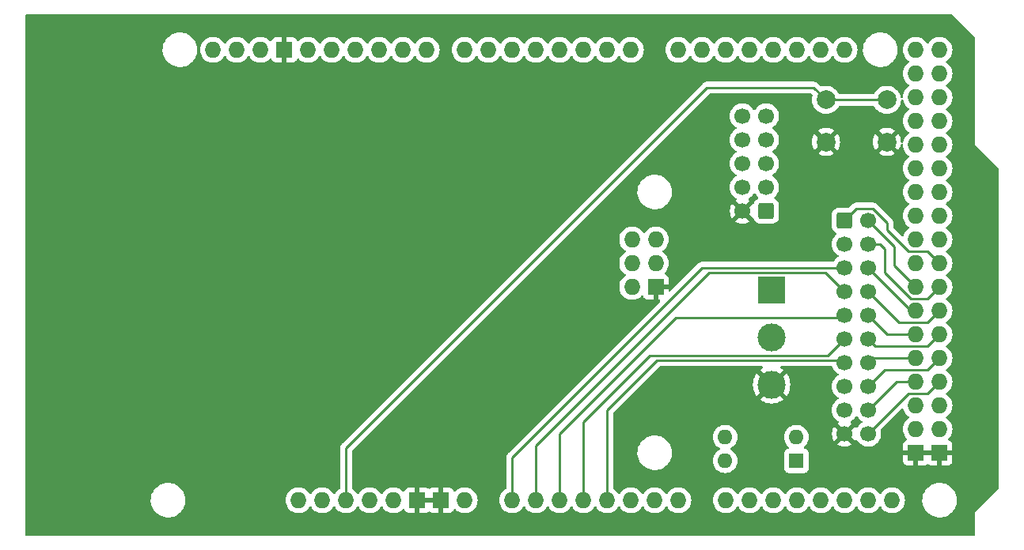
<source format=gbr>
%TF.GenerationSoftware,KiCad,Pcbnew,7.0.6*%
%TF.CreationDate,2023-09-19T12:42:17+08:00*%
%TF.ProjectId,Control Panel Mega Shield,436f6e74-726f-46c2-9050-616e656c204d,0*%
%TF.SameCoordinates,Original*%
%TF.FileFunction,Copper,L2,Bot*%
%TF.FilePolarity,Positive*%
%FSLAX46Y46*%
G04 Gerber Fmt 4.6, Leading zero omitted, Abs format (unit mm)*
G04 Created by KiCad (PCBNEW 7.0.6) date 2023-09-19 12:42:17*
%MOMM*%
%LPD*%
G01*
G04 APERTURE LIST*
G04 Aperture macros list*
%AMRoundRect*
0 Rectangle with rounded corners*
0 $1 Rounding radius*
0 $2 $3 $4 $5 $6 $7 $8 $9 X,Y pos of 4 corners*
0 Add a 4 corners polygon primitive as box body*
4,1,4,$2,$3,$4,$5,$6,$7,$8,$9,$2,$3,0*
0 Add four circle primitives for the rounded corners*
1,1,$1+$1,$2,$3*
1,1,$1+$1,$4,$5*
1,1,$1+$1,$6,$7*
1,1,$1+$1,$8,$9*
0 Add four rect primitives between the rounded corners*
20,1,$1+$1,$2,$3,$4,$5,0*
20,1,$1+$1,$4,$5,$6,$7,0*
20,1,$1+$1,$6,$7,$8,$9,0*
20,1,$1+$1,$8,$9,$2,$3,0*%
G04 Aperture macros list end*
%TA.AperFunction,ComponentPad*%
%ADD10R,1.600000X1.600000*%
%TD*%
%TA.AperFunction,ComponentPad*%
%ADD11O,1.600000X1.600000*%
%TD*%
%TA.AperFunction,ComponentPad*%
%ADD12C,2.000000*%
%TD*%
%TA.AperFunction,ComponentPad*%
%ADD13C,1.700000*%
%TD*%
%TA.AperFunction,ComponentPad*%
%ADD14RoundRect,0.250000X-0.600000X-0.600000X0.600000X-0.600000X0.600000X0.600000X-0.600000X0.600000X0*%
%TD*%
%TA.AperFunction,ComponentPad*%
%ADD15RoundRect,0.250000X0.600000X0.600000X-0.600000X0.600000X-0.600000X-0.600000X0.600000X-0.600000X0*%
%TD*%
%TA.AperFunction,ComponentPad*%
%ADD16C,3.000000*%
%TD*%
%TA.AperFunction,ComponentPad*%
%ADD17R,3.000000X3.000000*%
%TD*%
%TA.AperFunction,ComponentPad*%
%ADD18O,1.727200X1.727200*%
%TD*%
%TA.AperFunction,ComponentPad*%
%ADD19R,1.727200X1.727200*%
%TD*%
%TA.AperFunction,Conductor*%
%ADD20C,0.250000*%
%TD*%
G04 APERTURE END LIST*
D10*
%TO.P,SW2,1*%
%TO.N,/5V*%
X81200000Y-46576000D03*
D11*
%TO.P,SW2,2*%
X81200000Y-44036000D03*
%TO.P,SW2,3*%
%TO.N,/AREF*%
X73580000Y-44036000D03*
%TO.P,SW2,4*%
%TO.N,/VIN*%
X73580000Y-46576000D03*
%TD*%
D12*
%TO.P,SW1,1,1*%
%TO.N,/GND*%
X90880000Y-12410000D03*
X84380000Y-12410000D03*
%TO.P,SW1,2,2*%
%TO.N,/RST*%
X90880000Y-7910000D03*
X84380000Y-7910000D03*
%TD*%
D13*
%TO.P,J1,20,Pin_20*%
%TO.N,/D49*%
X88900000Y-43688000D03*
%TO.P,J1,19,Pin_19*%
%TO.N,/GND*%
X86360000Y-43688000D03*
%TO.P,J1,18,Pin_18*%
%TO.N,/D48*%
X88900000Y-41148000D03*
%TO.P,J1,17,Pin_17*%
%TO.N,/AREF*%
X86360000Y-41148000D03*
%TO.P,J1,16,Pin_16*%
%TO.N,/D47*%
X88900000Y-38608000D03*
%TO.P,J1,15,Pin_15*%
%TO.N,unconnected-(J1-Pin_15-Pad15)*%
X86360000Y-38608000D03*
%TO.P,J1,14,Pin_14*%
%TO.N,/D46*%
X88900000Y-36068000D03*
%TO.P,J1,13,Pin_13*%
%TO.N,/A4*%
X86360000Y-36068000D03*
%TO.P,J1,12,Pin_12*%
%TO.N,/D45*%
X88900000Y-33528000D03*
%TO.P,J1,11,Pin_11*%
%TO.N,/A3*%
X86360000Y-33528000D03*
%TO.P,J1,10,Pin_10*%
%TO.N,/D44*%
X88900000Y-30988000D03*
%TO.P,J1,9,Pin_9*%
%TO.N,/A2*%
X86360000Y-30988000D03*
%TO.P,J1,8,Pin_8*%
%TO.N,/D43*%
X88900000Y-28448000D03*
%TO.P,J1,7,Pin_7*%
%TO.N,/A1*%
X86360000Y-28448000D03*
%TO.P,J1,6,Pin_6*%
%TO.N,/D42*%
X88900000Y-25908000D03*
%TO.P,J1,5,Pin_5*%
%TO.N,/A0*%
X86360000Y-25908000D03*
%TO.P,J1,4,Pin_4*%
%TO.N,/D41*%
X88900000Y-23368000D03*
%TO.P,J1,3,Pin_3*%
%TO.N,/D38*%
X86360000Y-23368000D03*
%TO.P,J1,2,Pin_2*%
%TO.N,/D40*%
X88900000Y-20828000D03*
D14*
%TO.P,J1,1,Pin_1*%
%TO.N,/D39*%
X86360000Y-20828000D03*
%TD*%
D13*
%TO.P,J3,10,Pin_10*%
%TO.N,/C_OFF*%
X75438000Y-9652000D03*
%TO.P,J3,9,Pin_9*%
%TO.N,/C_ON*%
X77978000Y-9652000D03*
%TO.P,J3,8,Pin_8*%
%TO.N,/D31*%
X75438000Y-12192000D03*
%TO.P,J3,7,Pin_7*%
%TO.N,/B_OFF*%
X77978000Y-12192000D03*
%TO.P,J3,6,Pin_6*%
%TO.N,/D30*%
X75438000Y-14732000D03*
%TO.P,J3,5,Pin_5*%
%TO.N,/B_ON*%
X77978000Y-14732000D03*
%TO.P,J3,4,Pin_4*%
%TO.N,/3V3*%
X75438000Y-17272000D03*
%TO.P,J3,3,Pin_3*%
%TO.N,/A_OFF*%
X77978000Y-17272000D03*
%TO.P,J3,2,Pin_2*%
%TO.N,/GND*%
X75438000Y-19812000D03*
D15*
%TO.P,J3,1,Pin_1*%
%TO.N,/A_ON*%
X77978000Y-19812000D03*
%TD*%
D16*
%TO.P,J2,3,Pin_3*%
%TO.N,/GND*%
X78550000Y-38428000D03*
%TO.P,J2,2,Pin_2*%
%TO.N,/3V3*%
X78550000Y-33348000D03*
D17*
%TO.P,J2,1,Pin_1*%
%TO.N,/5V*%
X78550000Y-28268000D03*
%TD*%
D18*
%TO.P,XA1,*%
%TO.N,*%
X27940000Y-50800000D03*
%TO.P,XA1,3V3,3.3V*%
%TO.N,unconnected-(XA1-3.3V-Pad3V3)*%
X35560000Y-50800000D03*
%TO.P,XA1,5V1,5V*%
%TO.N,unconnected-(XA1-5V-Pad5V1)*%
X38100000Y-50800000D03*
%TO.P,XA1,5V2,SPI_5V*%
%TO.N,unconnected-(XA1-SPI_5V-Pad5V2)*%
X66167000Y-22860000D03*
%TO.P,XA1,5V3,5V*%
%TO.N,unconnected-(XA1-5V-Pad5V3)*%
X93980000Y-2540000D03*
%TO.P,XA1,5V4,5V*%
%TO.N,unconnected-(XA1-5V-Pad5V4)*%
X96520000Y-2540000D03*
%TO.P,XA1,A0,A0*%
%TO.N,/A0*%
X50800000Y-50800000D03*
%TO.P,XA1,A1,A1*%
%TO.N,/A1*%
X53340000Y-50800000D03*
%TO.P,XA1,A2,A2*%
%TO.N,/A2*%
X55880000Y-50800000D03*
%TO.P,XA1,A3,A3*%
%TO.N,/A3*%
X58420000Y-50800000D03*
%TO.P,XA1,A4,A4*%
%TO.N,/A4*%
X60960000Y-50800000D03*
%TO.P,XA1,A5,A5*%
%TO.N,unconnected-(XA1-PadA5)*%
X63500000Y-50800000D03*
%TO.P,XA1,A6,A6*%
%TO.N,unconnected-(XA1-PadA6)*%
X66040000Y-50800000D03*
%TO.P,XA1,A7,A7*%
%TO.N,unconnected-(XA1-PadA7)*%
X68580000Y-50800000D03*
%TO.P,XA1,A8,A8*%
%TO.N,unconnected-(XA1-PadA8)*%
X73660000Y-50800000D03*
%TO.P,XA1,A9,A9*%
%TO.N,unconnected-(XA1-PadA9)*%
X76200000Y-50800000D03*
%TO.P,XA1,A10,A10*%
%TO.N,unconnected-(XA1-PadA10)*%
X78740000Y-50800000D03*
%TO.P,XA1,A11,A11*%
%TO.N,unconnected-(XA1-PadA11)*%
X81280000Y-50800000D03*
%TO.P,XA1,A12,A12*%
%TO.N,unconnected-(XA1-PadA12)*%
X83820000Y-50800000D03*
%TO.P,XA1,A13,A13*%
%TO.N,unconnected-(XA1-PadA13)*%
X86360000Y-50800000D03*
%TO.P,XA1,A14,A14*%
%TO.N,unconnected-(XA1-PadA14)*%
X88900000Y-50800000D03*
%TO.P,XA1,A15,A15*%
%TO.N,unconnected-(XA1-PadA15)*%
X91440000Y-50800000D03*
%TO.P,XA1,AREF,AREF*%
%TO.N,/AREF*%
X23876000Y-2540000D03*
%TO.P,XA1,D0,D0/RX0*%
%TO.N,unconnected-(XA1-D0{slash}RX0-PadD0)*%
X63500000Y-2540000D03*
%TO.P,XA1,D1,D1/TX0*%
%TO.N,unconnected-(XA1-D1{slash}TX0-PadD1)*%
X60960000Y-2540000D03*
%TO.P,XA1,D2,D2_INT0*%
%TO.N,unconnected-(XA1-D2_INT0-PadD2)*%
X58420000Y-2540000D03*
%TO.P,XA1,D3,D3_INT1*%
%TO.N,unconnected-(XA1-D3_INT1-PadD3)*%
X55880000Y-2540000D03*
%TO.P,XA1,D4,D4*%
%TO.N,unconnected-(XA1-PadD4)*%
X53340000Y-2540000D03*
%TO.P,XA1,D5,D5*%
%TO.N,unconnected-(XA1-PadD5)*%
X50800000Y-2540000D03*
%TO.P,XA1,D6,D6*%
%TO.N,unconnected-(XA1-PadD6)*%
X48260000Y-2540000D03*
%TO.P,XA1,D7,D7*%
%TO.N,unconnected-(XA1-PadD7)*%
X45720000Y-2540000D03*
%TO.P,XA1,D8,D8*%
%TO.N,unconnected-(XA1-PadD8)*%
X41656000Y-2540000D03*
%TO.P,XA1,D9,D9*%
%TO.N,unconnected-(XA1-PadD9)*%
X39116000Y-2540000D03*
%TO.P,XA1,D10,D10*%
%TO.N,unconnected-(XA1-PadD10)*%
X36576000Y-2540000D03*
%TO.P,XA1,D11,D11*%
%TO.N,unconnected-(XA1-PadD11)*%
X34036000Y-2540000D03*
%TO.P,XA1,D12,D12*%
%TO.N,unconnected-(XA1-PadD12)*%
X31496000Y-2540000D03*
%TO.P,XA1,D13,D13*%
%TO.N,unconnected-(XA1-PadD13)*%
X28956000Y-2540000D03*
%TO.P,XA1,D14,D14/TX3*%
%TO.N,unconnected-(XA1-D14{slash}TX3-PadD14)*%
X68580000Y-2540000D03*
%TO.P,XA1,D15,D15/RX3*%
%TO.N,unconnected-(XA1-D15{slash}RX3-PadD15)*%
X71120000Y-2540000D03*
%TO.P,XA1,D16,D16/TX2*%
%TO.N,unconnected-(XA1-D16{slash}TX2-PadD16)*%
X73660000Y-2540000D03*
%TO.P,XA1,D17,D17/RX2*%
%TO.N,unconnected-(XA1-D17{slash}RX2-PadD17)*%
X76200000Y-2540000D03*
%TO.P,XA1,D18,D18/TX1*%
%TO.N,unconnected-(XA1-D18{slash}TX1-PadD18)*%
X78740000Y-2540000D03*
%TO.P,XA1,D19,D19/RX1*%
%TO.N,unconnected-(XA1-D19{slash}RX1-PadD19)*%
X81280000Y-2540000D03*
%TO.P,XA1,D20,D20/SDA*%
%TO.N,unconnected-(XA1-D20{slash}SDA-PadD20)*%
X83820000Y-2540000D03*
%TO.P,XA1,D21,D21/SCL*%
%TO.N,unconnected-(XA1-D21{slash}SCL-PadD21)*%
X86360000Y-2540000D03*
%TO.P,XA1,D22,D22*%
%TO.N,unconnected-(XA1-PadD22)*%
X93980000Y-5080000D03*
%TO.P,XA1,D23,D23*%
%TO.N,unconnected-(XA1-PadD23)*%
X96520000Y-5080000D03*
%TO.P,XA1,D24,D24*%
%TO.N,unconnected-(XA1-PadD24)*%
X93980000Y-7620000D03*
%TO.P,XA1,D25,D25*%
%TO.N,unconnected-(XA1-PadD25)*%
X96520000Y-7620000D03*
%TO.P,XA1,D26,D26*%
%TO.N,unconnected-(XA1-PadD26)*%
X93980000Y-10160000D03*
%TO.P,XA1,D27,D27*%
%TO.N,unconnected-(XA1-PadD27)*%
X96520000Y-10160000D03*
%TO.P,XA1,D28,D28*%
%TO.N,unconnected-(XA1-PadD28)*%
X93980000Y-12700000D03*
%TO.P,XA1,D29,D29*%
%TO.N,unconnected-(XA1-PadD29)*%
X96520000Y-12700000D03*
%TO.P,XA1,D30,D30*%
%TO.N,/D30*%
X93980000Y-15240000D03*
%TO.P,XA1,D31,D31*%
%TO.N,/D31*%
X96520000Y-15240000D03*
%TO.P,XA1,D32,D32*%
%TO.N,/C_OFF*%
X93980000Y-17780000D03*
%TO.P,XA1,D33,D33*%
%TO.N,/C_ON*%
X96520000Y-17780000D03*
%TO.P,XA1,D34,D34*%
%TO.N,/B_OFF*%
X93980000Y-20320000D03*
%TO.P,XA1,D35,D35*%
%TO.N,/B_ON*%
X96520000Y-20320000D03*
%TO.P,XA1,D36,D36*%
%TO.N,/A_OFF*%
X93980000Y-22860000D03*
%TO.P,XA1,D37,D37*%
%TO.N,/A_ON*%
X96520000Y-22860000D03*
%TO.P,XA1,D38,D38*%
%TO.N,/D38*%
X93980000Y-25400000D03*
%TO.P,XA1,D39,D39*%
%TO.N,/D39*%
X96520000Y-25400000D03*
%TO.P,XA1,D40,D40*%
%TO.N,/D40*%
X93980000Y-27940000D03*
%TO.P,XA1,D41,D41*%
%TO.N,/D41*%
X96520000Y-27940000D03*
%TO.P,XA1,D42,D42*%
%TO.N,/D42*%
X93980000Y-30480000D03*
%TO.P,XA1,D43,D43*%
%TO.N,/D43*%
X96520000Y-30480000D03*
%TO.P,XA1,D44,D44*%
%TO.N,/D44*%
X93980000Y-33020000D03*
%TO.P,XA1,D45,D45*%
%TO.N,/D45*%
X96520000Y-33020000D03*
%TO.P,XA1,D46,D46*%
%TO.N,/D46*%
X93980000Y-35560000D03*
%TO.P,XA1,D47,D47*%
%TO.N,/D47*%
X96520000Y-35560000D03*
%TO.P,XA1,D48,D48*%
%TO.N,/D48*%
X93980000Y-38100000D03*
%TO.P,XA1,D49,D49*%
%TO.N,/D49*%
X96520000Y-38100000D03*
%TO.P,XA1,D50,D50_MISO*%
%TO.N,unconnected-(XA1-D50_MISO-PadD50)*%
X93980000Y-40640000D03*
%TO.P,XA1,D51,D51_MOSI*%
%TO.N,unconnected-(XA1-D51_MOSI-PadD51)*%
X96520000Y-40640000D03*
%TO.P,XA1,D52,D52_SCK*%
%TO.N,unconnected-(XA1-D52_SCK-PadD52)*%
X93980000Y-43180000D03*
%TO.P,XA1,D53,D53_CS*%
%TO.N,unconnected-(XA1-D53_CS-PadD53)*%
X96520000Y-43180000D03*
D19*
%TO.P,XA1,GND1,GND*%
%TO.N,/GND*%
X26416000Y-2540000D03*
%TO.P,XA1,GND2,GND*%
X40640000Y-50800000D03*
%TO.P,XA1,GND3,GND*%
X43180000Y-50800000D03*
%TO.P,XA1,GND4,SPI_GND*%
X66167000Y-27940000D03*
%TO.P,XA1,GND5,GND*%
X93980000Y-45720000D03*
%TO.P,XA1,GND6,GND*%
X96520000Y-45720000D03*
D18*
%TO.P,XA1,IORF,IOREF*%
%TO.N,/IORF*%
X30480000Y-50800000D03*
%TO.P,XA1,MISO,SPI_MISO*%
%TO.N,unconnected-(XA1-SPI_MISO-PadMISO)*%
X63627000Y-22860000D03*
%TO.P,XA1,MOSI,SPI_MOSI*%
%TO.N,unconnected-(XA1-SPI_MOSI-PadMOSI)*%
X66167000Y-25400000D03*
%TO.P,XA1,RST1,RESET*%
%TO.N,/RST*%
X33020000Y-50800000D03*
%TO.P,XA1,RST2,SPI_RESET*%
%TO.N,unconnected-(XA1-SPI_RESET-PadRST2)*%
X63627000Y-27940000D03*
%TO.P,XA1,SCK,SPI_SCK*%
%TO.N,unconnected-(XA1-SPI_SCK-PadSCK)*%
X63627000Y-25400000D03*
%TO.P,XA1,SCL,SCL*%
%TO.N,unconnected-(XA1-PadSCL)*%
X18796000Y-2540000D03*
%TO.P,XA1,SDA,SDA*%
%TO.N,unconnected-(XA1-PadSDA)*%
X21336000Y-2540000D03*
%TO.P,XA1,VIN,VIN*%
%TO.N,unconnected-(XA1-PadVIN)*%
X45720000Y-50800000D03*
%TD*%
D20*
%TO.N,/A4*%
X86106000Y-35814000D02*
X86360000Y-36068000D01*
X60960000Y-41148000D02*
X66294000Y-35814000D01*
X66294000Y-35814000D02*
X86106000Y-35814000D01*
X60960000Y-50800000D02*
X60960000Y-41148000D01*
%TO.N,/A3*%
X84582000Y-35306000D02*
X86360000Y-33528000D01*
X65532000Y-35306000D02*
X84582000Y-35306000D01*
X58420000Y-42418000D02*
X65532000Y-35306000D01*
X58420000Y-50800000D02*
X58420000Y-42418000D01*
%TO.N,/A2*%
X86106000Y-31242000D02*
X86360000Y-30988000D01*
X68327396Y-31242000D02*
X86106000Y-31242000D01*
X55880000Y-43689396D02*
X68327396Y-31242000D01*
X55880000Y-50800000D02*
X55880000Y-43689396D01*
%TO.N,/A0*%
X71120000Y-25908000D02*
X86360000Y-25908000D01*
X50800000Y-46228000D02*
X71120000Y-25908000D01*
X50800000Y-50800000D02*
X50800000Y-46228000D01*
%TO.N,/A1*%
X84328000Y-26416000D02*
X86360000Y-28448000D01*
X71882000Y-26416000D02*
X84328000Y-26416000D01*
X53340000Y-44958000D02*
X71882000Y-26416000D01*
X53340000Y-50800000D02*
X53340000Y-44958000D01*
%TO.N,/D39*%
X95250000Y-24130000D02*
X96520000Y-25400000D01*
X89408000Y-19558000D02*
X90932000Y-21082000D01*
X90932000Y-21082000D02*
X90932000Y-21844000D01*
X93218000Y-24130000D02*
X95250000Y-24130000D01*
X87630000Y-19558000D02*
X89408000Y-19558000D01*
X90932000Y-21844000D02*
X93218000Y-24130000D01*
X86360000Y-20828000D02*
X87630000Y-19558000D01*
%TO.N,/RST*%
X84380000Y-7910000D02*
X90880000Y-7910000D01*
X33020000Y-45212000D02*
X33020000Y-50800000D01*
X71628000Y-6604000D02*
X33020000Y-45212000D01*
X83074000Y-6604000D02*
X71628000Y-6604000D01*
X84380000Y-7910000D02*
X83074000Y-6604000D01*
%TO.N,/D41*%
X95250000Y-29210000D02*
X96520000Y-27940000D01*
X90678000Y-26416000D02*
X93472000Y-29210000D01*
X90678000Y-23876000D02*
X90678000Y-26416000D01*
X90170000Y-23368000D02*
X90678000Y-23876000D01*
X88900000Y-23368000D02*
X90170000Y-23368000D01*
X93472000Y-29210000D02*
X95250000Y-29210000D01*
%TO.N,/D43*%
X95250000Y-31750000D02*
X96520000Y-30480000D01*
X92202000Y-31750000D02*
X95250000Y-31750000D01*
X88900000Y-28448000D02*
X92202000Y-31750000D01*
%TO.N,/D45*%
X95250000Y-34290000D02*
X96520000Y-33020000D01*
X89662000Y-34290000D02*
X95250000Y-34290000D01*
X88900000Y-33528000D02*
X89662000Y-34290000D01*
%TO.N,/D46*%
X89408000Y-35560000D02*
X93980000Y-35560000D01*
X88900000Y-36068000D02*
X89408000Y-35560000D01*
%TO.N,/D47*%
X90678000Y-36830000D02*
X95250000Y-36830000D01*
X95250000Y-36830000D02*
X96520000Y-35560000D01*
X88900000Y-38608000D02*
X90678000Y-36830000D01*
%TO.N,/D49*%
X95250000Y-39370000D02*
X96520000Y-38100000D01*
X93218000Y-39370000D02*
X95250000Y-39370000D01*
X88900000Y-43688000D02*
X93218000Y-39370000D01*
%TO.N,/D48*%
X91948000Y-38100000D02*
X93980000Y-38100000D01*
X88900000Y-41148000D02*
X91948000Y-38100000D01*
%TO.N,/D44*%
X90932000Y-33020000D02*
X93980000Y-33020000D01*
X88900000Y-30988000D02*
X90932000Y-33020000D01*
%TO.N,/D42*%
X93472000Y-30480000D02*
X93980000Y-30480000D01*
X88900000Y-25908000D02*
X93472000Y-30480000D01*
%TO.N,/D40*%
X91694000Y-25654000D02*
X93980000Y-27940000D01*
X91694000Y-23622000D02*
X91694000Y-25654000D01*
X88900000Y-20828000D02*
X91694000Y-23622000D01*
%TD*%
%TA.AperFunction,Conductor*%
%TO.N,/GND*%
G36*
X42713155Y-50586799D02*
G01*
X42672000Y-50726961D01*
X42672000Y-50873039D01*
X42713155Y-51013201D01*
X42736804Y-51050000D01*
X41083196Y-51050000D01*
X41106845Y-51013201D01*
X41148000Y-50873039D01*
X41148000Y-50726961D01*
X41106845Y-50586799D01*
X41083196Y-50550000D01*
X42736804Y-50550000D01*
X42713155Y-50586799D01*
G37*
%TD.AperFunction*%
%TA.AperFunction,Conductor*%
G36*
X96053155Y-45506799D02*
G01*
X96012000Y-45646961D01*
X96012000Y-45793039D01*
X96053155Y-45933201D01*
X96076804Y-45970000D01*
X94423196Y-45970000D01*
X94446845Y-45933201D01*
X94488000Y-45793039D01*
X94488000Y-45646961D01*
X94446845Y-45506799D01*
X94423196Y-45470000D01*
X96076804Y-45470000D01*
X96053155Y-45506799D01*
G37*
%TD.AperFunction*%
%TA.AperFunction,Conductor*%
G36*
X87711905Y-41821515D02*
G01*
X87733804Y-41846787D01*
X87824278Y-41985268D01*
X87824283Y-41985273D01*
X87824284Y-41985276D01*
X87976756Y-42150902D01*
X87976761Y-42150907D01*
X88035981Y-42197000D01*
X88154424Y-42289189D01*
X88154429Y-42289191D01*
X88154431Y-42289193D01*
X88190930Y-42308946D01*
X88240520Y-42358165D01*
X88255628Y-42426382D01*
X88231457Y-42491937D01*
X88190930Y-42527054D01*
X88154431Y-42546806D01*
X88154422Y-42546812D01*
X87976761Y-42685092D01*
X87976756Y-42685097D01*
X87824284Y-42850723D01*
X87824280Y-42850729D01*
X87730250Y-42994651D01*
X87677103Y-43040007D01*
X87607872Y-43049430D01*
X87544536Y-43019927D01*
X87524866Y-42997951D01*
X87474924Y-42926626D01*
X86843076Y-43558475D01*
X86819493Y-43478156D01*
X86741761Y-43357202D01*
X86633100Y-43263048D01*
X86502315Y-43203320D01*
X86492533Y-43201913D01*
X87121373Y-42573073D01*
X87121373Y-42573072D01*
X87050199Y-42523236D01*
X87006574Y-42468659D01*
X86999380Y-42399161D01*
X87030903Y-42336806D01*
X87062305Y-42312606D01*
X87069068Y-42308946D01*
X87105576Y-42289189D01*
X87283240Y-42150906D01*
X87396943Y-42027393D01*
X87435715Y-41985276D01*
X87435715Y-41985275D01*
X87435722Y-41985268D01*
X87526193Y-41846790D01*
X87579338Y-41801437D01*
X87648569Y-41792013D01*
X87711905Y-41821515D01*
G37*
%TD.AperFunction*%
%TA.AperFunction,Conductor*%
G36*
X76789905Y-17945515D02*
G01*
X76811804Y-17970787D01*
X76902278Y-18109268D01*
X76902283Y-18109273D01*
X76902284Y-18109276D01*
X77054756Y-18274902D01*
X77054761Y-18274907D01*
X77092517Y-18304294D01*
X77133330Y-18361005D01*
X77137003Y-18430778D01*
X77102372Y-18491461D01*
X77061487Y-18516154D01*
X77061805Y-18516835D01*
X77055466Y-18519790D01*
X77055368Y-18519850D01*
X77055267Y-18519883D01*
X77055259Y-18519886D01*
X76904346Y-18612971D01*
X76778971Y-18738346D01*
X76685886Y-18889259D01*
X76685884Y-18889264D01*
X76661015Y-18964315D01*
X76621242Y-19021760D01*
X76556726Y-19048583D01*
X76554949Y-19048601D01*
X75921076Y-19682475D01*
X75897493Y-19602156D01*
X75819761Y-19481202D01*
X75711100Y-19387048D01*
X75580315Y-19327320D01*
X75570533Y-19325913D01*
X76199373Y-18697073D01*
X76199373Y-18697072D01*
X76128199Y-18647236D01*
X76084574Y-18592659D01*
X76077380Y-18523161D01*
X76108903Y-18460806D01*
X76140305Y-18436606D01*
X76151074Y-18430778D01*
X76183576Y-18413189D01*
X76361240Y-18274906D01*
X76513722Y-18109268D01*
X76604193Y-17970790D01*
X76657338Y-17925437D01*
X76726569Y-17916013D01*
X76789905Y-17945515D01*
G37*
%TD.AperFunction*%
%TA.AperFunction,Conductor*%
G36*
X97805469Y1249815D02*
G01*
X97826111Y1233181D01*
X100293181Y-1233888D01*
X100326666Y-1295211D01*
X100329500Y-1321569D01*
X100329499Y-12675368D01*
X100329419Y-12675774D01*
X100329457Y-12699999D01*
X100329576Y-12700284D01*
X100329616Y-12700382D01*
X100340881Y-12711589D01*
X101607670Y-13978377D01*
X102833181Y-15203888D01*
X102866666Y-15265211D01*
X102869500Y-15291569D01*
X102869500Y-49478429D01*
X102849815Y-49545468D01*
X102833181Y-49566110D01*
X100346995Y-52052295D01*
X100346819Y-52052413D01*
X100329616Y-52069616D01*
X100329457Y-52069995D01*
X100329461Y-52094665D01*
X100329500Y-52094855D01*
X100329500Y-54485500D01*
X100309815Y-54552539D01*
X100257011Y-54598294D01*
X100205500Y-54609500D01*
X-1145500Y-54609500D01*
X-1212539Y-54589815D01*
X-1258294Y-54537011D01*
X-1269500Y-54485500D01*
X-1269500Y-50867763D01*
X12115787Y-50867763D01*
X12145413Y-51137013D01*
X12145415Y-51137024D01*
X12193372Y-51320462D01*
X12213928Y-51399088D01*
X12319870Y-51648390D01*
X12420301Y-51812952D01*
X12460979Y-51879605D01*
X12460986Y-51879615D01*
X12634253Y-52087819D01*
X12634259Y-52087824D01*
X12718831Y-52163600D01*
X12835998Y-52268582D01*
X13061910Y-52418044D01*
X13307176Y-52533020D01*
X13307183Y-52533022D01*
X13307185Y-52533023D01*
X13566557Y-52611057D01*
X13566564Y-52611058D01*
X13566569Y-52611060D01*
X13834561Y-52650500D01*
X13834566Y-52650500D01*
X14037636Y-52650500D01*
X14089133Y-52646730D01*
X14240156Y-52635677D01*
X14352758Y-52610593D01*
X14504546Y-52576782D01*
X14504548Y-52576781D01*
X14504553Y-52576780D01*
X14757558Y-52480014D01*
X14993777Y-52347441D01*
X15208177Y-52181888D01*
X15396186Y-51986881D01*
X15553799Y-51766579D01*
X15627787Y-51622669D01*
X15677649Y-51525690D01*
X15677651Y-51525684D01*
X15677656Y-51525675D01*
X15765118Y-51269305D01*
X15814319Y-51002933D01*
X15821735Y-50800005D01*
X26563198Y-50800005D01*
X26581975Y-51026610D01*
X26637797Y-51247047D01*
X26704488Y-51399088D01*
X26729139Y-51455285D01*
X26853510Y-51645649D01*
X27007517Y-51812946D01*
X27007521Y-51812949D01*
X27007524Y-51812952D01*
X27186952Y-51952606D01*
X27186967Y-51952616D01*
X27329982Y-52030012D01*
X27386945Y-52060839D01*
X27602015Y-52134672D01*
X27826305Y-52172100D01*
X27826306Y-52172100D01*
X28053694Y-52172100D01*
X28053695Y-52172100D01*
X28277985Y-52134672D01*
X28493055Y-52060839D01*
X28693039Y-51952612D01*
X28753333Y-51905684D01*
X28872475Y-51812952D01*
X28872483Y-51812946D01*
X29026490Y-51645649D01*
X29106191Y-51523656D01*
X29159337Y-51478300D01*
X29228568Y-51468876D01*
X29291904Y-51498378D01*
X29313809Y-51523657D01*
X29393505Y-51645643D01*
X29393507Y-51645645D01*
X29393510Y-51645649D01*
X29547517Y-51812946D01*
X29547521Y-51812949D01*
X29547524Y-51812952D01*
X29726952Y-51952606D01*
X29726967Y-51952616D01*
X29869982Y-52030012D01*
X29926945Y-52060839D01*
X30142015Y-52134672D01*
X30366305Y-52172100D01*
X30366306Y-52172100D01*
X30593694Y-52172100D01*
X30593695Y-52172100D01*
X30817985Y-52134672D01*
X31033055Y-52060839D01*
X31233039Y-51952612D01*
X31293333Y-51905684D01*
X31412475Y-51812952D01*
X31412483Y-51812946D01*
X31566490Y-51645649D01*
X31646191Y-51523656D01*
X31699337Y-51478300D01*
X31768568Y-51468876D01*
X31831904Y-51498378D01*
X31853809Y-51523657D01*
X31933505Y-51645643D01*
X31933507Y-51645645D01*
X31933510Y-51645649D01*
X32087517Y-51812946D01*
X32087521Y-51812949D01*
X32087524Y-51812952D01*
X32266952Y-51952606D01*
X32266967Y-51952616D01*
X32409982Y-52030012D01*
X32466945Y-52060839D01*
X32682015Y-52134672D01*
X32906305Y-52172100D01*
X32906306Y-52172100D01*
X33133694Y-52172100D01*
X33133695Y-52172100D01*
X33357985Y-52134672D01*
X33573055Y-52060839D01*
X33773039Y-51952612D01*
X33833333Y-51905684D01*
X33952475Y-51812952D01*
X33952483Y-51812946D01*
X34106490Y-51645649D01*
X34186193Y-51523654D01*
X34239336Y-51478300D01*
X34308567Y-51468876D01*
X34371903Y-51498377D01*
X34393808Y-51523656D01*
X34473510Y-51645649D01*
X34627517Y-51812946D01*
X34627521Y-51812949D01*
X34627524Y-51812952D01*
X34806952Y-51952606D01*
X34806967Y-51952616D01*
X34949982Y-52030012D01*
X35006945Y-52060839D01*
X35222015Y-52134672D01*
X35446305Y-52172100D01*
X35446306Y-52172100D01*
X35673694Y-52172100D01*
X35673695Y-52172100D01*
X35897985Y-52134672D01*
X36113055Y-52060839D01*
X36313039Y-51952612D01*
X36373333Y-51905684D01*
X36492475Y-51812952D01*
X36492483Y-51812946D01*
X36646490Y-51645649D01*
X36726191Y-51523656D01*
X36779337Y-51478300D01*
X36848568Y-51468876D01*
X36911904Y-51498378D01*
X36933809Y-51523657D01*
X37013505Y-51645643D01*
X37013507Y-51645645D01*
X37013510Y-51645649D01*
X37167517Y-51812946D01*
X37167521Y-51812949D01*
X37167524Y-51812952D01*
X37346952Y-51952606D01*
X37346967Y-51952616D01*
X37489982Y-52030012D01*
X37546945Y-52060839D01*
X37762015Y-52134672D01*
X37986305Y-52172100D01*
X37986306Y-52172100D01*
X38213694Y-52172100D01*
X38213695Y-52172100D01*
X38437985Y-52134672D01*
X38653055Y-52060839D01*
X38853039Y-51952612D01*
X38913333Y-51905684D01*
X39032475Y-51812952D01*
X39032483Y-51812946D01*
X39084949Y-51755952D01*
X39144834Y-51719962D01*
X39214672Y-51722061D01*
X39272289Y-51761585D01*
X39292360Y-51796602D01*
X39333045Y-51905686D01*
X39333049Y-51905693D01*
X39419209Y-52020787D01*
X39419212Y-52020790D01*
X39534306Y-52106950D01*
X39534313Y-52106954D01*
X39669020Y-52157196D01*
X39669027Y-52157198D01*
X39728555Y-52163599D01*
X39728572Y-52163600D01*
X40390000Y-52163600D01*
X40390000Y-51244297D01*
X40495408Y-51292435D01*
X40603666Y-51308000D01*
X40676334Y-51308000D01*
X40784592Y-51292435D01*
X40890000Y-51244297D01*
X40890000Y-52163600D01*
X41551428Y-52163600D01*
X41551444Y-52163599D01*
X41610972Y-52157198D01*
X41610979Y-52157196D01*
X41745686Y-52106954D01*
X41745689Y-52106952D01*
X41835688Y-52039579D01*
X41901152Y-52015161D01*
X41969426Y-52030012D01*
X41984312Y-52039579D01*
X42074310Y-52106952D01*
X42074313Y-52106954D01*
X42209020Y-52157196D01*
X42209027Y-52157198D01*
X42268555Y-52163599D01*
X42268572Y-52163600D01*
X42930000Y-52163600D01*
X42930000Y-51244297D01*
X43035408Y-51292435D01*
X43143666Y-51308000D01*
X43216334Y-51308000D01*
X43324592Y-51292435D01*
X43430000Y-51244297D01*
X43430000Y-52163600D01*
X44091428Y-52163600D01*
X44091444Y-52163599D01*
X44150972Y-52157198D01*
X44150979Y-52157196D01*
X44285686Y-52106954D01*
X44285693Y-52106950D01*
X44400787Y-52020790D01*
X44400790Y-52020787D01*
X44486950Y-51905693D01*
X44486955Y-51905684D01*
X44527639Y-51796603D01*
X44569509Y-51740669D01*
X44634973Y-51716251D01*
X44703246Y-51731102D01*
X44735049Y-51755950D01*
X44787517Y-51812946D01*
X44787521Y-51812949D01*
X44787524Y-51812952D01*
X44966952Y-51952606D01*
X44966967Y-51952616D01*
X45109982Y-52030012D01*
X45166945Y-52060839D01*
X45382015Y-52134672D01*
X45606305Y-52172100D01*
X45606306Y-52172100D01*
X45833694Y-52172100D01*
X45833695Y-52172100D01*
X46057985Y-52134672D01*
X46273055Y-52060839D01*
X46473039Y-51952612D01*
X46533333Y-51905684D01*
X46652475Y-51812952D01*
X46652483Y-51812946D01*
X46806490Y-51645649D01*
X46930861Y-51455285D01*
X47022203Y-51247047D01*
X47078024Y-51026614D01*
X47096802Y-50800000D01*
X47078024Y-50573386D01*
X47022203Y-50352953D01*
X46930861Y-50144715D01*
X46806490Y-49954351D01*
X46652483Y-49787054D01*
X46652478Y-49787050D01*
X46652475Y-49787047D01*
X46473047Y-49647393D01*
X46473032Y-49647383D01*
X46273065Y-49539166D01*
X46273051Y-49539159D01*
X46057987Y-49465328D01*
X45884632Y-49436400D01*
X45833695Y-49427900D01*
X45606305Y-49427900D01*
X45555368Y-49436400D01*
X45382012Y-49465328D01*
X45166948Y-49539159D01*
X45166934Y-49539166D01*
X44966967Y-49647383D01*
X44966952Y-49647393D01*
X44787524Y-49787047D01*
X44787517Y-49787054D01*
X44735050Y-49844047D01*
X44675165Y-49880037D01*
X44605327Y-49877937D01*
X44547711Y-49838413D01*
X44527640Y-49803397D01*
X44486954Y-49694313D01*
X44486950Y-49694306D01*
X44400790Y-49579212D01*
X44400787Y-49579209D01*
X44285693Y-49493049D01*
X44285686Y-49493045D01*
X44150979Y-49442803D01*
X44150972Y-49442801D01*
X44091444Y-49436400D01*
X43430000Y-49436400D01*
X43430000Y-50355702D01*
X43324592Y-50307565D01*
X43216334Y-50292000D01*
X43143666Y-50292000D01*
X43035408Y-50307565D01*
X42930000Y-50355702D01*
X42930000Y-49436400D01*
X42268555Y-49436400D01*
X42209027Y-49442801D01*
X42209020Y-49442803D01*
X42074313Y-49493045D01*
X42074311Y-49493047D01*
X41984311Y-49560421D01*
X41918847Y-49584838D01*
X41850574Y-49569987D01*
X41835689Y-49560421D01*
X41745688Y-49493047D01*
X41745686Y-49493045D01*
X41610979Y-49442803D01*
X41610972Y-49442801D01*
X41551444Y-49436400D01*
X40890000Y-49436400D01*
X40890000Y-50355702D01*
X40784592Y-50307565D01*
X40676334Y-50292000D01*
X40603666Y-50292000D01*
X40495408Y-50307565D01*
X40390000Y-50355702D01*
X40390000Y-49436400D01*
X39728555Y-49436400D01*
X39669027Y-49442801D01*
X39669020Y-49442803D01*
X39534313Y-49493045D01*
X39534306Y-49493049D01*
X39419212Y-49579209D01*
X39419209Y-49579212D01*
X39333049Y-49694306D01*
X39333046Y-49694312D01*
X39292359Y-49803398D01*
X39250487Y-49859331D01*
X39185023Y-49883748D01*
X39116750Y-49868896D01*
X39084951Y-49844050D01*
X39032483Y-49787054D01*
X39032478Y-49787050D01*
X39032475Y-49787047D01*
X38853047Y-49647393D01*
X38853032Y-49647383D01*
X38653065Y-49539166D01*
X38653051Y-49539159D01*
X38437987Y-49465328D01*
X38264632Y-49436400D01*
X38213695Y-49427900D01*
X37986305Y-49427900D01*
X37935368Y-49436400D01*
X37762012Y-49465328D01*
X37546948Y-49539159D01*
X37546934Y-49539166D01*
X37346967Y-49647383D01*
X37346952Y-49647393D01*
X37167524Y-49787047D01*
X37167514Y-49787057D01*
X37013507Y-49954354D01*
X36953705Y-50045889D01*
X36933810Y-50076342D01*
X36933809Y-50076343D01*
X36880662Y-50121699D01*
X36811431Y-50131123D01*
X36748095Y-50101621D01*
X36726191Y-50076343D01*
X36726190Y-50076342D01*
X36646490Y-49954351D01*
X36492483Y-49787054D01*
X36492478Y-49787050D01*
X36492475Y-49787047D01*
X36313047Y-49647393D01*
X36313032Y-49647383D01*
X36113065Y-49539166D01*
X36113051Y-49539159D01*
X35897987Y-49465328D01*
X35724632Y-49436400D01*
X35673695Y-49427900D01*
X35446305Y-49427900D01*
X35395368Y-49436400D01*
X35222012Y-49465328D01*
X35006948Y-49539159D01*
X35006934Y-49539166D01*
X34806967Y-49647383D01*
X34806952Y-49647393D01*
X34627524Y-49787047D01*
X34627517Y-49787054D01*
X34476034Y-49951610D01*
X34473504Y-49954358D01*
X34393807Y-50076343D01*
X34340661Y-50121700D01*
X34271429Y-50131123D01*
X34208094Y-50101621D01*
X34186191Y-50076343D01*
X34106495Y-49954358D01*
X34106494Y-49954356D01*
X34106491Y-49954353D01*
X34106490Y-49954351D01*
X33952483Y-49787054D01*
X33952478Y-49787050D01*
X33952475Y-49787047D01*
X33773047Y-49647393D01*
X33773032Y-49647383D01*
X33718482Y-49617862D01*
X33668891Y-49568643D01*
X33653500Y-49508808D01*
X33653500Y-45525766D01*
X33673185Y-45458727D01*
X33689819Y-45438085D01*
X61280141Y-17847763D01*
X64185787Y-17847763D01*
X64215413Y-18117013D01*
X64215415Y-18117024D01*
X64279200Y-18361005D01*
X64283928Y-18379088D01*
X64389870Y-18628390D01*
X64490301Y-18792952D01*
X64530979Y-18859605D01*
X64530986Y-18859615D01*
X64704253Y-19067819D01*
X64704259Y-19067824D01*
X64815380Y-19167388D01*
X64905998Y-19248582D01*
X65131910Y-19398044D01*
X65377176Y-19513020D01*
X65377183Y-19513022D01*
X65377185Y-19513023D01*
X65636557Y-19591057D01*
X65636564Y-19591058D01*
X65636569Y-19591060D01*
X65904561Y-19630500D01*
X65904566Y-19630500D01*
X66107636Y-19630500D01*
X66159133Y-19626730D01*
X66310156Y-19615677D01*
X66422758Y-19590593D01*
X66574546Y-19556782D01*
X66574548Y-19556781D01*
X66574553Y-19556780D01*
X66827558Y-19460014D01*
X67063777Y-19327441D01*
X67278177Y-19161888D01*
X67466186Y-18966881D01*
X67623799Y-18746579D01*
X67738666Y-18523161D01*
X67747649Y-18505690D01*
X67747651Y-18505684D01*
X67747656Y-18505675D01*
X67835118Y-18249305D01*
X67884319Y-17982933D01*
X67894212Y-17712235D01*
X67864586Y-17442982D01*
X67819887Y-17272005D01*
X74074844Y-17272005D01*
X74093434Y-17496359D01*
X74093436Y-17496371D01*
X74148703Y-17714614D01*
X74239140Y-17920792D01*
X74362276Y-18109265D01*
X74362284Y-18109276D01*
X74514756Y-18274902D01*
X74514760Y-18274906D01*
X74692424Y-18413189D01*
X74724926Y-18430778D01*
X74735695Y-18436606D01*
X74785286Y-18485825D01*
X74800394Y-18554042D01*
X74776224Y-18619597D01*
X74747801Y-18647236D01*
X74676626Y-18697072D01*
X74676625Y-18697072D01*
X75305466Y-19325913D01*
X75295685Y-19327320D01*
X75164900Y-19387048D01*
X75056239Y-19481202D01*
X74978507Y-19602156D01*
X74954923Y-19682474D01*
X74323073Y-19050625D01*
X74323072Y-19050625D01*
X74264401Y-19134419D01*
X74164570Y-19348507D01*
X74164566Y-19348516D01*
X74103432Y-19576673D01*
X74103430Y-19576684D01*
X74082843Y-19811998D01*
X74082843Y-19812001D01*
X74103430Y-20047315D01*
X74103432Y-20047326D01*
X74164566Y-20275483D01*
X74164570Y-20275492D01*
X74264400Y-20489579D01*
X74264402Y-20489583D01*
X74323072Y-20573373D01*
X74323073Y-20573373D01*
X74954922Y-19941523D01*
X74978507Y-20021844D01*
X75056239Y-20142798D01*
X75164900Y-20236952D01*
X75295685Y-20296680D01*
X75305466Y-20298086D01*
X74676625Y-20926925D01*
X74760421Y-20985599D01*
X74974507Y-21085429D01*
X74974516Y-21085433D01*
X75202673Y-21146567D01*
X75202684Y-21146569D01*
X75437998Y-21167157D01*
X75438002Y-21167157D01*
X75673315Y-21146569D01*
X75673326Y-21146567D01*
X75901483Y-21085433D01*
X75901492Y-21085429D01*
X76115578Y-20985600D01*
X76115582Y-20985598D01*
X76199373Y-20926926D01*
X76199373Y-20926925D01*
X75570533Y-20298086D01*
X75580315Y-20296680D01*
X75711100Y-20236952D01*
X75819761Y-20142798D01*
X75897493Y-20021844D01*
X75921076Y-19941524D01*
X76560298Y-20580746D01*
X76601001Y-20588926D01*
X76651184Y-20637541D01*
X76661015Y-20659684D01*
X76685884Y-20734735D01*
X76685886Y-20734740D01*
X76705813Y-20767047D01*
X76778970Y-20885652D01*
X76904348Y-21011030D01*
X77055262Y-21104115D01*
X77223574Y-21159887D01*
X77327455Y-21170500D01*
X78628544Y-21170499D01*
X78732426Y-21159887D01*
X78900738Y-21104115D01*
X79051652Y-21011030D01*
X79177030Y-20885652D01*
X79270115Y-20734738D01*
X79325887Y-20566426D01*
X79336500Y-20462545D01*
X79336499Y-19161456D01*
X79325887Y-19057574D01*
X79270115Y-18889262D01*
X79177030Y-18738348D01*
X79051652Y-18612970D01*
X78956115Y-18554042D01*
X78900740Y-18519886D01*
X78900730Y-18519882D01*
X78900636Y-18519851D01*
X78900579Y-18519812D01*
X78894195Y-18516835D01*
X78894703Y-18515743D01*
X78843193Y-18480076D01*
X78816372Y-18415559D01*
X78828690Y-18346784D01*
X78863481Y-18304295D01*
X78901240Y-18274906D01*
X79053722Y-18109268D01*
X79176860Y-17920791D01*
X79267296Y-17714616D01*
X79322564Y-17496368D01*
X79322565Y-17496359D01*
X79341156Y-17272005D01*
X79341156Y-17271994D01*
X79322565Y-17047640D01*
X79322563Y-17047628D01*
X79267296Y-16829385D01*
X79239955Y-16767054D01*
X79176860Y-16623209D01*
X79174145Y-16619054D01*
X79096912Y-16500839D01*
X79053722Y-16434732D01*
X79053719Y-16434729D01*
X79053715Y-16434723D01*
X78901243Y-16269097D01*
X78901238Y-16269092D01*
X78723577Y-16130812D01*
X78723572Y-16130808D01*
X78687068Y-16111053D01*
X78637478Y-16061833D01*
X78622371Y-15993616D01*
X78646542Y-15928061D01*
X78687069Y-15892945D01*
X78723576Y-15873189D01*
X78901240Y-15734906D01*
X79053722Y-15569268D01*
X79176860Y-15380791D01*
X79267296Y-15174616D01*
X79322564Y-14956368D01*
X79322565Y-14956359D01*
X79341156Y-14732005D01*
X79341156Y-14731994D01*
X79322565Y-14507640D01*
X79322563Y-14507628D01*
X79267296Y-14289385D01*
X79239955Y-14227054D01*
X79176860Y-14083209D01*
X79174145Y-14079054D01*
X79096912Y-13960839D01*
X79053722Y-13894732D01*
X79053719Y-13894729D01*
X79053715Y-13894723D01*
X78901243Y-13729097D01*
X78901238Y-13729092D01*
X78723577Y-13590812D01*
X78723572Y-13590808D01*
X78687068Y-13571053D01*
X78637478Y-13521833D01*
X78622371Y-13453616D01*
X78646542Y-13388061D01*
X78687069Y-13352945D01*
X78723576Y-13333189D01*
X78901240Y-13194906D01*
X79053722Y-13029268D01*
X79176860Y-12840791D01*
X79267296Y-12634616D01*
X79322564Y-12416368D01*
X79322774Y-12413838D01*
X79323092Y-12410005D01*
X82874858Y-12410005D01*
X82895385Y-12657729D01*
X82895387Y-12657738D01*
X82956412Y-12898717D01*
X83056266Y-13126364D01*
X83156564Y-13279882D01*
X83854070Y-12582376D01*
X83856884Y-12595915D01*
X83926442Y-12730156D01*
X84029638Y-12840652D01*
X84158819Y-12919209D01*
X84210002Y-12933549D01*
X83509942Y-13633609D01*
X83556768Y-13670055D01*
X83556770Y-13670056D01*
X83775385Y-13788364D01*
X83775396Y-13788369D01*
X84010506Y-13869083D01*
X84255707Y-13910000D01*
X84504293Y-13910000D01*
X84749493Y-13869083D01*
X84984603Y-13788369D01*
X84984614Y-13788364D01*
X85203228Y-13670057D01*
X85203231Y-13670055D01*
X85250056Y-13633609D01*
X84551568Y-12935121D01*
X84668458Y-12884349D01*
X84785739Y-12788934D01*
X84872928Y-12665415D01*
X84903354Y-12579802D01*
X85603434Y-13279882D01*
X85703731Y-13126369D01*
X85803587Y-12898717D01*
X85864612Y-12657738D01*
X85864614Y-12657729D01*
X85885141Y-12410005D01*
X85885141Y-12409994D01*
X85864614Y-12162270D01*
X85864612Y-12162261D01*
X85803587Y-11921282D01*
X85703731Y-11693630D01*
X85603434Y-11540116D01*
X84905929Y-12237622D01*
X84903116Y-12224085D01*
X84833558Y-12089844D01*
X84730362Y-11979348D01*
X84601181Y-11900791D01*
X84549997Y-11886450D01*
X85250057Y-11186390D01*
X85250056Y-11186389D01*
X85203229Y-11149943D01*
X84984614Y-11031635D01*
X84984603Y-11031630D01*
X84749493Y-10950916D01*
X84504293Y-10910000D01*
X84255707Y-10910000D01*
X84010506Y-10950916D01*
X83775396Y-11031630D01*
X83775390Y-11031632D01*
X83556761Y-11149949D01*
X83509942Y-11186388D01*
X83509942Y-11186390D01*
X84208431Y-11884878D01*
X84091542Y-11935651D01*
X83974261Y-12031066D01*
X83887072Y-12154585D01*
X83856645Y-12240197D01*
X83156564Y-11540116D01*
X83056267Y-11693632D01*
X82956412Y-11921282D01*
X82895387Y-12162261D01*
X82895385Y-12162270D01*
X82874858Y-12409994D01*
X82874858Y-12410005D01*
X79323092Y-12410005D01*
X79341156Y-12192005D01*
X79341156Y-12191994D01*
X79322565Y-11967640D01*
X79322563Y-11967628D01*
X79310827Y-11921282D01*
X79267296Y-11749384D01*
X79176860Y-11543209D01*
X79174839Y-11540116D01*
X79053723Y-11354734D01*
X79053715Y-11354723D01*
X78901243Y-11189097D01*
X78901238Y-11189092D01*
X78723577Y-11050812D01*
X78723572Y-11050808D01*
X78687068Y-11031053D01*
X78637478Y-10981833D01*
X78622371Y-10913616D01*
X78646542Y-10848061D01*
X78687069Y-10812945D01*
X78723576Y-10793189D01*
X78901240Y-10654906D01*
X79053722Y-10489268D01*
X79176860Y-10300791D01*
X79267296Y-10094616D01*
X79322564Y-9876368D01*
X79322565Y-9876359D01*
X79341156Y-9652005D01*
X79341156Y-9651994D01*
X79322565Y-9427640D01*
X79322563Y-9427628D01*
X79293879Y-9314358D01*
X79267296Y-9209384D01*
X79176860Y-9003209D01*
X79174145Y-8999054D01*
X79096912Y-8880839D01*
X79053722Y-8814732D01*
X79053719Y-8814729D01*
X79053715Y-8814723D01*
X78901243Y-8649097D01*
X78901238Y-8649092D01*
X78723577Y-8510812D01*
X78723572Y-8510808D01*
X78525580Y-8403661D01*
X78525577Y-8403659D01*
X78525574Y-8403658D01*
X78525571Y-8403657D01*
X78525569Y-8403656D01*
X78312637Y-8330556D01*
X78090569Y-8293500D01*
X77865431Y-8293500D01*
X77643362Y-8330556D01*
X77430430Y-8403656D01*
X77430419Y-8403661D01*
X77232427Y-8510808D01*
X77232422Y-8510812D01*
X77054761Y-8649092D01*
X77054756Y-8649097D01*
X76902284Y-8814723D01*
X76902276Y-8814734D01*
X76811808Y-8953206D01*
X76758662Y-8998562D01*
X76689431Y-9007986D01*
X76626095Y-8978484D01*
X76604192Y-8953206D01*
X76546286Y-8864576D01*
X76513722Y-8814732D01*
X76513719Y-8814729D01*
X76513715Y-8814723D01*
X76361243Y-8649097D01*
X76361238Y-8649092D01*
X76183577Y-8510812D01*
X76183572Y-8510808D01*
X75985580Y-8403661D01*
X75985577Y-8403659D01*
X75985574Y-8403658D01*
X75985571Y-8403657D01*
X75985569Y-8403656D01*
X75772637Y-8330556D01*
X75550569Y-8293500D01*
X75325431Y-8293500D01*
X75103362Y-8330556D01*
X74890430Y-8403656D01*
X74890419Y-8403661D01*
X74692427Y-8510808D01*
X74692422Y-8510812D01*
X74514761Y-8649092D01*
X74514756Y-8649097D01*
X74362284Y-8814723D01*
X74362276Y-8814734D01*
X74239140Y-9003207D01*
X74148703Y-9209385D01*
X74093436Y-9427628D01*
X74093434Y-9427640D01*
X74074844Y-9651994D01*
X74074844Y-9652005D01*
X74093434Y-9876359D01*
X74093436Y-9876371D01*
X74148703Y-10094614D01*
X74239140Y-10300792D01*
X74362276Y-10489265D01*
X74362284Y-10489276D01*
X74470702Y-10607047D01*
X74514760Y-10654906D01*
X74692424Y-10793189D01*
X74692429Y-10793191D01*
X74692431Y-10793193D01*
X74728930Y-10812946D01*
X74778520Y-10862165D01*
X74793628Y-10930382D01*
X74769457Y-10995937D01*
X74728930Y-11031054D01*
X74692431Y-11050806D01*
X74692422Y-11050812D01*
X74514761Y-11189092D01*
X74514756Y-11189097D01*
X74362284Y-11354723D01*
X74362276Y-11354734D01*
X74239140Y-11543207D01*
X74148703Y-11749385D01*
X74093436Y-11967628D01*
X74093434Y-11967640D01*
X74074844Y-12191994D01*
X74074844Y-12192005D01*
X74093434Y-12416359D01*
X74093436Y-12416371D01*
X74148703Y-12634614D01*
X74239140Y-12840792D01*
X74362276Y-13029265D01*
X74362284Y-13029276D01*
X74470702Y-13147047D01*
X74514760Y-13194906D01*
X74692424Y-13333189D01*
X74728930Y-13352945D01*
X74778519Y-13402162D01*
X74793629Y-13470378D01*
X74769459Y-13535934D01*
X74728932Y-13571052D01*
X74692432Y-13590805D01*
X74692422Y-13590812D01*
X74514761Y-13729092D01*
X74514756Y-13729097D01*
X74362284Y-13894723D01*
X74362276Y-13894734D01*
X74239140Y-14083207D01*
X74148703Y-14289385D01*
X74093436Y-14507628D01*
X74093434Y-14507640D01*
X74074844Y-14731994D01*
X74074844Y-14732005D01*
X74093434Y-14956359D01*
X74093436Y-14956371D01*
X74148703Y-15174614D01*
X74239140Y-15380792D01*
X74362276Y-15569265D01*
X74362284Y-15569276D01*
X74470702Y-15687047D01*
X74514760Y-15734906D01*
X74692424Y-15873189D01*
X74692429Y-15873191D01*
X74692431Y-15873193D01*
X74728930Y-15892946D01*
X74778520Y-15942165D01*
X74793628Y-16010382D01*
X74769457Y-16075937D01*
X74728930Y-16111054D01*
X74692431Y-16130806D01*
X74692422Y-16130812D01*
X74514761Y-16269092D01*
X74514756Y-16269097D01*
X74362284Y-16434723D01*
X74362276Y-16434734D01*
X74239140Y-16623207D01*
X74148703Y-16829385D01*
X74093436Y-17047628D01*
X74093434Y-17047640D01*
X74074844Y-17271994D01*
X74074844Y-17272005D01*
X67819887Y-17272005D01*
X67796072Y-17180912D01*
X67690130Y-16931610D01*
X67549018Y-16700390D01*
X67547845Y-16698981D01*
X67375746Y-16492180D01*
X67375740Y-16492175D01*
X67174002Y-16311418D01*
X66948092Y-16161957D01*
X66948090Y-16161956D01*
X66702824Y-16046980D01*
X66702819Y-16046978D01*
X66702814Y-16046976D01*
X66443442Y-15968942D01*
X66443428Y-15968939D01*
X66327791Y-15951921D01*
X66175439Y-15929500D01*
X65972369Y-15929500D01*
X65972364Y-15929500D01*
X65769844Y-15944323D01*
X65769831Y-15944325D01*
X65505453Y-16003217D01*
X65505446Y-16003220D01*
X65252439Y-16099987D01*
X65016226Y-16232557D01*
X64801822Y-16398112D01*
X64613822Y-16593109D01*
X64613816Y-16593116D01*
X64456202Y-16813419D01*
X64456199Y-16813424D01*
X64332350Y-17054309D01*
X64332343Y-17054327D01*
X64244884Y-17310685D01*
X64244881Y-17310699D01*
X64195681Y-17577068D01*
X64195680Y-17577075D01*
X64185787Y-17847763D01*
X61280141Y-17847763D01*
X71854085Y-7273819D01*
X71915408Y-7240334D01*
X71941766Y-7237500D01*
X82760234Y-7237500D01*
X82827273Y-7257185D01*
X82847915Y-7273819D01*
X82906428Y-7332332D01*
X82939913Y-7393655D01*
X82939321Y-7448960D01*
X82885465Y-7673285D01*
X82866835Y-7910000D01*
X82885465Y-8146714D01*
X82940895Y-8377595D01*
X82940895Y-8377597D01*
X83031757Y-8596959D01*
X83031759Y-8596962D01*
X83155820Y-8799410D01*
X83155821Y-8799413D01*
X83170038Y-8816059D01*
X83310031Y-8979969D01*
X83449797Y-9099340D01*
X83490586Y-9134178D01*
X83490588Y-9134178D01*
X83511599Y-9147054D01*
X83693037Y-9258240D01*
X83693040Y-9258242D01*
X83912403Y-9349104D01*
X83912404Y-9349104D01*
X83912406Y-9349105D01*
X84143289Y-9404535D01*
X84380000Y-9423165D01*
X84616711Y-9404535D01*
X84847594Y-9349105D01*
X84847596Y-9349104D01*
X84847597Y-9349104D01*
X85066959Y-9258242D01*
X85066960Y-9258241D01*
X85066963Y-9258240D01*
X85269416Y-9134176D01*
X85449969Y-8979969D01*
X85604176Y-8799416D01*
X85660013Y-8708297D01*
X85724719Y-8602710D01*
X85776531Y-8555835D01*
X85830446Y-8543500D01*
X89429554Y-8543500D01*
X89496593Y-8563185D01*
X89535281Y-8602710D01*
X89655820Y-8799410D01*
X89655821Y-8799413D01*
X89670038Y-8816059D01*
X89810031Y-8979969D01*
X89949797Y-9099340D01*
X89990586Y-9134178D01*
X89990588Y-9134178D01*
X90011599Y-9147054D01*
X90193037Y-9258240D01*
X90193040Y-9258242D01*
X90412403Y-9349104D01*
X90412404Y-9349104D01*
X90412406Y-9349105D01*
X90643289Y-9404535D01*
X90880000Y-9423165D01*
X91116711Y-9404535D01*
X91347594Y-9349105D01*
X91347596Y-9349104D01*
X91347597Y-9349104D01*
X91566959Y-9258242D01*
X91566960Y-9258241D01*
X91566963Y-9258240D01*
X91769416Y-9134176D01*
X91949969Y-8979969D01*
X92104176Y-8799416D01*
X92228240Y-8596963D01*
X92242232Y-8563185D01*
X92319104Y-8377597D01*
X92319104Y-8377596D01*
X92319105Y-8377594D01*
X92374535Y-8146711D01*
X92392168Y-7922667D01*
X92417051Y-7857382D01*
X92473282Y-7815911D01*
X92543008Y-7811424D01*
X92604090Y-7845346D01*
X92635991Y-7901959D01*
X92677797Y-8067047D01*
X92769139Y-8275285D01*
X92893510Y-8465649D01*
X93047517Y-8632946D01*
X93047521Y-8632949D01*
X93047524Y-8632952D01*
X93226952Y-8772606D01*
X93226962Y-8772613D01*
X93234821Y-8776865D01*
X93242356Y-8780943D01*
X93291948Y-8830161D01*
X93307058Y-8898377D01*
X93282889Y-8963933D01*
X93242364Y-8999051D01*
X93226963Y-9007386D01*
X93226952Y-9007393D01*
X93047524Y-9147047D01*
X93047514Y-9147057D01*
X92893507Y-9314354D01*
X92769137Y-9504718D01*
X92677797Y-9712952D01*
X92621975Y-9933389D01*
X92603198Y-10159994D01*
X92603198Y-10160005D01*
X92621975Y-10386610D01*
X92677797Y-10607047D01*
X92768111Y-10812943D01*
X92769139Y-10815285D01*
X92833382Y-10913616D01*
X92887164Y-10995937D01*
X92893510Y-11005649D01*
X93047517Y-11172946D01*
X93047521Y-11172949D01*
X93047524Y-11172952D01*
X93226952Y-11312606D01*
X93226962Y-11312613D01*
X93234821Y-11316865D01*
X93242356Y-11320943D01*
X93291948Y-11370161D01*
X93307058Y-11438377D01*
X93282889Y-11503933D01*
X93242364Y-11539051D01*
X93226963Y-11547386D01*
X93226952Y-11547393D01*
X93047524Y-11687047D01*
X93047514Y-11687057D01*
X92893507Y-11854354D01*
X92769137Y-12044718D01*
X92677797Y-12252952D01*
X92629347Y-12444278D01*
X92593807Y-12504434D01*
X92531387Y-12535826D01*
X92461904Y-12528488D01*
X92407418Y-12484749D01*
X92385229Y-12418497D01*
X92385141Y-12413838D01*
X92385141Y-12409994D01*
X92364614Y-12162270D01*
X92364612Y-12162261D01*
X92303587Y-11921282D01*
X92203731Y-11693630D01*
X92103434Y-11540116D01*
X91405929Y-12237622D01*
X91403116Y-12224085D01*
X91333558Y-12089844D01*
X91230362Y-11979348D01*
X91101181Y-11900791D01*
X91049994Y-11886449D01*
X91750056Y-11186389D01*
X91703229Y-11149943D01*
X91484614Y-11031635D01*
X91484603Y-11031630D01*
X91249493Y-10950916D01*
X91004293Y-10910000D01*
X90755707Y-10910000D01*
X90510506Y-10950916D01*
X90275396Y-11031630D01*
X90275390Y-11031632D01*
X90056761Y-11149949D01*
X90009942Y-11186388D01*
X90009942Y-11186390D01*
X90708430Y-11884878D01*
X90591542Y-11935651D01*
X90474261Y-12031066D01*
X90387072Y-12154585D01*
X90356645Y-12240196D01*
X89656563Y-11540116D01*
X89556267Y-11693632D01*
X89456412Y-11921282D01*
X89395387Y-12162261D01*
X89395385Y-12162270D01*
X89374858Y-12409994D01*
X89374858Y-12410005D01*
X89395385Y-12657729D01*
X89395387Y-12657738D01*
X89456412Y-12898717D01*
X89556266Y-13126364D01*
X89656564Y-13279882D01*
X90354070Y-12582376D01*
X90356884Y-12595915D01*
X90426442Y-12730156D01*
X90529638Y-12840652D01*
X90658819Y-12919209D01*
X90710002Y-12933549D01*
X90009942Y-13633609D01*
X90056768Y-13670055D01*
X90056770Y-13670056D01*
X90275385Y-13788364D01*
X90275396Y-13788369D01*
X90510506Y-13869083D01*
X90755707Y-13910000D01*
X91004293Y-13910000D01*
X91249493Y-13869083D01*
X91484603Y-13788369D01*
X91484614Y-13788364D01*
X91703228Y-13670057D01*
X91703231Y-13670055D01*
X91750056Y-13633609D01*
X91051568Y-12935121D01*
X91168458Y-12884349D01*
X91285739Y-12788934D01*
X91372928Y-12665415D01*
X91403354Y-12579802D01*
X92103434Y-13279882D01*
X92203731Y-13126369D01*
X92303588Y-12898716D01*
X92359319Y-12678641D01*
X92394859Y-12618485D01*
X92457279Y-12587093D01*
X92526762Y-12594431D01*
X92581248Y-12638170D01*
X92603101Y-12698841D01*
X92621975Y-12926610D01*
X92677797Y-13147047D01*
X92768111Y-13352943D01*
X92769139Y-13355285D01*
X92893510Y-13545649D01*
X93047517Y-13712946D01*
X93047521Y-13712949D01*
X93047524Y-13712952D01*
X93226952Y-13852606D01*
X93226962Y-13852613D01*
X93234821Y-13856865D01*
X93242356Y-13860943D01*
X93291948Y-13910161D01*
X93307058Y-13978377D01*
X93282889Y-14043933D01*
X93242364Y-14079051D01*
X93226963Y-14087386D01*
X93226952Y-14087393D01*
X93047524Y-14227047D01*
X93047514Y-14227057D01*
X92893507Y-14394354D01*
X92769137Y-14584718D01*
X92677797Y-14792952D01*
X92621975Y-15013389D01*
X92603198Y-15239994D01*
X92603198Y-15240005D01*
X92621975Y-15466610D01*
X92677797Y-15687047D01*
X92768111Y-15892943D01*
X92769139Y-15895285D01*
X92839656Y-16003220D01*
X92887164Y-16075937D01*
X92893510Y-16085649D01*
X93047517Y-16252946D01*
X93047521Y-16252949D01*
X93047524Y-16252952D01*
X93226952Y-16392606D01*
X93226963Y-16392613D01*
X93242360Y-16400946D01*
X93291950Y-16450166D01*
X93307057Y-16518383D01*
X93282886Y-16583938D01*
X93242360Y-16619054D01*
X93226963Y-16627386D01*
X93226952Y-16627393D01*
X93047524Y-16767047D01*
X93047514Y-16767057D01*
X92893507Y-16934354D01*
X92769137Y-17124718D01*
X92677797Y-17332952D01*
X92621975Y-17553389D01*
X92603198Y-17779994D01*
X92603198Y-17780005D01*
X92621975Y-18006610D01*
X92677797Y-18227047D01*
X92744488Y-18379088D01*
X92769139Y-18435285D01*
X92822418Y-18516835D01*
X92871956Y-18592659D01*
X92893510Y-18625649D01*
X93047517Y-18792946D01*
X93047521Y-18792949D01*
X93047524Y-18792952D01*
X93226952Y-18932606D01*
X93226962Y-18932613D01*
X93232748Y-18935744D01*
X93242356Y-18940943D01*
X93291948Y-18990161D01*
X93307058Y-19058377D01*
X93282889Y-19123933D01*
X93242364Y-19159051D01*
X93226963Y-19167386D01*
X93226952Y-19167393D01*
X93047524Y-19307047D01*
X93047514Y-19307057D01*
X92893507Y-19474354D01*
X92769137Y-19664718D01*
X92677797Y-19872952D01*
X92621975Y-20093389D01*
X92603198Y-20319994D01*
X92603198Y-20320005D01*
X92621975Y-20546610D01*
X92677797Y-20767047D01*
X92746293Y-20923203D01*
X92769139Y-20975285D01*
X92812820Y-21042143D01*
X92889744Y-21159886D01*
X92893510Y-21165649D01*
X93047517Y-21332946D01*
X93047521Y-21332949D01*
X93047524Y-21332952D01*
X93226952Y-21472606D01*
X93226963Y-21472613D01*
X93242360Y-21480946D01*
X93291950Y-21530166D01*
X93307057Y-21598383D01*
X93282886Y-21663938D01*
X93242360Y-21699054D01*
X93226963Y-21707386D01*
X93226952Y-21707393D01*
X93047524Y-21847047D01*
X93047514Y-21847057D01*
X92893507Y-22014354D01*
X92769137Y-22204718D01*
X92677796Y-22412954D01*
X92674601Y-22425571D01*
X92639060Y-22485726D01*
X92576639Y-22517117D01*
X92507156Y-22509777D01*
X92466715Y-22482809D01*
X91601819Y-21617913D01*
X91568334Y-21556590D01*
X91565500Y-21530232D01*
X91565500Y-21165626D01*
X91567238Y-21149881D01*
X91566967Y-21149856D01*
X91567701Y-21142093D01*
X91565500Y-21072059D01*
X91565500Y-21042150D01*
X91565500Y-21042144D01*
X91564615Y-21035140D01*
X91564156Y-21029311D01*
X91563812Y-21018377D01*
X91562673Y-20982110D01*
X91556977Y-20962508D01*
X91553032Y-20943457D01*
X91550474Y-20923203D01*
X91533088Y-20879291D01*
X91531196Y-20873764D01*
X91525775Y-20855107D01*
X91518018Y-20828406D01*
X91507625Y-20810833D01*
X91499063Y-20793355D01*
X91491552Y-20774383D01*
X91491550Y-20774380D01*
X91491549Y-20774378D01*
X91463794Y-20736177D01*
X91460586Y-20731293D01*
X91452633Y-20717847D01*
X91436542Y-20690637D01*
X91422108Y-20676202D01*
X91409469Y-20661406D01*
X91397471Y-20644892D01*
X91361084Y-20614790D01*
X91356762Y-20610857D01*
X89915088Y-19169183D01*
X89905187Y-19156823D01*
X89904977Y-19156998D01*
X89900002Y-19150986D01*
X89900000Y-19150982D01*
X89856184Y-19109836D01*
X89848922Y-19103016D01*
X89827768Y-19081863D01*
X89825792Y-19080331D01*
X89822183Y-19077531D01*
X89817750Y-19073744D01*
X89811524Y-19067898D01*
X89783321Y-19041414D01*
X89783319Y-19041412D01*
X89765431Y-19031578D01*
X89749170Y-19020897D01*
X89733039Y-19008384D01*
X89689693Y-18989627D01*
X89684445Y-18987056D01*
X89657024Y-18971982D01*
X89643060Y-18964305D01*
X89639660Y-18963432D01*
X89623287Y-18959228D01*
X89604881Y-18952926D01*
X89586144Y-18944818D01*
X89586146Y-18944818D01*
X89539496Y-18937430D01*
X89533781Y-18936246D01*
X89513612Y-18931068D01*
X89488032Y-18924500D01*
X89488030Y-18924500D01*
X89467616Y-18924500D01*
X89448217Y-18922973D01*
X89428058Y-18919780D01*
X89428057Y-18919780D01*
X89381034Y-18924225D01*
X89375196Y-18924500D01*
X87713634Y-18924500D01*
X87697886Y-18922761D01*
X87697861Y-18923032D01*
X87690094Y-18922298D01*
X87690091Y-18922298D01*
X87620042Y-18924500D01*
X87590137Y-18924500D01*
X87583143Y-18925384D01*
X87577320Y-18925842D01*
X87530111Y-18927326D01*
X87530108Y-18927327D01*
X87510505Y-18933022D01*
X87491459Y-18936966D01*
X87471203Y-18939526D01*
X87471201Y-18939526D01*
X87471199Y-18939527D01*
X87427282Y-18956914D01*
X87421756Y-18958806D01*
X87376406Y-18971982D01*
X87358833Y-18982374D01*
X87341370Y-18990929D01*
X87322385Y-18998446D01*
X87322383Y-18998447D01*
X87284179Y-19026204D01*
X87279296Y-19029412D01*
X87238637Y-19053458D01*
X87224196Y-19067898D01*
X87209408Y-19080527D01*
X87192897Y-19092523D01*
X87192892Y-19092528D01*
X87162790Y-19128914D01*
X87158858Y-19133236D01*
X86858912Y-19433181D01*
X86797589Y-19466666D01*
X86771231Y-19469500D01*
X85709462Y-19469500D01*
X85709446Y-19469501D01*
X85605572Y-19480113D01*
X85437264Y-19535884D01*
X85437259Y-19535886D01*
X85286346Y-19628971D01*
X85160971Y-19754346D01*
X85067886Y-19905259D01*
X85067884Y-19905264D01*
X85012113Y-20073572D01*
X85001500Y-20177447D01*
X85001500Y-21478537D01*
X85001501Y-21478553D01*
X85012113Y-21582427D01*
X85053522Y-21707393D01*
X85067885Y-21750738D01*
X85160970Y-21901652D01*
X85286348Y-22027030D01*
X85437262Y-22120115D01*
X85437356Y-22120146D01*
X85437408Y-22120182D01*
X85443805Y-22123165D01*
X85443295Y-22124257D01*
X85494799Y-22159914D01*
X85521625Y-22224429D01*
X85509313Y-22293205D01*
X85474519Y-22335704D01*
X85436758Y-22365095D01*
X85436756Y-22365097D01*
X85284284Y-22530723D01*
X85284276Y-22530734D01*
X85161140Y-22719207D01*
X85070703Y-22925385D01*
X85015436Y-23143628D01*
X85015434Y-23143640D01*
X84996844Y-23367994D01*
X84996844Y-23368005D01*
X85015434Y-23592359D01*
X85015436Y-23592371D01*
X85070703Y-23810614D01*
X85161140Y-24016792D01*
X85284276Y-24205265D01*
X85284284Y-24205276D01*
X85436756Y-24370902D01*
X85436761Y-24370907D01*
X85495981Y-24417000D01*
X85614424Y-24509189D01*
X85614429Y-24509191D01*
X85614431Y-24509193D01*
X85650930Y-24528946D01*
X85700520Y-24578165D01*
X85715628Y-24646382D01*
X85691457Y-24711937D01*
X85650930Y-24747054D01*
X85614431Y-24766806D01*
X85614422Y-24766812D01*
X85436761Y-24905092D01*
X85436756Y-24905097D01*
X85284284Y-25070723D01*
X85284276Y-25070734D01*
X85187852Y-25218322D01*
X85134706Y-25263679D01*
X85084044Y-25274500D01*
X71203632Y-25274500D01*
X71187880Y-25272760D01*
X71187855Y-25273032D01*
X71180093Y-25272298D01*
X71180092Y-25272298D01*
X71110029Y-25274500D01*
X71080144Y-25274500D01*
X71080141Y-25274500D01*
X71080129Y-25274501D01*
X71073137Y-25275384D01*
X71067320Y-25275841D01*
X71020111Y-25277325D01*
X71020109Y-25277326D01*
X71000496Y-25283023D01*
X70981459Y-25286965D01*
X70961208Y-25289524D01*
X70961202Y-25289526D01*
X70917299Y-25306907D01*
X70911775Y-25308798D01*
X70866406Y-25321981D01*
X70866401Y-25321983D01*
X70848827Y-25332376D01*
X70831362Y-25340932D01*
X70812387Y-25348445D01*
X70812385Y-25348446D01*
X70774176Y-25376206D01*
X70769294Y-25379412D01*
X70728635Y-25403458D01*
X70714200Y-25417894D01*
X70699412Y-25430525D01*
X70682894Y-25442526D01*
X70682888Y-25442532D01*
X70652780Y-25478925D01*
X70648849Y-25483246D01*
X67742281Y-28389813D01*
X67680958Y-28423298D01*
X67611266Y-28418314D01*
X67555333Y-28376442D01*
X67530916Y-28310978D01*
X67530600Y-28302132D01*
X67530600Y-28190000D01*
X66610196Y-28190000D01*
X66633845Y-28153201D01*
X66675000Y-28013039D01*
X66675000Y-27866961D01*
X66633845Y-27726799D01*
X66610196Y-27690000D01*
X67530600Y-27690000D01*
X67530600Y-27028572D01*
X67530599Y-27028555D01*
X67524198Y-26969027D01*
X67524196Y-26969020D01*
X67473954Y-26834313D01*
X67473950Y-26834306D01*
X67387790Y-26719212D01*
X67387787Y-26719209D01*
X67272693Y-26633049D01*
X67272686Y-26633045D01*
X67165745Y-26593159D01*
X67109811Y-26551288D01*
X67085394Y-26485824D01*
X67100246Y-26417551D01*
X67117840Y-26393003D01*
X67253490Y-26245649D01*
X67377861Y-26055285D01*
X67469203Y-25847047D01*
X67525024Y-25626614D01*
X67536274Y-25490853D01*
X67543802Y-25400005D01*
X67543802Y-25399994D01*
X67530087Y-25234484D01*
X67525024Y-25173386D01*
X67469203Y-24952953D01*
X67377861Y-24744715D01*
X67253490Y-24554351D01*
X67099483Y-24387054D01*
X67099478Y-24387050D01*
X67099475Y-24387047D01*
X66920047Y-24247393D01*
X66920036Y-24247386D01*
X66904637Y-24239052D01*
X66855048Y-24189831D01*
X66839942Y-24121614D01*
X66864115Y-24056059D01*
X66904641Y-24020944D01*
X66920039Y-24012612D01*
X67099483Y-23872946D01*
X67253490Y-23705649D01*
X67377861Y-23515285D01*
X67469203Y-23307047D01*
X67525024Y-23086614D01*
X67538384Y-22925384D01*
X67543802Y-22860005D01*
X67543802Y-22859994D01*
X67525024Y-22633389D01*
X67525024Y-22633386D01*
X67469203Y-22412953D01*
X67377861Y-22204715D01*
X67253490Y-22014351D01*
X67099483Y-21847054D01*
X67099478Y-21847050D01*
X67099475Y-21847047D01*
X66920047Y-21707393D01*
X66920032Y-21707383D01*
X66720065Y-21599166D01*
X66720051Y-21599159D01*
X66504987Y-21525328D01*
X66353241Y-21500006D01*
X66280695Y-21487900D01*
X66053305Y-21487900D01*
X65997232Y-21497256D01*
X65829012Y-21525328D01*
X65613948Y-21599159D01*
X65613934Y-21599166D01*
X65413967Y-21707383D01*
X65413952Y-21707393D01*
X65234524Y-21847047D01*
X65234514Y-21847057D01*
X65080507Y-22014354D01*
X65040009Y-22076342D01*
X65000810Y-22136342D01*
X65000809Y-22136343D01*
X64947662Y-22181699D01*
X64878431Y-22191123D01*
X64815095Y-22161621D01*
X64793191Y-22136343D01*
X64793190Y-22136342D01*
X64713490Y-22014351D01*
X64559483Y-21847054D01*
X64559478Y-21847050D01*
X64559475Y-21847047D01*
X64380047Y-21707393D01*
X64380032Y-21707383D01*
X64180065Y-21599166D01*
X64180051Y-21599159D01*
X63964987Y-21525328D01*
X63813241Y-21500006D01*
X63740695Y-21487900D01*
X63513305Y-21487900D01*
X63457232Y-21497256D01*
X63289012Y-21525328D01*
X63073948Y-21599159D01*
X63073934Y-21599166D01*
X62873967Y-21707383D01*
X62873952Y-21707393D01*
X62694524Y-21847047D01*
X62694514Y-21847057D01*
X62540507Y-22014354D01*
X62416137Y-22204718D01*
X62324797Y-22412952D01*
X62268975Y-22633389D01*
X62250198Y-22859994D01*
X62250198Y-22860005D01*
X62268975Y-23086610D01*
X62324797Y-23307047D01*
X62405828Y-23491780D01*
X62416139Y-23515285D01*
X62540510Y-23705649D01*
X62694517Y-23872946D01*
X62694521Y-23872949D01*
X62694524Y-23872952D01*
X62873952Y-24012606D01*
X62873962Y-24012613D01*
X62881683Y-24016791D01*
X62889356Y-24020943D01*
X62938948Y-24070161D01*
X62954058Y-24138377D01*
X62929889Y-24203933D01*
X62889364Y-24239051D01*
X62873963Y-24247386D01*
X62873952Y-24247393D01*
X62694524Y-24387047D01*
X62694514Y-24387057D01*
X62540507Y-24554354D01*
X62416137Y-24744718D01*
X62324797Y-24952952D01*
X62268975Y-25173389D01*
X62250198Y-25399994D01*
X62250198Y-25400005D01*
X62268975Y-25626610D01*
X62268975Y-25626613D01*
X62268976Y-25626614D01*
X62324797Y-25847047D01*
X62416139Y-26055285D01*
X62540510Y-26245649D01*
X62694517Y-26412946D01*
X62694521Y-26412949D01*
X62694524Y-26412952D01*
X62873952Y-26552606D01*
X62873962Y-26552613D01*
X62881683Y-26556791D01*
X62889356Y-26560943D01*
X62938948Y-26610161D01*
X62954058Y-26678377D01*
X62929889Y-26743933D01*
X62889364Y-26779051D01*
X62873963Y-26787386D01*
X62873952Y-26787393D01*
X62694524Y-26927047D01*
X62694514Y-26927057D01*
X62540507Y-27094354D01*
X62416137Y-27284718D01*
X62324797Y-27492952D01*
X62268975Y-27713389D01*
X62250198Y-27939994D01*
X62250198Y-27940005D01*
X62268975Y-28166610D01*
X62324797Y-28387047D01*
X62351533Y-28448000D01*
X62416139Y-28595285D01*
X62466505Y-28672376D01*
X62538801Y-28783034D01*
X62540510Y-28785649D01*
X62694517Y-28952946D01*
X62694521Y-28952949D01*
X62694524Y-28952952D01*
X62873952Y-29092606D01*
X62873967Y-29092616D01*
X63062175Y-29194469D01*
X63073945Y-29200839D01*
X63073948Y-29200840D01*
X63274913Y-29269831D01*
X63289015Y-29274672D01*
X63513305Y-29312100D01*
X63513306Y-29312100D01*
X63740694Y-29312100D01*
X63740695Y-29312100D01*
X63964985Y-29274672D01*
X64180055Y-29200839D01*
X64380039Y-29092612D01*
X64559483Y-28952946D01*
X64611949Y-28895952D01*
X64671834Y-28859962D01*
X64741672Y-28862061D01*
X64799289Y-28901585D01*
X64819360Y-28936602D01*
X64860045Y-29045686D01*
X64860049Y-29045693D01*
X64946209Y-29160787D01*
X64946212Y-29160790D01*
X65061306Y-29246950D01*
X65061313Y-29246954D01*
X65196020Y-29297196D01*
X65196027Y-29297198D01*
X65255555Y-29303599D01*
X65255572Y-29303600D01*
X65917000Y-29303600D01*
X65916999Y-28384297D01*
X66022408Y-28432435D01*
X66130666Y-28448000D01*
X66203334Y-28448000D01*
X66311592Y-28432435D01*
X66417000Y-28384297D01*
X66417000Y-29303600D01*
X66529133Y-29303600D01*
X66596172Y-29323285D01*
X66641927Y-29376089D01*
X66651871Y-29445247D01*
X66622846Y-29508803D01*
X66616814Y-29515281D01*
X50411179Y-45720914D01*
X50398820Y-45730818D01*
X50398993Y-45731027D01*
X50392983Y-45735999D01*
X50345016Y-45787078D01*
X50323872Y-45808222D01*
X50323857Y-45808239D01*
X50319531Y-45813814D01*
X50315747Y-45818244D01*
X50283419Y-45852671D01*
X50283412Y-45852681D01*
X50273579Y-45870567D01*
X50262903Y-45886820D01*
X50250386Y-45902957D01*
X50250385Y-45902959D01*
X50231625Y-45946310D01*
X50229055Y-45951556D01*
X50206303Y-45992941D01*
X50206303Y-45992942D01*
X50201225Y-46012720D01*
X50194925Y-46031122D01*
X50186818Y-46049857D01*
X50179431Y-46096495D01*
X50178246Y-46102216D01*
X50166500Y-46147965D01*
X50166500Y-46168384D01*
X50164973Y-46187783D01*
X50161780Y-46207941D01*
X50161780Y-46207942D01*
X50166225Y-46254966D01*
X50166500Y-46260804D01*
X50166500Y-49508808D01*
X50146815Y-49575847D01*
X50101518Y-49617862D01*
X50046967Y-49647383D01*
X50046952Y-49647393D01*
X49867524Y-49787047D01*
X49867514Y-49787057D01*
X49713507Y-49954354D01*
X49589137Y-50144718D01*
X49497797Y-50352952D01*
X49441975Y-50573389D01*
X49423198Y-50799994D01*
X49423198Y-50800005D01*
X49441975Y-51026610D01*
X49497797Y-51247047D01*
X49564488Y-51399088D01*
X49589139Y-51455285D01*
X49713510Y-51645649D01*
X49867517Y-51812946D01*
X49867521Y-51812949D01*
X49867524Y-51812952D01*
X50046952Y-51952606D01*
X50046967Y-51952616D01*
X50189982Y-52030012D01*
X50246945Y-52060839D01*
X50462015Y-52134672D01*
X50686305Y-52172100D01*
X50686306Y-52172100D01*
X50913694Y-52172100D01*
X50913695Y-52172100D01*
X51137985Y-52134672D01*
X51353055Y-52060839D01*
X51553039Y-51952612D01*
X51613333Y-51905684D01*
X51732475Y-51812952D01*
X51732483Y-51812946D01*
X51886490Y-51645649D01*
X51966191Y-51523656D01*
X52019337Y-51478300D01*
X52088568Y-51468876D01*
X52151904Y-51498378D01*
X52173809Y-51523657D01*
X52253505Y-51645643D01*
X52253507Y-51645645D01*
X52253510Y-51645649D01*
X52407517Y-51812946D01*
X52407521Y-51812949D01*
X52407524Y-51812952D01*
X52586952Y-51952606D01*
X52586967Y-51952616D01*
X52729982Y-52030012D01*
X52786945Y-52060839D01*
X53002015Y-52134672D01*
X53226305Y-52172100D01*
X53226306Y-52172100D01*
X53453694Y-52172100D01*
X53453695Y-52172100D01*
X53677985Y-52134672D01*
X53893055Y-52060839D01*
X54093039Y-51952612D01*
X54153333Y-51905684D01*
X54272475Y-51812952D01*
X54272483Y-51812946D01*
X54426490Y-51645649D01*
X54506193Y-51523654D01*
X54559336Y-51478300D01*
X54628567Y-51468876D01*
X54691903Y-51498377D01*
X54713808Y-51523656D01*
X54793510Y-51645649D01*
X54947517Y-51812946D01*
X54947521Y-51812949D01*
X54947524Y-51812952D01*
X55126952Y-51952606D01*
X55126967Y-51952616D01*
X55269982Y-52030012D01*
X55326945Y-52060839D01*
X55542015Y-52134672D01*
X55766305Y-52172100D01*
X55766306Y-52172100D01*
X55993694Y-52172100D01*
X55993695Y-52172100D01*
X56217985Y-52134672D01*
X56433055Y-52060839D01*
X56633039Y-51952612D01*
X56693333Y-51905684D01*
X56812475Y-51812952D01*
X56812483Y-51812946D01*
X56966490Y-51645649D01*
X57046191Y-51523656D01*
X57099337Y-51478300D01*
X57168568Y-51468876D01*
X57231904Y-51498378D01*
X57253809Y-51523657D01*
X57333505Y-51645643D01*
X57333507Y-51645645D01*
X57333510Y-51645649D01*
X57487517Y-51812946D01*
X57487521Y-51812949D01*
X57487524Y-51812952D01*
X57666952Y-51952606D01*
X57666967Y-51952616D01*
X57809982Y-52030012D01*
X57866945Y-52060839D01*
X58082015Y-52134672D01*
X58306305Y-52172100D01*
X58306306Y-52172100D01*
X58533694Y-52172100D01*
X58533695Y-52172100D01*
X58757985Y-52134672D01*
X58973055Y-52060839D01*
X59173039Y-51952612D01*
X59233333Y-51905684D01*
X59352475Y-51812952D01*
X59352483Y-51812946D01*
X59506490Y-51645649D01*
X59586193Y-51523654D01*
X59639336Y-51478300D01*
X59708567Y-51468876D01*
X59771903Y-51498377D01*
X59793808Y-51523656D01*
X59873510Y-51645649D01*
X60027517Y-51812946D01*
X60027521Y-51812949D01*
X60027524Y-51812952D01*
X60206952Y-51952606D01*
X60206967Y-51952616D01*
X60349982Y-52030012D01*
X60406945Y-52060839D01*
X60622015Y-52134672D01*
X60846305Y-52172100D01*
X60846306Y-52172100D01*
X61073694Y-52172100D01*
X61073695Y-52172100D01*
X61297985Y-52134672D01*
X61513055Y-52060839D01*
X61713039Y-51952612D01*
X61773333Y-51905684D01*
X61892475Y-51812952D01*
X61892483Y-51812946D01*
X62046490Y-51645649D01*
X62126191Y-51523656D01*
X62179337Y-51478300D01*
X62248568Y-51468876D01*
X62311904Y-51498378D01*
X62333809Y-51523657D01*
X62413505Y-51645643D01*
X62413507Y-51645645D01*
X62413510Y-51645649D01*
X62567517Y-51812946D01*
X62567521Y-51812949D01*
X62567524Y-51812952D01*
X62746952Y-51952606D01*
X62746967Y-51952616D01*
X62889982Y-52030012D01*
X62946945Y-52060839D01*
X63162015Y-52134672D01*
X63386305Y-52172100D01*
X63386306Y-52172100D01*
X63613694Y-52172100D01*
X63613695Y-52172100D01*
X63837985Y-52134672D01*
X64053055Y-52060839D01*
X64253039Y-51952612D01*
X64313333Y-51905684D01*
X64432475Y-51812952D01*
X64432483Y-51812946D01*
X64586490Y-51645649D01*
X64666191Y-51523656D01*
X64719337Y-51478300D01*
X64788568Y-51468876D01*
X64851904Y-51498378D01*
X64873809Y-51523657D01*
X64953505Y-51645643D01*
X64953507Y-51645645D01*
X64953510Y-51645649D01*
X65107517Y-51812946D01*
X65107521Y-51812949D01*
X65107524Y-51812952D01*
X65286952Y-51952606D01*
X65286967Y-51952616D01*
X65429982Y-52030012D01*
X65486945Y-52060839D01*
X65702015Y-52134672D01*
X65926305Y-52172100D01*
X65926306Y-52172100D01*
X66153694Y-52172100D01*
X66153695Y-52172100D01*
X66377985Y-52134672D01*
X66593055Y-52060839D01*
X66793039Y-51952612D01*
X66853333Y-51905684D01*
X66972475Y-51812952D01*
X66972483Y-51812946D01*
X67126490Y-51645649D01*
X67206191Y-51523656D01*
X67259337Y-51478300D01*
X67328568Y-51468876D01*
X67391904Y-51498378D01*
X67413809Y-51523657D01*
X67493505Y-51645643D01*
X67493507Y-51645645D01*
X67493510Y-51645649D01*
X67647517Y-51812946D01*
X67647521Y-51812949D01*
X67647524Y-51812952D01*
X67826952Y-51952606D01*
X67826967Y-51952616D01*
X67969982Y-52030012D01*
X68026945Y-52060839D01*
X68242015Y-52134672D01*
X68466305Y-52172100D01*
X68466306Y-52172100D01*
X68693694Y-52172100D01*
X68693695Y-52172100D01*
X68917985Y-52134672D01*
X69133055Y-52060839D01*
X69333039Y-51952612D01*
X69393333Y-51905684D01*
X69512475Y-51812952D01*
X69512483Y-51812946D01*
X69666490Y-51645649D01*
X69790861Y-51455285D01*
X69882203Y-51247047D01*
X69938024Y-51026614D01*
X69956802Y-50800005D01*
X72283198Y-50800005D01*
X72301975Y-51026610D01*
X72357797Y-51247047D01*
X72424488Y-51399088D01*
X72449139Y-51455285D01*
X72573510Y-51645649D01*
X72727517Y-51812946D01*
X72727521Y-51812949D01*
X72727524Y-51812952D01*
X72906952Y-51952606D01*
X72906967Y-51952616D01*
X73049982Y-52030012D01*
X73106945Y-52060839D01*
X73322015Y-52134672D01*
X73546305Y-52172100D01*
X73546306Y-52172100D01*
X73773694Y-52172100D01*
X73773695Y-52172100D01*
X73997985Y-52134672D01*
X74213055Y-52060839D01*
X74413039Y-51952612D01*
X74473333Y-51905684D01*
X74592475Y-51812952D01*
X74592483Y-51812946D01*
X74746490Y-51645649D01*
X74826191Y-51523656D01*
X74879337Y-51478300D01*
X74948568Y-51468876D01*
X75011904Y-51498378D01*
X75033809Y-51523657D01*
X75113505Y-51645643D01*
X75113507Y-51645645D01*
X75113510Y-51645649D01*
X75267517Y-51812946D01*
X75267521Y-51812949D01*
X75267524Y-51812952D01*
X75446952Y-51952606D01*
X75446967Y-51952616D01*
X75589982Y-52030012D01*
X75646945Y-52060839D01*
X75862015Y-52134672D01*
X76086305Y-52172100D01*
X76086306Y-52172100D01*
X76313694Y-52172100D01*
X76313695Y-52172100D01*
X76537985Y-52134672D01*
X76753055Y-52060839D01*
X76953039Y-51952612D01*
X77013333Y-51905684D01*
X77132475Y-51812952D01*
X77132483Y-51812946D01*
X77286490Y-51645649D01*
X77366191Y-51523656D01*
X77419337Y-51478300D01*
X77488568Y-51468876D01*
X77551904Y-51498378D01*
X77573809Y-51523657D01*
X77653505Y-51645643D01*
X77653507Y-51645645D01*
X77653510Y-51645649D01*
X77807517Y-51812946D01*
X77807521Y-51812949D01*
X77807524Y-51812952D01*
X77986952Y-51952606D01*
X77986967Y-51952616D01*
X78129982Y-52030012D01*
X78186945Y-52060839D01*
X78402015Y-52134672D01*
X78626305Y-52172100D01*
X78626306Y-52172100D01*
X78853694Y-52172100D01*
X78853695Y-52172100D01*
X79077985Y-52134672D01*
X79293055Y-52060839D01*
X79493039Y-51952612D01*
X79553333Y-51905684D01*
X79672475Y-51812952D01*
X79672483Y-51812946D01*
X79826490Y-51645649D01*
X79906191Y-51523656D01*
X79959337Y-51478300D01*
X80028568Y-51468876D01*
X80091904Y-51498378D01*
X80113809Y-51523657D01*
X80193505Y-51645643D01*
X80193507Y-51645645D01*
X80193510Y-51645649D01*
X80347517Y-51812946D01*
X80347521Y-51812949D01*
X80347524Y-51812952D01*
X80526952Y-51952606D01*
X80526967Y-51952616D01*
X80669982Y-52030012D01*
X80726945Y-52060839D01*
X80942015Y-52134672D01*
X81166305Y-52172100D01*
X81166306Y-52172100D01*
X81393694Y-52172100D01*
X81393695Y-52172100D01*
X81617985Y-52134672D01*
X81833055Y-52060839D01*
X82033039Y-51952612D01*
X82093333Y-51905684D01*
X82212475Y-51812952D01*
X82212483Y-51812946D01*
X82366490Y-51645649D01*
X82446191Y-51523656D01*
X82499337Y-51478300D01*
X82568568Y-51468876D01*
X82631904Y-51498378D01*
X82653809Y-51523657D01*
X82733505Y-51645643D01*
X82733507Y-51645645D01*
X82733510Y-51645649D01*
X82887517Y-51812946D01*
X82887521Y-51812949D01*
X82887524Y-51812952D01*
X83066952Y-51952606D01*
X83066967Y-51952616D01*
X83209982Y-52030012D01*
X83266945Y-52060839D01*
X83482015Y-52134672D01*
X83706305Y-52172100D01*
X83706306Y-52172100D01*
X83933694Y-52172100D01*
X83933695Y-52172100D01*
X84157985Y-52134672D01*
X84373055Y-52060839D01*
X84573039Y-51952612D01*
X84633333Y-51905684D01*
X84752475Y-51812952D01*
X84752483Y-51812946D01*
X84906490Y-51645649D01*
X84986193Y-51523654D01*
X85039336Y-51478300D01*
X85108567Y-51468876D01*
X85171903Y-51498377D01*
X85193808Y-51523656D01*
X85273510Y-51645649D01*
X85427517Y-51812946D01*
X85427521Y-51812949D01*
X85427524Y-51812952D01*
X85606952Y-51952606D01*
X85606967Y-51952616D01*
X85749982Y-52030012D01*
X85806945Y-52060839D01*
X86022015Y-52134672D01*
X86246305Y-52172100D01*
X86246306Y-52172100D01*
X86473694Y-52172100D01*
X86473695Y-52172100D01*
X86697985Y-52134672D01*
X86913055Y-52060839D01*
X87113039Y-51952612D01*
X87173333Y-51905684D01*
X87292475Y-51812952D01*
X87292483Y-51812946D01*
X87446490Y-51645649D01*
X87526191Y-51523656D01*
X87579337Y-51478300D01*
X87648568Y-51468876D01*
X87711904Y-51498378D01*
X87733809Y-51523657D01*
X87813505Y-51645643D01*
X87813507Y-51645645D01*
X87813510Y-51645649D01*
X87967517Y-51812946D01*
X87967521Y-51812949D01*
X87967524Y-51812952D01*
X88146952Y-51952606D01*
X88146967Y-51952616D01*
X88289982Y-52030012D01*
X88346945Y-52060839D01*
X88562015Y-52134672D01*
X88786305Y-52172100D01*
X88786306Y-52172100D01*
X89013694Y-52172100D01*
X89013695Y-52172100D01*
X89237985Y-52134672D01*
X89453055Y-52060839D01*
X89653039Y-51952612D01*
X89713333Y-51905684D01*
X89832475Y-51812952D01*
X89832483Y-51812946D01*
X89986490Y-51645649D01*
X90066191Y-51523656D01*
X90119337Y-51478300D01*
X90188568Y-51468876D01*
X90251904Y-51498378D01*
X90273809Y-51523657D01*
X90353505Y-51645643D01*
X90353507Y-51645645D01*
X90353510Y-51645649D01*
X90507517Y-51812946D01*
X90507521Y-51812949D01*
X90507524Y-51812952D01*
X90686952Y-51952606D01*
X90686967Y-51952616D01*
X90829982Y-52030012D01*
X90886945Y-52060839D01*
X91102015Y-52134672D01*
X91326305Y-52172100D01*
X91326306Y-52172100D01*
X91553694Y-52172100D01*
X91553695Y-52172100D01*
X91777985Y-52134672D01*
X91993055Y-52060839D01*
X92193039Y-51952612D01*
X92253333Y-51905684D01*
X92372475Y-51812952D01*
X92372483Y-51812946D01*
X92526490Y-51645649D01*
X92650861Y-51455285D01*
X92742203Y-51247047D01*
X92798024Y-51026614D01*
X92811187Y-50867763D01*
X94665787Y-50867763D01*
X94695413Y-51137013D01*
X94695415Y-51137024D01*
X94743372Y-51320462D01*
X94763928Y-51399088D01*
X94869870Y-51648390D01*
X94970301Y-51812952D01*
X95010979Y-51879605D01*
X95010986Y-51879615D01*
X95184253Y-52087819D01*
X95184259Y-52087824D01*
X95268831Y-52163600D01*
X95385998Y-52268582D01*
X95611910Y-52418044D01*
X95857176Y-52533020D01*
X95857183Y-52533022D01*
X95857185Y-52533023D01*
X96116557Y-52611057D01*
X96116564Y-52611058D01*
X96116569Y-52611060D01*
X96384561Y-52650500D01*
X96384566Y-52650500D01*
X96587636Y-52650500D01*
X96639133Y-52646730D01*
X96790156Y-52635677D01*
X96902758Y-52610593D01*
X97054546Y-52576782D01*
X97054548Y-52576781D01*
X97054553Y-52576780D01*
X97307558Y-52480014D01*
X97543777Y-52347441D01*
X97758177Y-52181888D01*
X97946186Y-51986881D01*
X98103799Y-51766579D01*
X98177787Y-51622669D01*
X98227649Y-51525690D01*
X98227651Y-51525684D01*
X98227656Y-51525675D01*
X98315118Y-51269305D01*
X98364319Y-51002933D01*
X98374212Y-50732235D01*
X98344586Y-50462982D01*
X98276072Y-50200912D01*
X98170130Y-49951610D01*
X98029018Y-49720390D01*
X97968266Y-49647388D01*
X97855746Y-49512180D01*
X97855740Y-49512175D01*
X97654002Y-49331418D01*
X97428092Y-49181957D01*
X97428090Y-49181956D01*
X97182824Y-49066980D01*
X97182819Y-49066978D01*
X97182814Y-49066976D01*
X96923442Y-48988942D01*
X96923428Y-48988939D01*
X96807791Y-48971921D01*
X96655439Y-48949500D01*
X96452369Y-48949500D01*
X96452364Y-48949500D01*
X96249844Y-48964323D01*
X96249831Y-48964325D01*
X95985453Y-49023217D01*
X95985446Y-49023220D01*
X95732439Y-49119987D01*
X95496226Y-49252557D01*
X95281822Y-49418112D01*
X95093822Y-49613109D01*
X95093816Y-49613116D01*
X94936202Y-49833419D01*
X94936199Y-49833424D01*
X94812350Y-50074309D01*
X94812343Y-50074327D01*
X94724884Y-50330685D01*
X94724881Y-50330699D01*
X94675681Y-50597068D01*
X94675680Y-50597075D01*
X94665787Y-50867763D01*
X92811187Y-50867763D01*
X92816802Y-50800000D01*
X92798024Y-50573386D01*
X92742203Y-50352953D01*
X92650861Y-50144715D01*
X92526490Y-49954351D01*
X92372483Y-49787054D01*
X92372478Y-49787050D01*
X92372475Y-49787047D01*
X92193047Y-49647393D01*
X92193032Y-49647383D01*
X91993065Y-49539166D01*
X91993051Y-49539159D01*
X91777987Y-49465328D01*
X91604632Y-49436400D01*
X91553695Y-49427900D01*
X91326305Y-49427900D01*
X91275368Y-49436400D01*
X91102012Y-49465328D01*
X90886948Y-49539159D01*
X90886934Y-49539166D01*
X90686967Y-49647383D01*
X90686952Y-49647393D01*
X90507524Y-49787047D01*
X90507514Y-49787057D01*
X90353507Y-49954354D01*
X90293705Y-50045889D01*
X90273810Y-50076342D01*
X90273809Y-50076343D01*
X90220662Y-50121699D01*
X90151431Y-50131123D01*
X90088095Y-50101621D01*
X90066191Y-50076343D01*
X90066190Y-50076342D01*
X89986490Y-49954351D01*
X89832483Y-49787054D01*
X89832478Y-49787050D01*
X89832475Y-49787047D01*
X89653047Y-49647393D01*
X89653032Y-49647383D01*
X89453065Y-49539166D01*
X89453051Y-49539159D01*
X89237987Y-49465328D01*
X89064632Y-49436400D01*
X89013695Y-49427900D01*
X88786305Y-49427900D01*
X88735368Y-49436400D01*
X88562012Y-49465328D01*
X88346948Y-49539159D01*
X88346934Y-49539166D01*
X88146967Y-49647383D01*
X88146952Y-49647393D01*
X87967524Y-49787047D01*
X87967514Y-49787057D01*
X87813507Y-49954354D01*
X87753705Y-50045889D01*
X87733810Y-50076342D01*
X87733809Y-50076343D01*
X87680662Y-50121699D01*
X87611431Y-50131123D01*
X87548095Y-50101621D01*
X87526191Y-50076343D01*
X87526190Y-50076342D01*
X87446490Y-49954351D01*
X87292483Y-49787054D01*
X87292478Y-49787050D01*
X87292475Y-49787047D01*
X87113047Y-49647393D01*
X87113032Y-49647383D01*
X86913065Y-49539166D01*
X86913051Y-49539159D01*
X86697987Y-49465328D01*
X86524632Y-49436400D01*
X86473695Y-49427900D01*
X86246305Y-49427900D01*
X86195368Y-49436400D01*
X86022012Y-49465328D01*
X85806948Y-49539159D01*
X85806934Y-49539166D01*
X85606967Y-49647383D01*
X85606952Y-49647393D01*
X85427524Y-49787047D01*
X85427514Y-49787057D01*
X85273507Y-49954354D01*
X85213705Y-50045889D01*
X85193810Y-50076342D01*
X85193809Y-50076343D01*
X85140662Y-50121699D01*
X85071431Y-50131123D01*
X85008095Y-50101621D01*
X84986191Y-50076343D01*
X84986190Y-50076342D01*
X84906490Y-49954351D01*
X84752483Y-49787054D01*
X84752478Y-49787050D01*
X84752475Y-49787047D01*
X84573047Y-49647393D01*
X84573032Y-49647383D01*
X84373065Y-49539166D01*
X84373051Y-49539159D01*
X84157987Y-49465328D01*
X83984632Y-49436400D01*
X83933695Y-49427900D01*
X83706305Y-49427900D01*
X83655368Y-49436400D01*
X83482012Y-49465328D01*
X83266948Y-49539159D01*
X83266934Y-49539166D01*
X83066967Y-49647383D01*
X83066952Y-49647393D01*
X82887524Y-49787047D01*
X82887514Y-49787057D01*
X82733507Y-49954354D01*
X82673705Y-50045889D01*
X82653810Y-50076342D01*
X82653809Y-50076343D01*
X82600662Y-50121699D01*
X82531431Y-50131123D01*
X82468095Y-50101621D01*
X82446191Y-50076343D01*
X82446190Y-50076342D01*
X82366490Y-49954351D01*
X82212483Y-49787054D01*
X82212478Y-49787050D01*
X82212475Y-49787047D01*
X82033047Y-49647393D01*
X82033032Y-49647383D01*
X81833065Y-49539166D01*
X81833051Y-49539159D01*
X81617987Y-49465328D01*
X81444632Y-49436400D01*
X81393695Y-49427900D01*
X81166305Y-49427900D01*
X81115368Y-49436400D01*
X80942012Y-49465328D01*
X80726948Y-49539159D01*
X80726934Y-49539166D01*
X80526967Y-49647383D01*
X80526952Y-49647393D01*
X80347524Y-49787047D01*
X80347514Y-49787057D01*
X80193507Y-49954354D01*
X80133705Y-50045889D01*
X80113810Y-50076342D01*
X80113809Y-50076343D01*
X80060662Y-50121699D01*
X79991431Y-50131123D01*
X79928095Y-50101621D01*
X79906191Y-50076343D01*
X79906190Y-50076342D01*
X79826490Y-49954351D01*
X79672483Y-49787054D01*
X79672478Y-49787050D01*
X79672475Y-49787047D01*
X79493047Y-49647393D01*
X79493032Y-49647383D01*
X79293065Y-49539166D01*
X79293051Y-49539159D01*
X79077987Y-49465328D01*
X78904632Y-49436400D01*
X78853695Y-49427900D01*
X78626305Y-49427900D01*
X78575368Y-49436400D01*
X78402012Y-49465328D01*
X78186948Y-49539159D01*
X78186934Y-49539166D01*
X77986967Y-49647383D01*
X77986952Y-49647393D01*
X77807524Y-49787047D01*
X77807514Y-49787057D01*
X77653507Y-49954354D01*
X77593705Y-50045889D01*
X77573810Y-50076342D01*
X77573809Y-50076343D01*
X77520662Y-50121699D01*
X77451431Y-50131123D01*
X77388095Y-50101621D01*
X77366191Y-50076343D01*
X77366190Y-50076342D01*
X77286490Y-49954351D01*
X77132483Y-49787054D01*
X77132478Y-49787050D01*
X77132475Y-49787047D01*
X76953047Y-49647393D01*
X76953032Y-49647383D01*
X76753065Y-49539166D01*
X76753051Y-49539159D01*
X76537987Y-49465328D01*
X76364632Y-49436400D01*
X76313695Y-49427900D01*
X76086305Y-49427900D01*
X76035368Y-49436400D01*
X75862012Y-49465328D01*
X75646948Y-49539159D01*
X75646934Y-49539166D01*
X75446967Y-49647383D01*
X75446952Y-49647393D01*
X75267524Y-49787047D01*
X75267514Y-49787057D01*
X75113507Y-49954354D01*
X75053705Y-50045889D01*
X75033810Y-50076342D01*
X75033809Y-50076343D01*
X74980662Y-50121699D01*
X74911431Y-50131123D01*
X74848095Y-50101621D01*
X74826191Y-50076343D01*
X74826190Y-50076342D01*
X74746490Y-49954351D01*
X74592483Y-49787054D01*
X74592478Y-49787050D01*
X74592475Y-49787047D01*
X74413047Y-49647393D01*
X74413032Y-49647383D01*
X74213065Y-49539166D01*
X74213051Y-49539159D01*
X73997987Y-49465328D01*
X73824632Y-49436400D01*
X73773695Y-49427900D01*
X73546305Y-49427900D01*
X73495368Y-49436400D01*
X73322012Y-49465328D01*
X73106948Y-49539159D01*
X73106934Y-49539166D01*
X72906967Y-49647383D01*
X72906952Y-49647393D01*
X72727524Y-49787047D01*
X72727514Y-49787057D01*
X72573507Y-49954354D01*
X72449137Y-50144718D01*
X72357797Y-50352952D01*
X72301975Y-50573389D01*
X72283198Y-50799994D01*
X72283198Y-50800005D01*
X69956802Y-50800005D01*
X69956802Y-50800000D01*
X69938024Y-50573386D01*
X69882203Y-50352953D01*
X69790861Y-50144715D01*
X69666490Y-49954351D01*
X69512483Y-49787054D01*
X69512478Y-49787050D01*
X69512475Y-49787047D01*
X69333047Y-49647393D01*
X69333032Y-49647383D01*
X69133065Y-49539166D01*
X69133051Y-49539159D01*
X68917987Y-49465328D01*
X68744632Y-49436400D01*
X68693695Y-49427900D01*
X68466305Y-49427900D01*
X68415368Y-49436400D01*
X68242012Y-49465328D01*
X68026948Y-49539159D01*
X68026934Y-49539166D01*
X67826967Y-49647383D01*
X67826952Y-49647393D01*
X67647524Y-49787047D01*
X67647514Y-49787057D01*
X67493507Y-49954354D01*
X67433705Y-50045889D01*
X67413810Y-50076342D01*
X67413809Y-50076343D01*
X67360662Y-50121699D01*
X67291431Y-50131123D01*
X67228095Y-50101621D01*
X67206191Y-50076343D01*
X67206190Y-50076342D01*
X67126490Y-49954351D01*
X66972483Y-49787054D01*
X66972478Y-49787050D01*
X66972475Y-49787047D01*
X66793047Y-49647393D01*
X66793032Y-49647383D01*
X66593065Y-49539166D01*
X66593051Y-49539159D01*
X66377987Y-49465328D01*
X66204632Y-49436400D01*
X66153695Y-49427900D01*
X65926305Y-49427900D01*
X65875368Y-49436400D01*
X65702012Y-49465328D01*
X65486948Y-49539159D01*
X65486934Y-49539166D01*
X65286967Y-49647383D01*
X65286952Y-49647393D01*
X65107524Y-49787047D01*
X65107514Y-49787057D01*
X64953507Y-49954354D01*
X64893705Y-50045889D01*
X64873810Y-50076342D01*
X64873809Y-50076343D01*
X64820662Y-50121699D01*
X64751431Y-50131123D01*
X64688095Y-50101621D01*
X64666191Y-50076343D01*
X64666190Y-50076342D01*
X64586490Y-49954351D01*
X64432483Y-49787054D01*
X64432478Y-49787050D01*
X64432475Y-49787047D01*
X64253047Y-49647393D01*
X64253032Y-49647383D01*
X64053065Y-49539166D01*
X64053051Y-49539159D01*
X63837987Y-49465328D01*
X63664632Y-49436400D01*
X63613695Y-49427900D01*
X63386305Y-49427900D01*
X63335368Y-49436400D01*
X63162012Y-49465328D01*
X62946948Y-49539159D01*
X62946934Y-49539166D01*
X62746967Y-49647383D01*
X62746952Y-49647393D01*
X62567524Y-49787047D01*
X62567514Y-49787057D01*
X62413507Y-49954354D01*
X62353705Y-50045889D01*
X62333810Y-50076342D01*
X62333809Y-50076343D01*
X62280662Y-50121699D01*
X62211431Y-50131123D01*
X62148095Y-50101621D01*
X62126191Y-50076343D01*
X62126190Y-50076342D01*
X62046490Y-49954351D01*
X61892483Y-49787054D01*
X61892478Y-49787050D01*
X61892475Y-49787047D01*
X61713047Y-49647393D01*
X61713032Y-49647383D01*
X61658482Y-49617862D01*
X61608891Y-49568643D01*
X61593500Y-49508808D01*
X61593500Y-45787763D01*
X64185787Y-45787763D01*
X64215413Y-46057013D01*
X64215415Y-46057024D01*
X64283926Y-46319082D01*
X64283928Y-46319088D01*
X64389870Y-46568390D01*
X64530979Y-46799605D01*
X64530986Y-46799615D01*
X64704253Y-47007819D01*
X64704259Y-47007824D01*
X64788831Y-47083600D01*
X64905998Y-47188582D01*
X65131910Y-47338044D01*
X65377176Y-47453020D01*
X65377183Y-47453022D01*
X65377185Y-47453023D01*
X65636557Y-47531057D01*
X65636564Y-47531058D01*
X65636569Y-47531060D01*
X65904561Y-47570500D01*
X65904566Y-47570500D01*
X66107636Y-47570500D01*
X66159133Y-47566730D01*
X66310156Y-47555677D01*
X66422758Y-47530593D01*
X66574546Y-47496782D01*
X66574548Y-47496781D01*
X66574553Y-47496780D01*
X66827558Y-47400014D01*
X67063777Y-47267441D01*
X67278177Y-47101888D01*
X67466186Y-46906881D01*
X67623799Y-46686579D01*
X67680651Y-46576001D01*
X72266502Y-46576001D01*
X72286456Y-46804081D01*
X72286457Y-46804089D01*
X72345714Y-47025238D01*
X72345718Y-47025249D01*
X72442475Y-47232745D01*
X72442477Y-47232749D01*
X72573802Y-47420300D01*
X72735700Y-47582198D01*
X72923251Y-47713523D01*
X72978445Y-47739260D01*
X73130750Y-47810281D01*
X73130752Y-47810281D01*
X73130757Y-47810284D01*
X73351913Y-47869543D01*
X73514832Y-47883796D01*
X73579998Y-47889498D01*
X73580000Y-47889498D01*
X73580002Y-47889498D01*
X73637139Y-47884499D01*
X73808087Y-47869543D01*
X74029243Y-47810284D01*
X74236749Y-47713523D01*
X74424300Y-47582198D01*
X74586198Y-47420300D01*
X74717523Y-47232749D01*
X74814284Y-47025243D01*
X74873543Y-46804087D01*
X74893498Y-46576000D01*
X74873543Y-46347913D01*
X74814284Y-46126757D01*
X74802840Y-46102216D01*
X74751885Y-45992941D01*
X74717523Y-45919251D01*
X74586198Y-45731700D01*
X74424300Y-45569802D01*
X74236749Y-45438477D01*
X74235908Y-45438085D01*
X74193655Y-45418382D01*
X74141215Y-45372210D01*
X74122063Y-45305017D01*
X74142278Y-45238136D01*
X74193655Y-45193618D01*
X74197251Y-45191941D01*
X74236749Y-45173523D01*
X74424300Y-45042198D01*
X74586198Y-44880300D01*
X74717523Y-44692749D01*
X74814284Y-44485243D01*
X74873543Y-44264087D01*
X74893498Y-44036001D01*
X79886502Y-44036001D01*
X79906456Y-44264081D01*
X79906457Y-44264089D01*
X79965714Y-44485238D01*
X79965718Y-44485249D01*
X80061618Y-44690907D01*
X80062477Y-44692749D01*
X80193802Y-44880300D01*
X80355700Y-45042198D01*
X80363370Y-45047568D01*
X80406993Y-45102144D01*
X80414185Y-45171642D01*
X80382663Y-45233997D01*
X80322433Y-45269410D01*
X80305501Y-45272430D01*
X80290797Y-45274011D01*
X80290795Y-45274011D01*
X80153795Y-45325111D01*
X80036739Y-45412739D01*
X79949111Y-45529795D01*
X79898011Y-45666795D01*
X79898011Y-45666797D01*
X79891500Y-45727345D01*
X79891500Y-47424654D01*
X79898011Y-47485202D01*
X79898011Y-47485204D01*
X79934189Y-47582198D01*
X79949111Y-47622204D01*
X80036739Y-47739261D01*
X80153796Y-47826889D01*
X80290799Y-47877989D01*
X80318050Y-47880918D01*
X80351345Y-47884499D01*
X80351362Y-47884500D01*
X82048638Y-47884500D01*
X82048654Y-47884499D01*
X82075692Y-47881591D01*
X82109201Y-47877989D01*
X82246204Y-47826889D01*
X82363261Y-47739261D01*
X82450889Y-47622204D01*
X82501989Y-47485201D01*
X82505591Y-47451692D01*
X82508499Y-47424654D01*
X82508500Y-47424637D01*
X82508500Y-45727362D01*
X82508499Y-45727345D01*
X82505157Y-45696270D01*
X82501989Y-45666799D01*
X82450889Y-45529796D01*
X82363261Y-45412739D01*
X82246204Y-45325111D01*
X82109203Y-45274011D01*
X82094498Y-45272430D01*
X82029947Y-45245691D01*
X81990100Y-45188298D01*
X81987607Y-45118473D01*
X82023261Y-45058385D01*
X82036624Y-45047572D01*
X82044300Y-45042198D01*
X82206198Y-44880300D01*
X82337523Y-44692749D01*
X82434284Y-44485243D01*
X82493543Y-44264087D01*
X82513498Y-44036000D01*
X82512592Y-44025649D01*
X82505381Y-43943220D01*
X82493543Y-43807913D01*
X82434284Y-43586757D01*
X82337523Y-43379251D01*
X82206198Y-43191700D01*
X82044300Y-43029802D01*
X81856749Y-42898477D01*
X81856745Y-42898475D01*
X81649249Y-42801718D01*
X81649238Y-42801714D01*
X81428089Y-42742457D01*
X81428081Y-42742456D01*
X81200002Y-42722502D01*
X81199998Y-42722502D01*
X80971918Y-42742456D01*
X80971910Y-42742457D01*
X80750761Y-42801714D01*
X80750750Y-42801718D01*
X80543254Y-42898475D01*
X80543252Y-42898476D01*
X80503050Y-42926626D01*
X80355700Y-43029802D01*
X80355698Y-43029803D01*
X80355695Y-43029806D01*
X80193806Y-43191695D01*
X80193803Y-43191698D01*
X80193802Y-43191700D01*
X80129775Y-43283140D01*
X80062476Y-43379252D01*
X80062475Y-43379254D01*
X79965718Y-43586750D01*
X79965714Y-43586761D01*
X79906457Y-43807910D01*
X79906456Y-43807918D01*
X79886502Y-44035998D01*
X79886502Y-44036001D01*
X74893498Y-44036001D01*
X74893498Y-44036000D01*
X74892592Y-44025649D01*
X74885381Y-43943220D01*
X74873543Y-43807913D01*
X74814284Y-43586757D01*
X74717523Y-43379251D01*
X74586198Y-43191700D01*
X74424300Y-43029802D01*
X74236749Y-42898477D01*
X74236745Y-42898475D01*
X74029249Y-42801718D01*
X74029238Y-42801714D01*
X73808089Y-42742457D01*
X73808081Y-42742456D01*
X73580002Y-42722502D01*
X73579998Y-42722502D01*
X73351918Y-42742456D01*
X73351910Y-42742457D01*
X73130761Y-42801714D01*
X73130750Y-42801718D01*
X72923254Y-42898475D01*
X72923252Y-42898476D01*
X72883050Y-42926626D01*
X72735700Y-43029802D01*
X72735698Y-43029803D01*
X72735695Y-43029806D01*
X72573806Y-43191695D01*
X72573803Y-43191698D01*
X72573802Y-43191700D01*
X72509775Y-43283140D01*
X72442476Y-43379252D01*
X72442475Y-43379254D01*
X72345718Y-43586750D01*
X72345714Y-43586761D01*
X72286457Y-43807910D01*
X72286456Y-43807918D01*
X72266502Y-44035998D01*
X72266502Y-44036001D01*
X72286456Y-44264081D01*
X72286457Y-44264089D01*
X72345714Y-44485238D01*
X72345718Y-44485249D01*
X72441618Y-44690907D01*
X72442477Y-44692749D01*
X72573802Y-44880300D01*
X72735700Y-45042198D01*
X72906997Y-45162142D01*
X72923251Y-45173523D01*
X72966345Y-45193618D01*
X73018784Y-45239791D01*
X73037936Y-45306984D01*
X73017720Y-45373865D01*
X72966345Y-45418382D01*
X72923251Y-45438476D01*
X72825677Y-45506799D01*
X72735700Y-45569802D01*
X72735698Y-45569803D01*
X72735695Y-45569806D01*
X72573806Y-45731695D01*
X72573803Y-45731698D01*
X72573802Y-45731700D01*
X72535026Y-45787078D01*
X72442476Y-45919252D01*
X72442475Y-45919254D01*
X72345718Y-46126750D01*
X72345714Y-46126761D01*
X72286457Y-46347910D01*
X72286456Y-46347918D01*
X72266502Y-46575998D01*
X72266502Y-46576001D01*
X67680651Y-46576001D01*
X67698252Y-46541766D01*
X67747649Y-46445690D01*
X67747651Y-46445684D01*
X67747656Y-46445675D01*
X67835118Y-46189305D01*
X67884319Y-45922933D01*
X67894212Y-45652235D01*
X67864586Y-45382982D01*
X67796072Y-45120912D01*
X67690130Y-44871610D01*
X67549018Y-44640390D01*
X67459747Y-44533119D01*
X67375746Y-44432180D01*
X67375740Y-44432175D01*
X67174002Y-44251418D01*
X66948092Y-44101957D01*
X66948090Y-44101956D01*
X66702824Y-43986980D01*
X66702819Y-43986978D01*
X66702814Y-43986976D01*
X66443442Y-43908942D01*
X66443428Y-43908939D01*
X66327791Y-43891921D01*
X66175439Y-43869500D01*
X65972369Y-43869500D01*
X65972364Y-43869500D01*
X65769844Y-43884323D01*
X65769831Y-43884325D01*
X65505453Y-43943217D01*
X65505446Y-43943220D01*
X65252439Y-44039987D01*
X65016226Y-44172557D01*
X65016224Y-44172558D01*
X65016223Y-44172559D01*
X65015660Y-44172994D01*
X64801822Y-44338112D01*
X64613822Y-44533109D01*
X64613816Y-44533116D01*
X64456202Y-44753419D01*
X64456199Y-44753424D01*
X64332350Y-44994309D01*
X64332343Y-44994327D01*
X64244884Y-45250685D01*
X64244881Y-45250699D01*
X64195681Y-45517068D01*
X64195680Y-45517075D01*
X64185787Y-45787763D01*
X61593500Y-45787763D01*
X61593500Y-41461766D01*
X61613185Y-41394727D01*
X61629819Y-41374085D01*
X66520085Y-36483819D01*
X66581408Y-36450334D01*
X66607766Y-36447500D01*
X77517991Y-36447500D01*
X77585030Y-36467185D01*
X77630785Y-36519989D01*
X77640729Y-36589147D01*
X77611704Y-36652703D01*
X77577418Y-36680332D01*
X77465961Y-36741191D01*
X77465953Y-36741196D01*
X77323437Y-36847882D01*
X77323436Y-36847883D01*
X78216252Y-37740699D01*
X78206591Y-37744216D01*
X78058156Y-37841843D01*
X77936236Y-37971070D01*
X77864231Y-38095784D01*
X76969883Y-37201436D01*
X76969882Y-37201437D01*
X76863196Y-37343953D01*
X76863191Y-37343961D01*
X76726091Y-37595041D01*
X76626109Y-37863104D01*
X76565300Y-38142637D01*
X76544891Y-38427998D01*
X76544891Y-38428001D01*
X76565300Y-38713362D01*
X76626109Y-38992895D01*
X76726091Y-39260958D01*
X76863191Y-39512038D01*
X76863196Y-39512046D01*
X76969882Y-39654561D01*
X76969883Y-39654562D01*
X77865195Y-38759250D01*
X77887340Y-38810587D01*
X77993433Y-38953094D01*
X78129530Y-39067294D01*
X78219216Y-39112335D01*
X77323436Y-40008115D01*
X77465960Y-40114807D01*
X77465961Y-40114808D01*
X77717042Y-40251908D01*
X77717041Y-40251908D01*
X77985104Y-40351890D01*
X78264637Y-40412699D01*
X78549999Y-40433109D01*
X78550001Y-40433109D01*
X78835362Y-40412699D01*
X79114895Y-40351890D01*
X79382958Y-40251908D01*
X79634047Y-40114803D01*
X79776561Y-40008116D01*
X79776562Y-40008115D01*
X78883748Y-39115300D01*
X78893409Y-39111784D01*
X79041844Y-39014157D01*
X79163764Y-38884930D01*
X79235768Y-38760215D01*
X80130115Y-39654562D01*
X80130116Y-39654561D01*
X80236803Y-39512047D01*
X80373908Y-39260958D01*
X80473890Y-38992895D01*
X80534699Y-38713362D01*
X80555109Y-38428001D01*
X80555109Y-38427998D01*
X80534699Y-38142637D01*
X80473890Y-37863104D01*
X80373908Y-37595041D01*
X80236808Y-37343961D01*
X80236807Y-37343960D01*
X80130115Y-37201436D01*
X79234803Y-38096747D01*
X79212660Y-38045413D01*
X79106567Y-37902906D01*
X78970470Y-37788706D01*
X78880782Y-37743663D01*
X79776562Y-36847883D01*
X79776561Y-36847882D01*
X79634046Y-36741196D01*
X79634038Y-36741191D01*
X79522582Y-36680332D01*
X79473177Y-36630927D01*
X79458325Y-36562654D01*
X79482742Y-36497190D01*
X79538675Y-36455318D01*
X79582009Y-36447500D01*
X84962006Y-36447500D01*
X85029045Y-36467185D01*
X85074800Y-36519989D01*
X85075536Y-36521632D01*
X85098047Y-36572952D01*
X85161140Y-36716792D01*
X85284276Y-36905265D01*
X85284284Y-36905276D01*
X85436756Y-37070902D01*
X85436761Y-37070907D01*
X85495981Y-37117000D01*
X85614424Y-37209189D01*
X85614429Y-37209191D01*
X85614431Y-37209193D01*
X85650930Y-37228946D01*
X85700520Y-37278165D01*
X85715628Y-37346382D01*
X85691457Y-37411937D01*
X85650930Y-37447054D01*
X85614431Y-37466806D01*
X85614422Y-37466812D01*
X85436761Y-37605092D01*
X85436756Y-37605097D01*
X85284284Y-37770723D01*
X85284276Y-37770734D01*
X85161140Y-37959207D01*
X85070703Y-38165385D01*
X85015436Y-38383628D01*
X85015434Y-38383640D01*
X84996844Y-38607994D01*
X84996844Y-38608005D01*
X85015434Y-38832359D01*
X85015436Y-38832371D01*
X85070703Y-39050614D01*
X85161140Y-39256792D01*
X85284276Y-39445265D01*
X85284284Y-39445276D01*
X85436756Y-39610902D01*
X85436761Y-39610907D01*
X85492847Y-39654561D01*
X85614424Y-39749189D01*
X85614429Y-39749191D01*
X85614431Y-39749193D01*
X85650930Y-39768946D01*
X85700520Y-39818165D01*
X85715628Y-39886382D01*
X85691457Y-39951937D01*
X85650930Y-39987054D01*
X85614431Y-40006806D01*
X85614422Y-40006812D01*
X85436761Y-40145092D01*
X85436756Y-40145097D01*
X85284284Y-40310723D01*
X85284276Y-40310734D01*
X85161140Y-40499207D01*
X85070703Y-40705385D01*
X85015436Y-40923628D01*
X85015434Y-40923640D01*
X84996844Y-41147994D01*
X84996844Y-41148005D01*
X85015434Y-41372359D01*
X85015436Y-41372371D01*
X85070703Y-41590614D01*
X85161140Y-41796792D01*
X85284276Y-41985265D01*
X85284284Y-41985276D01*
X85436756Y-42150902D01*
X85436761Y-42150907D01*
X85495981Y-42197000D01*
X85614424Y-42289189D01*
X85650932Y-42308946D01*
X85657695Y-42312606D01*
X85707286Y-42361825D01*
X85722394Y-42430042D01*
X85698224Y-42495597D01*
X85669801Y-42523236D01*
X85598626Y-42573072D01*
X85598625Y-42573072D01*
X86227466Y-43201913D01*
X86217685Y-43203320D01*
X86086900Y-43263048D01*
X85978239Y-43357202D01*
X85900507Y-43478156D01*
X85876923Y-43558475D01*
X85245073Y-42926625D01*
X85245072Y-42926626D01*
X85186401Y-43010419D01*
X85086570Y-43224507D01*
X85086566Y-43224516D01*
X85025432Y-43452673D01*
X85025430Y-43452684D01*
X85004843Y-43687998D01*
X85004843Y-43688001D01*
X85025430Y-43923315D01*
X85025432Y-43923326D01*
X85086566Y-44151483D01*
X85086570Y-44151492D01*
X85186400Y-44365579D01*
X85186402Y-44365583D01*
X85245072Y-44449373D01*
X85245073Y-44449373D01*
X85876923Y-43817523D01*
X85900507Y-43897844D01*
X85978239Y-44018798D01*
X86086900Y-44112952D01*
X86217685Y-44172680D01*
X86227466Y-44174086D01*
X85598625Y-44802925D01*
X85682421Y-44861599D01*
X85896507Y-44961429D01*
X85896516Y-44961433D01*
X86124673Y-45022567D01*
X86124684Y-45022569D01*
X86359998Y-45043157D01*
X86360002Y-45043157D01*
X86595315Y-45022569D01*
X86595326Y-45022567D01*
X86823483Y-44961433D01*
X86823492Y-44961429D01*
X87037578Y-44861600D01*
X87037582Y-44861598D01*
X87121373Y-44802926D01*
X87121373Y-44802925D01*
X86492533Y-44174086D01*
X86502315Y-44172680D01*
X86633100Y-44112952D01*
X86741761Y-44018798D01*
X86819493Y-43897844D01*
X86843076Y-43817524D01*
X87474925Y-44449373D01*
X87524868Y-44378048D01*
X87579445Y-44334424D01*
X87648944Y-44327231D01*
X87711298Y-44358753D01*
X87730251Y-44381350D01*
X87824276Y-44525265D01*
X87824284Y-44525276D01*
X87976756Y-44690902D01*
X87976761Y-44690907D01*
X88035981Y-44737000D01*
X88154424Y-44829189D01*
X88154425Y-44829189D01*
X88154427Y-44829191D01*
X88261170Y-44886957D01*
X88352426Y-44936342D01*
X88565365Y-45009444D01*
X88787431Y-45046500D01*
X89012569Y-45046500D01*
X89234635Y-45009444D01*
X89447574Y-44936342D01*
X89645576Y-44829189D01*
X89823240Y-44690906D01*
X89968495Y-44533119D01*
X89975715Y-44525276D01*
X89975716Y-44525274D01*
X89975722Y-44525268D01*
X90098860Y-44336791D01*
X90189296Y-44130616D01*
X90244564Y-43912368D01*
X90248116Y-43869500D01*
X90263156Y-43688005D01*
X90263156Y-43687994D01*
X90244565Y-43463640D01*
X90244563Y-43463628D01*
X90216538Y-43352960D01*
X90219163Y-43283140D01*
X90249061Y-43234841D01*
X92466716Y-41017186D01*
X92528037Y-40983703D01*
X92597729Y-40988687D01*
X92653662Y-41030559D01*
X92674600Y-41074425D01*
X92677796Y-41087046D01*
X92769137Y-41295281D01*
X92769139Y-41295285D01*
X92893510Y-41485649D01*
X93047517Y-41652946D01*
X93047521Y-41652949D01*
X93047524Y-41652952D01*
X93226952Y-41792606D01*
X93226963Y-41792613D01*
X93242360Y-41800946D01*
X93291950Y-41850166D01*
X93307057Y-41918383D01*
X93282886Y-41983938D01*
X93242360Y-42019054D01*
X93226963Y-42027386D01*
X93226952Y-42027393D01*
X93047524Y-42167047D01*
X93047514Y-42167057D01*
X92893507Y-42334354D01*
X92769137Y-42524718D01*
X92677797Y-42732952D01*
X92621975Y-42953389D01*
X92603198Y-43179994D01*
X92603198Y-43180005D01*
X92621975Y-43406610D01*
X92677797Y-43627047D01*
X92757134Y-43807918D01*
X92769139Y-43835285D01*
X92839656Y-43943220D01*
X92868243Y-43986976D01*
X92893510Y-44025649D01*
X93029152Y-44172996D01*
X93060073Y-44235649D01*
X93052213Y-44305075D01*
X93008065Y-44359230D01*
X92981254Y-44373159D01*
X92874313Y-44413045D01*
X92874306Y-44413049D01*
X92759212Y-44499209D01*
X92759209Y-44499212D01*
X92673049Y-44614306D01*
X92673045Y-44614313D01*
X92622803Y-44749020D01*
X92622801Y-44749027D01*
X92616400Y-44808555D01*
X92616400Y-45470000D01*
X93536804Y-45470000D01*
X93513155Y-45506799D01*
X93472000Y-45646961D01*
X93472000Y-45793039D01*
X93513155Y-45933201D01*
X93536804Y-45970000D01*
X92616400Y-45970000D01*
X92616400Y-46631444D01*
X92622801Y-46690972D01*
X92622803Y-46690979D01*
X92673045Y-46825686D01*
X92673049Y-46825693D01*
X92759209Y-46940787D01*
X92759212Y-46940790D01*
X92874306Y-47026950D01*
X92874313Y-47026954D01*
X93009020Y-47077196D01*
X93009027Y-47077198D01*
X93068555Y-47083599D01*
X93068572Y-47083600D01*
X93730000Y-47083600D01*
X93730000Y-46164297D01*
X93835408Y-46212435D01*
X93943666Y-46228000D01*
X94016334Y-46228000D01*
X94124592Y-46212435D01*
X94230000Y-46164297D01*
X94230000Y-47083600D01*
X94891428Y-47083600D01*
X94891444Y-47083599D01*
X94950972Y-47077198D01*
X94950979Y-47077196D01*
X95085686Y-47026954D01*
X95085689Y-47026952D01*
X95175688Y-46959579D01*
X95241152Y-46935161D01*
X95309426Y-46950012D01*
X95324312Y-46959579D01*
X95414310Y-47026952D01*
X95414313Y-47026954D01*
X95549020Y-47077196D01*
X95549027Y-47077198D01*
X95608555Y-47083599D01*
X95608572Y-47083600D01*
X96270000Y-47083600D01*
X96270000Y-46164297D01*
X96375408Y-46212435D01*
X96483666Y-46228000D01*
X96556334Y-46228000D01*
X96664592Y-46212435D01*
X96770000Y-46164297D01*
X96770000Y-47083600D01*
X97431428Y-47083600D01*
X97431444Y-47083599D01*
X97490972Y-47077198D01*
X97490979Y-47077196D01*
X97625686Y-47026954D01*
X97625693Y-47026950D01*
X97740787Y-46940790D01*
X97740790Y-46940787D01*
X97826950Y-46825693D01*
X97826954Y-46825686D01*
X97877196Y-46690979D01*
X97877198Y-46690972D01*
X97883599Y-46631444D01*
X97883600Y-46631427D01*
X97883600Y-45970000D01*
X96963196Y-45970000D01*
X96986845Y-45933201D01*
X97028000Y-45793039D01*
X97028000Y-45646961D01*
X96986845Y-45506799D01*
X96963196Y-45470000D01*
X97883599Y-45470000D01*
X97883600Y-44808572D01*
X97883599Y-44808555D01*
X97877198Y-44749027D01*
X97877196Y-44749020D01*
X97826954Y-44614313D01*
X97826950Y-44614306D01*
X97740790Y-44499212D01*
X97740787Y-44499209D01*
X97625693Y-44413049D01*
X97625686Y-44413045D01*
X97518745Y-44373159D01*
X97462811Y-44331288D01*
X97438394Y-44265824D01*
X97453246Y-44197551D01*
X97470840Y-44173003D01*
X97606490Y-44025649D01*
X97730861Y-43835285D01*
X97822203Y-43627047D01*
X97878024Y-43406614D01*
X97886369Y-43305896D01*
X97896802Y-43180005D01*
X97896802Y-43179994D01*
X97878024Y-42953389D01*
X97878024Y-42953386D01*
X97822203Y-42732953D01*
X97730861Y-42524715D01*
X97606490Y-42334351D01*
X97452483Y-42167054D01*
X97452478Y-42167050D01*
X97452475Y-42167047D01*
X97273047Y-42027393D01*
X97273037Y-42027386D01*
X97257641Y-42019055D01*
X97208050Y-41969836D01*
X97192941Y-41901620D01*
X97217112Y-41836064D01*
X97257641Y-41800945D01*
X97273037Y-41792613D01*
X97273036Y-41792613D01*
X97273039Y-41792612D01*
X97452483Y-41652946D01*
X97606490Y-41485649D01*
X97730861Y-41295285D01*
X97822203Y-41087047D01*
X97878024Y-40866614D01*
X97886369Y-40765896D01*
X97896802Y-40640005D01*
X97896802Y-40639994D01*
X97878024Y-40413389D01*
X97878024Y-40413386D01*
X97822203Y-40192953D01*
X97730861Y-39984715D01*
X97606490Y-39794351D01*
X97452483Y-39627054D01*
X97452478Y-39627050D01*
X97452475Y-39627047D01*
X97273047Y-39487393D01*
X97273037Y-39487386D01*
X97257641Y-39479055D01*
X97208050Y-39429836D01*
X97192941Y-39361620D01*
X97217112Y-39296064D01*
X97257641Y-39260945D01*
X97273037Y-39252613D01*
X97273036Y-39252613D01*
X97273039Y-39252612D01*
X97452483Y-39112946D01*
X97606490Y-38945649D01*
X97730861Y-38755285D01*
X97822203Y-38547047D01*
X97878024Y-38326614D01*
X97887808Y-38208546D01*
X97896802Y-38100005D01*
X97896802Y-38099994D01*
X97878024Y-37873389D01*
X97878024Y-37873386D01*
X97822203Y-37652953D01*
X97730861Y-37444715D01*
X97606490Y-37254351D01*
X97452483Y-37087054D01*
X97452478Y-37087050D01*
X97452475Y-37087047D01*
X97273047Y-36947393D01*
X97273037Y-36947386D01*
X97257641Y-36939055D01*
X97208050Y-36889836D01*
X97192941Y-36821620D01*
X97217112Y-36756064D01*
X97257641Y-36720945D01*
X97273037Y-36712613D01*
X97273036Y-36712613D01*
X97273039Y-36712612D01*
X97452483Y-36572946D01*
X97606490Y-36405649D01*
X97730861Y-36215285D01*
X97822203Y-36007047D01*
X97878024Y-35786614D01*
X97886369Y-35685896D01*
X97896802Y-35560005D01*
X97896802Y-35559994D01*
X97878024Y-35333389D01*
X97878024Y-35333386D01*
X97822203Y-35112953D01*
X97730861Y-34904715D01*
X97606490Y-34714351D01*
X97452483Y-34547054D01*
X97452478Y-34547050D01*
X97452475Y-34547047D01*
X97273047Y-34407393D01*
X97273037Y-34407386D01*
X97257641Y-34399055D01*
X97208050Y-34349836D01*
X97192941Y-34281620D01*
X97217112Y-34216064D01*
X97257641Y-34180945D01*
X97273037Y-34172613D01*
X97273036Y-34172613D01*
X97273039Y-34172612D01*
X97452483Y-34032946D01*
X97606490Y-33865649D01*
X97730861Y-33675285D01*
X97822203Y-33467047D01*
X97878024Y-33246614D01*
X97892338Y-33073869D01*
X97896802Y-33020005D01*
X97896802Y-33019994D01*
X97880992Y-32829206D01*
X97878024Y-32793386D01*
X97822203Y-32572953D01*
X97730861Y-32364715D01*
X97606490Y-32174351D01*
X97452483Y-32007054D01*
X97452478Y-32007050D01*
X97452475Y-32007047D01*
X97273047Y-31867393D01*
X97273037Y-31867386D01*
X97257641Y-31859055D01*
X97208050Y-31809836D01*
X97192941Y-31741620D01*
X97217112Y-31676064D01*
X97257641Y-31640945D01*
X97273037Y-31632613D01*
X97273036Y-31632613D01*
X97273039Y-31632612D01*
X97452483Y-31492946D01*
X97606490Y-31325649D01*
X97730861Y-31135285D01*
X97822203Y-30927047D01*
X97878024Y-30706614D01*
X97891384Y-30545384D01*
X97896802Y-30480005D01*
X97896802Y-30479994D01*
X97878024Y-30253389D01*
X97878024Y-30253386D01*
X97822203Y-30032953D01*
X97730861Y-29824715D01*
X97606490Y-29634351D01*
X97452483Y-29467054D01*
X97452478Y-29467050D01*
X97452475Y-29467047D01*
X97273047Y-29327393D01*
X97273036Y-29327386D01*
X97257637Y-29319052D01*
X97208048Y-29269831D01*
X97192942Y-29201614D01*
X97217115Y-29136059D01*
X97257641Y-29100944D01*
X97273039Y-29092612D01*
X97452483Y-28952946D01*
X97606490Y-28785649D01*
X97730861Y-28595285D01*
X97822203Y-28387047D01*
X97878024Y-28166614D01*
X97892258Y-27994841D01*
X97896802Y-27940005D01*
X97896802Y-27939994D01*
X97878024Y-27713389D01*
X97878024Y-27713386D01*
X97822203Y-27492953D01*
X97730861Y-27284715D01*
X97606490Y-27094351D01*
X97452483Y-26927054D01*
X97452478Y-26927050D01*
X97452475Y-26927047D01*
X97273047Y-26787393D01*
X97273036Y-26787386D01*
X97257637Y-26779052D01*
X97208048Y-26729831D01*
X97192942Y-26661614D01*
X97217115Y-26596059D01*
X97257641Y-26560944D01*
X97273039Y-26552612D01*
X97452483Y-26412946D01*
X97606490Y-26245649D01*
X97730861Y-26055285D01*
X97822203Y-25847047D01*
X97878024Y-25626614D01*
X97889274Y-25490853D01*
X97896802Y-25400005D01*
X97896802Y-25399994D01*
X97883087Y-25234484D01*
X97878024Y-25173386D01*
X97822203Y-24952953D01*
X97730861Y-24744715D01*
X97606490Y-24554351D01*
X97452483Y-24387054D01*
X97452478Y-24387050D01*
X97452475Y-24387047D01*
X97273047Y-24247393D01*
X97273036Y-24247386D01*
X97257637Y-24239052D01*
X97208048Y-24189831D01*
X97192942Y-24121614D01*
X97217115Y-24056059D01*
X97257641Y-24020944D01*
X97273039Y-24012612D01*
X97452483Y-23872946D01*
X97606490Y-23705649D01*
X97730861Y-23515285D01*
X97822203Y-23307047D01*
X97878024Y-23086614D01*
X97891384Y-22925384D01*
X97896802Y-22860005D01*
X97896802Y-22859994D01*
X97878024Y-22633389D01*
X97878024Y-22633386D01*
X97822203Y-22412953D01*
X97730861Y-22204715D01*
X97606490Y-22014351D01*
X97452483Y-21847054D01*
X97452478Y-21847050D01*
X97452475Y-21847047D01*
X97273047Y-21707393D01*
X97273036Y-21707386D01*
X97257637Y-21699052D01*
X97208048Y-21649831D01*
X97192942Y-21581614D01*
X97217115Y-21516059D01*
X97257641Y-21480944D01*
X97273039Y-21472612D01*
X97452483Y-21332946D01*
X97606490Y-21165649D01*
X97730861Y-20975285D01*
X97822203Y-20767047D01*
X97878024Y-20546614D01*
X97896802Y-20320000D01*
X97896139Y-20312000D01*
X97878024Y-20093389D01*
X97878024Y-20093386D01*
X97822203Y-19872953D01*
X97730861Y-19664715D01*
X97606490Y-19474351D01*
X97452483Y-19307054D01*
X97452478Y-19307050D01*
X97452475Y-19307047D01*
X97273047Y-19167393D01*
X97273036Y-19167386D01*
X97257637Y-19159052D01*
X97208048Y-19109831D01*
X97192942Y-19041614D01*
X97217115Y-18976059D01*
X97257641Y-18940944D01*
X97273039Y-18932612D01*
X97279831Y-18927326D01*
X97452475Y-18792952D01*
X97452483Y-18792946D01*
X97606490Y-18625649D01*
X97730861Y-18435285D01*
X97822203Y-18227047D01*
X97878024Y-18006614D01*
X97896802Y-17780000D01*
X97895029Y-17758606D01*
X97878024Y-17553389D01*
X97878024Y-17553386D01*
X97822203Y-17332953D01*
X97730861Y-17124715D01*
X97606490Y-16934351D01*
X97452483Y-16767054D01*
X97452478Y-16767050D01*
X97452475Y-16767047D01*
X97273047Y-16627393D01*
X97273037Y-16627386D01*
X97257641Y-16619055D01*
X97208050Y-16569836D01*
X97192941Y-16501620D01*
X97217112Y-16436064D01*
X97257641Y-16400945D01*
X97273039Y-16392612D01*
X97452483Y-16252946D01*
X97606490Y-16085649D01*
X97730861Y-15895285D01*
X97822203Y-15687047D01*
X97878024Y-15466614D01*
X97896802Y-15240000D01*
X97896770Y-15239617D01*
X97878024Y-15013389D01*
X97878024Y-15013386D01*
X97822203Y-14792953D01*
X97730861Y-14584715D01*
X97606490Y-14394351D01*
X97452483Y-14227054D01*
X97452478Y-14227050D01*
X97452475Y-14227047D01*
X97273047Y-14087393D01*
X97273036Y-14087386D01*
X97257637Y-14079052D01*
X97208048Y-14029831D01*
X97192942Y-13961614D01*
X97217115Y-13896059D01*
X97257641Y-13860944D01*
X97273039Y-13852612D01*
X97452483Y-13712946D01*
X97606490Y-13545649D01*
X97730861Y-13355285D01*
X97822203Y-13147047D01*
X97878024Y-12926614D01*
X97896767Y-12700423D01*
X97896802Y-12700005D01*
X97896802Y-12699994D01*
X97880597Y-12504434D01*
X97878024Y-12473386D01*
X97822203Y-12252953D01*
X97730861Y-12044715D01*
X97606490Y-11854351D01*
X97452483Y-11687054D01*
X97452478Y-11687050D01*
X97452475Y-11687047D01*
X97273047Y-11547393D01*
X97273036Y-11547386D01*
X97257637Y-11539052D01*
X97208048Y-11489831D01*
X97192942Y-11421614D01*
X97217115Y-11356059D01*
X97257641Y-11320944D01*
X97273039Y-11312612D01*
X97452483Y-11172946D01*
X97606490Y-11005649D01*
X97730861Y-10815285D01*
X97822203Y-10607047D01*
X97878024Y-10386614D01*
X97896802Y-10160000D01*
X97895029Y-10138606D01*
X97878024Y-9933389D01*
X97878024Y-9933386D01*
X97822203Y-9712953D01*
X97730861Y-9504715D01*
X97606490Y-9314351D01*
X97452483Y-9147054D01*
X97452478Y-9147050D01*
X97452475Y-9147047D01*
X97273047Y-9007393D01*
X97273036Y-9007386D01*
X97257637Y-8999052D01*
X97208048Y-8949831D01*
X97192942Y-8881614D01*
X97217115Y-8816059D01*
X97257641Y-8780944D01*
X97273039Y-8772612D01*
X97452483Y-8632946D01*
X97606490Y-8465649D01*
X97730861Y-8275285D01*
X97822203Y-8067047D01*
X97878024Y-7846614D01*
X97892311Y-7674198D01*
X97896802Y-7620005D01*
X97896802Y-7619994D01*
X97878024Y-7393389D01*
X97878024Y-7393386D01*
X97822203Y-7172953D01*
X97730861Y-6964715D01*
X97606490Y-6774351D01*
X97452483Y-6607054D01*
X97452478Y-6607050D01*
X97452475Y-6607047D01*
X97273047Y-6467393D01*
X97273036Y-6467386D01*
X97257637Y-6459052D01*
X97208048Y-6409831D01*
X97192942Y-6341614D01*
X97217115Y-6276059D01*
X97257641Y-6240944D01*
X97273039Y-6232612D01*
X97307872Y-6205501D01*
X97409338Y-6126527D01*
X97452483Y-6092946D01*
X97606490Y-5925649D01*
X97730861Y-5735285D01*
X97822203Y-5527047D01*
X97878024Y-5306614D01*
X97896802Y-5080000D01*
X97878024Y-4853386D01*
X97822203Y-4632953D01*
X97730861Y-4424715D01*
X97606490Y-4234351D01*
X97452483Y-4067054D01*
X97452478Y-4067050D01*
X97452475Y-4067047D01*
X97273047Y-3927393D01*
X97273036Y-3927386D01*
X97257637Y-3919052D01*
X97208048Y-3869831D01*
X97192942Y-3801614D01*
X97217115Y-3736059D01*
X97257641Y-3700944D01*
X97273039Y-3692612D01*
X97333333Y-3645684D01*
X97452475Y-3552952D01*
X97452483Y-3552946D01*
X97606490Y-3385649D01*
X97730861Y-3195285D01*
X97822203Y-2987047D01*
X97878024Y-2766614D01*
X97896802Y-2540000D01*
X97878024Y-2313386D01*
X97822203Y-2092953D01*
X97730861Y-1884715D01*
X97606490Y-1694351D01*
X97452483Y-1527054D01*
X97452478Y-1527050D01*
X97452475Y-1527047D01*
X97273047Y-1387393D01*
X97273032Y-1387383D01*
X97073065Y-1279166D01*
X97073051Y-1279159D01*
X96857987Y-1205328D01*
X96684632Y-1176400D01*
X96633695Y-1167900D01*
X96406305Y-1167900D01*
X96355368Y-1176400D01*
X96182012Y-1205328D01*
X95966948Y-1279159D01*
X95966934Y-1279166D01*
X95766967Y-1387383D01*
X95766952Y-1387393D01*
X95587524Y-1527047D01*
X95587514Y-1527057D01*
X95433507Y-1694354D01*
X95373705Y-1785889D01*
X95353810Y-1816342D01*
X95353809Y-1816343D01*
X95300662Y-1861699D01*
X95231431Y-1871123D01*
X95168095Y-1841621D01*
X95146191Y-1816343D01*
X95146190Y-1816342D01*
X95066490Y-1694351D01*
X94912483Y-1527054D01*
X94912478Y-1527050D01*
X94912475Y-1527047D01*
X94733047Y-1387393D01*
X94733032Y-1387383D01*
X94533065Y-1279166D01*
X94533051Y-1279159D01*
X94317987Y-1205328D01*
X94144632Y-1176400D01*
X94093695Y-1167900D01*
X93866305Y-1167900D01*
X93815368Y-1176400D01*
X93642012Y-1205328D01*
X93426948Y-1279159D01*
X93426934Y-1279166D01*
X93226967Y-1387383D01*
X93226952Y-1387393D01*
X93047524Y-1527047D01*
X93047514Y-1527057D01*
X92893507Y-1694354D01*
X92769137Y-1884718D01*
X92677797Y-2092952D01*
X92621975Y-2313389D01*
X92603198Y-2539994D01*
X92603198Y-2540005D01*
X92621975Y-2766610D01*
X92677797Y-2987047D01*
X92744488Y-3139088D01*
X92769139Y-3195285D01*
X92893510Y-3385649D01*
X93047517Y-3552946D01*
X93047521Y-3552949D01*
X93047524Y-3552952D01*
X93226952Y-3692606D01*
X93226959Y-3692610D01*
X93226961Y-3692612D01*
X93229616Y-3694049D01*
X93242360Y-3700946D01*
X93291950Y-3750166D01*
X93307057Y-3818383D01*
X93282886Y-3883938D01*
X93242360Y-3919054D01*
X93226963Y-3927386D01*
X93226952Y-3927393D01*
X93047524Y-4067047D01*
X93047514Y-4067057D01*
X92893507Y-4234354D01*
X92769137Y-4424718D01*
X92677797Y-4632952D01*
X92621975Y-4853389D01*
X92603198Y-5079994D01*
X92603198Y-5080005D01*
X92621975Y-5306610D01*
X92621975Y-5306613D01*
X92621976Y-5306614D01*
X92677797Y-5527047D01*
X92769139Y-5735285D01*
X92893510Y-5925649D01*
X93047517Y-6092946D01*
X93047521Y-6092949D01*
X93047524Y-6092952D01*
X93226952Y-6232606D01*
X93226963Y-6232613D01*
X93242360Y-6240946D01*
X93291950Y-6290166D01*
X93307057Y-6358383D01*
X93282886Y-6423938D01*
X93242360Y-6459054D01*
X93226963Y-6467386D01*
X93226952Y-6467393D01*
X93047524Y-6607047D01*
X93047514Y-6607057D01*
X92893507Y-6774354D01*
X92769137Y-6964718D01*
X92677797Y-7172952D01*
X92621975Y-7393389D01*
X92605041Y-7597751D01*
X92579888Y-7662936D01*
X92523486Y-7704174D01*
X92453742Y-7708372D01*
X92392801Y-7674198D01*
X92360891Y-7616458D01*
X92320678Y-7448960D01*
X92319105Y-7442406D01*
X92319104Y-7442403D01*
X92319104Y-7442402D01*
X92228242Y-7223040D01*
X92228240Y-7223037D01*
X92104179Y-7020589D01*
X92104178Y-7020586D01*
X92056459Y-6964715D01*
X91949969Y-6840031D01*
X91830596Y-6738076D01*
X91769413Y-6685821D01*
X91769410Y-6685820D01*
X91566962Y-6561759D01*
X91566959Y-6561757D01*
X91347596Y-6470895D01*
X91116714Y-6415465D01*
X90880000Y-6396835D01*
X90643285Y-6415465D01*
X90412404Y-6470895D01*
X90412402Y-6470895D01*
X90193040Y-6561757D01*
X90193037Y-6561759D01*
X89990589Y-6685820D01*
X89990586Y-6685821D01*
X89810031Y-6840031D01*
X89655821Y-7020586D01*
X89655820Y-7020589D01*
X89535281Y-7217290D01*
X89483469Y-7264165D01*
X89429554Y-7276500D01*
X85830446Y-7276500D01*
X85763407Y-7256815D01*
X85724719Y-7217290D01*
X85604179Y-7020589D01*
X85604178Y-7020586D01*
X85556459Y-6964715D01*
X85449969Y-6840031D01*
X85330596Y-6738076D01*
X85269413Y-6685821D01*
X85269410Y-6685820D01*
X85066962Y-6561759D01*
X85066959Y-6561757D01*
X84847596Y-6470895D01*
X84616714Y-6415465D01*
X84380000Y-6396835D01*
X84143285Y-6415465D01*
X83918961Y-6469321D01*
X83849178Y-6465830D01*
X83802333Y-6436428D01*
X83581088Y-6215183D01*
X83571187Y-6202823D01*
X83570977Y-6202998D01*
X83566002Y-6196986D01*
X83566000Y-6196982D01*
X83539657Y-6172245D01*
X83514921Y-6149015D01*
X83493768Y-6127863D01*
X83491792Y-6126331D01*
X83488183Y-6123531D01*
X83483750Y-6119744D01*
X83477524Y-6113898D01*
X83449321Y-6087414D01*
X83449319Y-6087412D01*
X83431431Y-6077578D01*
X83415170Y-6066897D01*
X83399039Y-6054384D01*
X83355693Y-6035627D01*
X83350445Y-6033056D01*
X83323024Y-6017982D01*
X83309060Y-6010305D01*
X83305660Y-6009432D01*
X83289287Y-6005228D01*
X83270881Y-5998926D01*
X83252144Y-5990818D01*
X83252146Y-5990818D01*
X83205496Y-5983430D01*
X83199781Y-5982246D01*
X83179612Y-5977068D01*
X83154032Y-5970500D01*
X83154030Y-5970500D01*
X83133616Y-5970500D01*
X83114217Y-5968973D01*
X83094058Y-5965780D01*
X83094057Y-5965780D01*
X83047034Y-5970225D01*
X83041196Y-5970500D01*
X71711634Y-5970500D01*
X71695886Y-5968761D01*
X71695861Y-5969032D01*
X71688094Y-5968298D01*
X71688091Y-5968298D01*
X71618042Y-5970500D01*
X71588137Y-5970500D01*
X71581143Y-5971384D01*
X71575320Y-5971842D01*
X71528111Y-5973326D01*
X71528108Y-5973327D01*
X71508505Y-5979022D01*
X71489459Y-5982966D01*
X71469203Y-5985526D01*
X71469201Y-5985526D01*
X71469199Y-5985527D01*
X71425282Y-6002914D01*
X71419756Y-6004806D01*
X71374406Y-6017982D01*
X71356833Y-6028374D01*
X71339370Y-6036929D01*
X71320385Y-6044446D01*
X71320383Y-6044447D01*
X71282179Y-6072204D01*
X71277296Y-6075412D01*
X71236637Y-6099458D01*
X71222196Y-6113898D01*
X71207408Y-6126527D01*
X71190897Y-6138523D01*
X71190892Y-6138528D01*
X71160790Y-6174914D01*
X71156858Y-6179236D01*
X32631179Y-44704914D01*
X32618820Y-44714818D01*
X32618993Y-44715027D01*
X32612983Y-44719999D01*
X32565016Y-44771078D01*
X32543872Y-44792222D01*
X32543857Y-44792239D01*
X32539531Y-44797814D01*
X32535747Y-44802244D01*
X32503419Y-44836671D01*
X32503412Y-44836681D01*
X32493579Y-44854567D01*
X32482903Y-44870820D01*
X32470386Y-44886957D01*
X32470385Y-44886959D01*
X32451625Y-44930310D01*
X32449055Y-44935556D01*
X32426303Y-44976941D01*
X32426303Y-44976942D01*
X32421225Y-44996720D01*
X32414925Y-45015122D01*
X32406818Y-45033857D01*
X32399431Y-45080495D01*
X32398246Y-45086216D01*
X32386500Y-45131965D01*
X32386500Y-45152384D01*
X32384973Y-45171783D01*
X32383025Y-45184085D01*
X32381780Y-45191943D01*
X32383676Y-45212000D01*
X32386225Y-45238966D01*
X32386500Y-45244804D01*
X32386500Y-49508808D01*
X32366815Y-49575847D01*
X32321518Y-49617862D01*
X32266967Y-49647383D01*
X32266952Y-49647393D01*
X32087524Y-49787047D01*
X32087514Y-49787057D01*
X31933507Y-49954354D01*
X31873705Y-50045889D01*
X31853810Y-50076342D01*
X31853809Y-50076343D01*
X31800662Y-50121699D01*
X31731431Y-50131123D01*
X31668095Y-50101621D01*
X31646191Y-50076343D01*
X31646190Y-50076342D01*
X31566490Y-49954351D01*
X31412483Y-49787054D01*
X31412478Y-49787050D01*
X31412475Y-49787047D01*
X31233047Y-49647393D01*
X31233032Y-49647383D01*
X31033065Y-49539166D01*
X31033051Y-49539159D01*
X30817987Y-49465328D01*
X30644632Y-49436400D01*
X30593695Y-49427900D01*
X30366305Y-49427900D01*
X30315368Y-49436400D01*
X30142012Y-49465328D01*
X29926948Y-49539159D01*
X29926934Y-49539166D01*
X29726967Y-49647383D01*
X29726952Y-49647393D01*
X29547524Y-49787047D01*
X29547514Y-49787057D01*
X29393507Y-49954354D01*
X29333705Y-50045889D01*
X29313810Y-50076342D01*
X29313809Y-50076343D01*
X29260662Y-50121699D01*
X29191431Y-50131123D01*
X29128095Y-50101621D01*
X29106191Y-50076343D01*
X29106190Y-50076342D01*
X29026490Y-49954351D01*
X28872483Y-49787054D01*
X28872478Y-49787050D01*
X28872475Y-49787047D01*
X28693047Y-49647393D01*
X28693032Y-49647383D01*
X28493065Y-49539166D01*
X28493051Y-49539159D01*
X28277987Y-49465328D01*
X28104632Y-49436400D01*
X28053695Y-49427900D01*
X27826305Y-49427900D01*
X27775368Y-49436400D01*
X27602012Y-49465328D01*
X27386948Y-49539159D01*
X27386934Y-49539166D01*
X27186967Y-49647383D01*
X27186952Y-49647393D01*
X27007524Y-49787047D01*
X27007514Y-49787057D01*
X26853507Y-49954354D01*
X26729137Y-50144718D01*
X26637797Y-50352952D01*
X26581975Y-50573389D01*
X26563198Y-50799994D01*
X26563198Y-50800005D01*
X15821735Y-50800005D01*
X15824212Y-50732235D01*
X15794586Y-50462982D01*
X15726072Y-50200912D01*
X15620130Y-49951610D01*
X15479018Y-49720390D01*
X15418266Y-49647388D01*
X15305746Y-49512180D01*
X15305740Y-49512175D01*
X15104002Y-49331418D01*
X14878092Y-49181957D01*
X14878090Y-49181956D01*
X14632824Y-49066980D01*
X14632819Y-49066978D01*
X14632814Y-49066976D01*
X14373442Y-48988942D01*
X14373428Y-48988939D01*
X14257791Y-48971921D01*
X14105439Y-48949500D01*
X13902369Y-48949500D01*
X13902364Y-48949500D01*
X13699844Y-48964323D01*
X13699831Y-48964325D01*
X13435453Y-49023217D01*
X13435446Y-49023220D01*
X13182439Y-49119987D01*
X12946226Y-49252557D01*
X12731822Y-49418112D01*
X12543822Y-49613109D01*
X12543816Y-49613116D01*
X12386202Y-49833419D01*
X12386199Y-49833424D01*
X12262350Y-50074309D01*
X12262343Y-50074327D01*
X12174884Y-50330685D01*
X12174881Y-50330699D01*
X12125681Y-50597068D01*
X12125680Y-50597075D01*
X12115787Y-50867763D01*
X-1269500Y-50867763D01*
X-1269500Y-2607763D01*
X13385787Y-2607763D01*
X13415413Y-2877013D01*
X13415415Y-2877024D01*
X13463372Y-3060462D01*
X13483928Y-3139088D01*
X13589870Y-3388390D01*
X13690301Y-3552952D01*
X13730979Y-3619605D01*
X13730986Y-3619615D01*
X13904253Y-3827819D01*
X13904259Y-3827824D01*
X14015380Y-3927388D01*
X14105998Y-4008582D01*
X14331910Y-4158044D01*
X14577176Y-4273020D01*
X14577183Y-4273022D01*
X14577185Y-4273023D01*
X14836557Y-4351057D01*
X14836564Y-4351058D01*
X14836569Y-4351060D01*
X15104561Y-4390500D01*
X15104566Y-4390500D01*
X15307636Y-4390500D01*
X15359133Y-4386730D01*
X15510156Y-4375677D01*
X15622758Y-4350593D01*
X15774546Y-4316782D01*
X15774548Y-4316781D01*
X15774553Y-4316780D01*
X16027558Y-4220014D01*
X16263777Y-4087441D01*
X16478177Y-3921888D01*
X16666186Y-3726881D01*
X16823799Y-3506579D01*
X16897787Y-3362669D01*
X16947649Y-3265690D01*
X16947651Y-3265684D01*
X16947656Y-3265675D01*
X17035118Y-3009305D01*
X17084319Y-2742933D01*
X17091735Y-2540005D01*
X17419198Y-2540005D01*
X17437975Y-2766610D01*
X17493797Y-2987047D01*
X17560488Y-3139088D01*
X17585139Y-3195285D01*
X17709510Y-3385649D01*
X17863517Y-3552946D01*
X17863521Y-3552949D01*
X17863524Y-3552952D01*
X18042952Y-3692606D01*
X18042967Y-3692616D01*
X18231175Y-3794469D01*
X18242945Y-3800839D01*
X18242948Y-3800840D01*
X18443913Y-3869831D01*
X18458015Y-3874672D01*
X18682305Y-3912100D01*
X18682306Y-3912100D01*
X18909694Y-3912100D01*
X18909695Y-3912100D01*
X19133985Y-3874672D01*
X19349055Y-3800839D01*
X19496100Y-3721261D01*
X19549032Y-3692616D01*
X19549033Y-3692614D01*
X19549039Y-3692612D01*
X19609333Y-3645684D01*
X19728475Y-3552952D01*
X19728483Y-3552946D01*
X19882490Y-3385649D01*
X19962191Y-3263656D01*
X20015337Y-3218300D01*
X20084568Y-3208876D01*
X20147904Y-3238378D01*
X20169809Y-3263657D01*
X20249505Y-3385643D01*
X20249507Y-3385645D01*
X20249510Y-3385649D01*
X20403517Y-3552946D01*
X20403521Y-3552949D01*
X20403524Y-3552952D01*
X20582952Y-3692606D01*
X20582967Y-3692616D01*
X20771175Y-3794469D01*
X20782945Y-3800839D01*
X20782948Y-3800840D01*
X20983913Y-3869831D01*
X20998015Y-3874672D01*
X21222305Y-3912100D01*
X21222306Y-3912100D01*
X21449694Y-3912100D01*
X21449695Y-3912100D01*
X21673985Y-3874672D01*
X21889055Y-3800839D01*
X22036100Y-3721261D01*
X22089032Y-3692616D01*
X22089033Y-3692614D01*
X22089039Y-3692612D01*
X22149333Y-3645684D01*
X22268475Y-3552952D01*
X22268483Y-3552946D01*
X22422490Y-3385649D01*
X22502191Y-3263656D01*
X22555337Y-3218300D01*
X22624568Y-3208876D01*
X22687904Y-3238378D01*
X22709809Y-3263657D01*
X22789505Y-3385643D01*
X22789507Y-3385645D01*
X22789510Y-3385649D01*
X22943517Y-3552946D01*
X22943521Y-3552949D01*
X22943524Y-3552952D01*
X23122952Y-3692606D01*
X23122967Y-3692616D01*
X23311175Y-3794469D01*
X23322945Y-3800839D01*
X23322948Y-3800840D01*
X23523913Y-3869831D01*
X23538015Y-3874672D01*
X23762305Y-3912100D01*
X23762306Y-3912100D01*
X23989694Y-3912100D01*
X23989695Y-3912100D01*
X24213985Y-3874672D01*
X24429055Y-3800839D01*
X24576100Y-3721261D01*
X24629032Y-3692616D01*
X24629033Y-3692614D01*
X24629039Y-3692612D01*
X24689333Y-3645684D01*
X24808475Y-3552952D01*
X24808483Y-3552946D01*
X24860949Y-3495952D01*
X24920834Y-3459962D01*
X24990672Y-3462061D01*
X25048289Y-3501585D01*
X25068360Y-3536602D01*
X25109045Y-3645686D01*
X25109049Y-3645693D01*
X25195209Y-3760787D01*
X25195212Y-3760790D01*
X25310306Y-3846950D01*
X25310313Y-3846954D01*
X25445020Y-3897196D01*
X25445027Y-3897198D01*
X25504555Y-3903599D01*
X25504572Y-3903600D01*
X26166000Y-3903600D01*
X26165999Y-2984297D01*
X26271408Y-3032435D01*
X26379666Y-3048000D01*
X26452334Y-3048000D01*
X26560592Y-3032435D01*
X26666000Y-2984297D01*
X26666000Y-3903600D01*
X27327428Y-3903600D01*
X27327444Y-3903599D01*
X27386972Y-3897198D01*
X27386979Y-3897196D01*
X27521686Y-3846954D01*
X27521693Y-3846950D01*
X27636787Y-3760790D01*
X27636790Y-3760787D01*
X27722950Y-3645693D01*
X27722955Y-3645684D01*
X27763639Y-3536603D01*
X27805509Y-3480669D01*
X27870973Y-3456251D01*
X27939246Y-3471102D01*
X27971049Y-3495950D01*
X28023517Y-3552946D01*
X28023521Y-3552949D01*
X28023524Y-3552952D01*
X28202952Y-3692606D01*
X28202967Y-3692616D01*
X28391175Y-3794469D01*
X28402945Y-3800839D01*
X28402948Y-3800840D01*
X28603913Y-3869831D01*
X28618015Y-3874672D01*
X28842305Y-3912100D01*
X28842306Y-3912100D01*
X29069694Y-3912100D01*
X29069695Y-3912100D01*
X29293985Y-3874672D01*
X29509055Y-3800839D01*
X29656100Y-3721261D01*
X29709032Y-3692616D01*
X29709033Y-3692614D01*
X29709039Y-3692612D01*
X29769333Y-3645684D01*
X29888475Y-3552952D01*
X29888483Y-3552946D01*
X30042490Y-3385649D01*
X30122191Y-3263656D01*
X30175337Y-3218300D01*
X30244568Y-3208876D01*
X30307904Y-3238378D01*
X30329809Y-3263657D01*
X30409505Y-3385643D01*
X30409507Y-3385645D01*
X30409510Y-3385649D01*
X30563517Y-3552946D01*
X30563521Y-3552949D01*
X30563524Y-3552952D01*
X30742952Y-3692606D01*
X30742967Y-3692616D01*
X30931175Y-3794469D01*
X30942945Y-3800839D01*
X30942948Y-3800840D01*
X31143913Y-3869831D01*
X31158015Y-3874672D01*
X31382305Y-3912100D01*
X31382306Y-3912100D01*
X31609694Y-3912100D01*
X31609695Y-3912100D01*
X31833985Y-3874672D01*
X32049055Y-3800839D01*
X32196100Y-3721261D01*
X32249032Y-3692616D01*
X32249033Y-3692614D01*
X32249039Y-3692612D01*
X32309333Y-3645684D01*
X32428475Y-3552952D01*
X32428483Y-3552946D01*
X32582490Y-3385649D01*
X32662191Y-3263656D01*
X32715337Y-3218300D01*
X32784568Y-3208876D01*
X32847904Y-3238378D01*
X32869809Y-3263657D01*
X32949505Y-3385643D01*
X32949507Y-3385645D01*
X32949510Y-3385649D01*
X33103517Y-3552946D01*
X33103521Y-3552949D01*
X33103524Y-3552952D01*
X33282952Y-3692606D01*
X33282967Y-3692616D01*
X33471175Y-3794469D01*
X33482945Y-3800839D01*
X33482948Y-3800840D01*
X33683913Y-3869831D01*
X33698015Y-3874672D01*
X33922305Y-3912100D01*
X33922306Y-3912100D01*
X34149694Y-3912100D01*
X34149695Y-3912100D01*
X34373985Y-3874672D01*
X34589055Y-3800839D01*
X34736100Y-3721261D01*
X34789032Y-3692616D01*
X34789033Y-3692614D01*
X34789039Y-3692612D01*
X34849333Y-3645684D01*
X34968475Y-3552952D01*
X34968483Y-3552946D01*
X35122490Y-3385649D01*
X35202191Y-3263656D01*
X35255337Y-3218300D01*
X35324568Y-3208876D01*
X35387904Y-3238378D01*
X35409809Y-3263657D01*
X35489505Y-3385643D01*
X35489507Y-3385645D01*
X35489510Y-3385649D01*
X35643517Y-3552946D01*
X35643521Y-3552949D01*
X35643524Y-3552952D01*
X35822952Y-3692606D01*
X35822967Y-3692616D01*
X36011175Y-3794469D01*
X36022945Y-3800839D01*
X36022948Y-3800840D01*
X36223913Y-3869831D01*
X36238015Y-3874672D01*
X36462305Y-3912100D01*
X36462306Y-3912100D01*
X36689694Y-3912100D01*
X36689695Y-3912100D01*
X36913985Y-3874672D01*
X37129055Y-3800839D01*
X37276100Y-3721261D01*
X37329032Y-3692616D01*
X37329033Y-3692614D01*
X37329039Y-3692612D01*
X37389333Y-3645684D01*
X37508475Y-3552952D01*
X37508483Y-3552946D01*
X37662490Y-3385649D01*
X37742191Y-3263656D01*
X37795337Y-3218300D01*
X37864568Y-3208876D01*
X37927904Y-3238378D01*
X37949809Y-3263657D01*
X38029505Y-3385643D01*
X38029507Y-3385645D01*
X38029510Y-3385649D01*
X38183517Y-3552946D01*
X38183521Y-3552949D01*
X38183524Y-3552952D01*
X38362952Y-3692606D01*
X38362967Y-3692616D01*
X38551175Y-3794469D01*
X38562945Y-3800839D01*
X38562948Y-3800840D01*
X38763913Y-3869831D01*
X38778015Y-3874672D01*
X39002305Y-3912100D01*
X39002306Y-3912100D01*
X39229694Y-3912100D01*
X39229695Y-3912100D01*
X39453985Y-3874672D01*
X39669055Y-3800839D01*
X39816100Y-3721261D01*
X39869032Y-3692616D01*
X39869033Y-3692614D01*
X39869039Y-3692612D01*
X39929333Y-3645684D01*
X40048475Y-3552952D01*
X40048483Y-3552946D01*
X40202490Y-3385649D01*
X40282191Y-3263656D01*
X40335337Y-3218300D01*
X40404568Y-3208876D01*
X40467904Y-3238378D01*
X40489809Y-3263657D01*
X40569505Y-3385643D01*
X40569507Y-3385645D01*
X40569510Y-3385649D01*
X40723517Y-3552946D01*
X40723521Y-3552949D01*
X40723524Y-3552952D01*
X40902952Y-3692606D01*
X40902967Y-3692616D01*
X41091175Y-3794469D01*
X41102945Y-3800839D01*
X41102948Y-3800840D01*
X41303913Y-3869831D01*
X41318015Y-3874672D01*
X41542305Y-3912100D01*
X41542306Y-3912100D01*
X41769694Y-3912100D01*
X41769695Y-3912100D01*
X41993985Y-3874672D01*
X42209055Y-3800839D01*
X42356100Y-3721261D01*
X42409032Y-3692616D01*
X42409033Y-3692614D01*
X42409039Y-3692612D01*
X42469333Y-3645684D01*
X42588475Y-3552952D01*
X42588483Y-3552946D01*
X42742490Y-3385649D01*
X42866861Y-3195285D01*
X42958203Y-2987047D01*
X43014024Y-2766614D01*
X43032802Y-2540005D01*
X44343198Y-2540005D01*
X44361975Y-2766610D01*
X44417797Y-2987047D01*
X44484488Y-3139088D01*
X44509139Y-3195285D01*
X44633510Y-3385649D01*
X44787517Y-3552946D01*
X44787521Y-3552949D01*
X44787524Y-3552952D01*
X44966952Y-3692606D01*
X44966967Y-3692616D01*
X45155175Y-3794469D01*
X45166945Y-3800839D01*
X45166948Y-3800840D01*
X45367913Y-3869831D01*
X45382015Y-3874672D01*
X45606305Y-3912100D01*
X45606306Y-3912100D01*
X45833694Y-3912100D01*
X45833695Y-3912100D01*
X46057985Y-3874672D01*
X46273055Y-3800839D01*
X46420100Y-3721261D01*
X46473032Y-3692616D01*
X46473033Y-3692614D01*
X46473039Y-3692612D01*
X46533333Y-3645684D01*
X46652475Y-3552952D01*
X46652483Y-3552946D01*
X46806490Y-3385649D01*
X46886191Y-3263656D01*
X46939337Y-3218300D01*
X47008568Y-3208876D01*
X47071904Y-3238378D01*
X47093809Y-3263657D01*
X47173505Y-3385643D01*
X47173507Y-3385645D01*
X47173510Y-3385649D01*
X47327517Y-3552946D01*
X47327521Y-3552949D01*
X47327524Y-3552952D01*
X47506952Y-3692606D01*
X47506967Y-3692616D01*
X47695175Y-3794469D01*
X47706945Y-3800839D01*
X47706948Y-3800840D01*
X47907913Y-3869831D01*
X47922015Y-3874672D01*
X48146305Y-3912100D01*
X48146306Y-3912100D01*
X48373694Y-3912100D01*
X48373695Y-3912100D01*
X48597985Y-3874672D01*
X48813055Y-3800839D01*
X48960100Y-3721261D01*
X49013032Y-3692616D01*
X49013033Y-3692614D01*
X49013039Y-3692612D01*
X49073333Y-3645684D01*
X49192475Y-3552952D01*
X49192483Y-3552946D01*
X49346490Y-3385649D01*
X49426191Y-3263656D01*
X49479337Y-3218300D01*
X49548568Y-3208876D01*
X49611904Y-3238378D01*
X49633809Y-3263657D01*
X49713505Y-3385643D01*
X49713507Y-3385645D01*
X49713510Y-3385649D01*
X49867517Y-3552946D01*
X49867521Y-3552949D01*
X49867524Y-3552952D01*
X50046952Y-3692606D01*
X50046967Y-3692616D01*
X50235175Y-3794469D01*
X50246945Y-3800839D01*
X50246948Y-3800840D01*
X50447913Y-3869831D01*
X50462015Y-3874672D01*
X50686305Y-3912100D01*
X50686306Y-3912100D01*
X50913694Y-3912100D01*
X50913695Y-3912100D01*
X51137985Y-3874672D01*
X51353055Y-3800839D01*
X51500100Y-3721261D01*
X51553032Y-3692616D01*
X51553033Y-3692614D01*
X51553039Y-3692612D01*
X51613333Y-3645684D01*
X51732475Y-3552952D01*
X51732483Y-3552946D01*
X51886490Y-3385649D01*
X51966193Y-3263654D01*
X52019336Y-3218300D01*
X52088567Y-3208876D01*
X52151903Y-3238377D01*
X52173808Y-3263656D01*
X52253510Y-3385649D01*
X52407517Y-3552946D01*
X52407521Y-3552949D01*
X52407524Y-3552952D01*
X52586952Y-3692606D01*
X52586967Y-3692616D01*
X52775175Y-3794469D01*
X52786945Y-3800839D01*
X52786948Y-3800840D01*
X52987913Y-3869831D01*
X53002015Y-3874672D01*
X53226305Y-3912100D01*
X53226306Y-3912100D01*
X53453694Y-3912100D01*
X53453695Y-3912100D01*
X53677985Y-3874672D01*
X53893055Y-3800839D01*
X54040100Y-3721261D01*
X54093032Y-3692616D01*
X54093033Y-3692614D01*
X54093039Y-3692612D01*
X54153333Y-3645684D01*
X54272475Y-3552952D01*
X54272483Y-3552946D01*
X54426490Y-3385649D01*
X54506191Y-3263656D01*
X54559337Y-3218300D01*
X54628568Y-3208876D01*
X54691904Y-3238378D01*
X54713809Y-3263657D01*
X54793505Y-3385643D01*
X54793507Y-3385645D01*
X54793510Y-3385649D01*
X54947517Y-3552946D01*
X54947521Y-3552949D01*
X54947524Y-3552952D01*
X55126952Y-3692606D01*
X55126967Y-3692616D01*
X55315175Y-3794469D01*
X55326945Y-3800839D01*
X55326948Y-3800840D01*
X55527913Y-3869831D01*
X55542015Y-3874672D01*
X55766305Y-3912100D01*
X55766306Y-3912100D01*
X55993694Y-3912100D01*
X55993695Y-3912100D01*
X56217985Y-3874672D01*
X56433055Y-3800839D01*
X56580100Y-3721261D01*
X56633032Y-3692616D01*
X56633033Y-3692614D01*
X56633039Y-3692612D01*
X56693333Y-3645684D01*
X56812475Y-3552952D01*
X56812483Y-3552946D01*
X56966490Y-3385649D01*
X57046191Y-3263656D01*
X57099337Y-3218300D01*
X57168568Y-3208876D01*
X57231904Y-3238378D01*
X57253809Y-3263657D01*
X57333505Y-3385643D01*
X57333507Y-3385645D01*
X57333510Y-3385649D01*
X57487517Y-3552946D01*
X57487521Y-3552949D01*
X57487524Y-3552952D01*
X57666952Y-3692606D01*
X57666967Y-3692616D01*
X57855175Y-3794469D01*
X57866945Y-3800839D01*
X57866948Y-3800840D01*
X58067913Y-3869831D01*
X58082015Y-3874672D01*
X58306305Y-3912100D01*
X58306306Y-3912100D01*
X58533694Y-3912100D01*
X58533695Y-3912100D01*
X58757985Y-3874672D01*
X58973055Y-3800839D01*
X59120100Y-3721261D01*
X59173032Y-3692616D01*
X59173033Y-3692614D01*
X59173039Y-3692612D01*
X59233333Y-3645684D01*
X59352475Y-3552952D01*
X59352483Y-3552946D01*
X59506490Y-3385649D01*
X59586193Y-3263654D01*
X59639336Y-3218300D01*
X59708567Y-3208876D01*
X59771903Y-3238377D01*
X59793808Y-3263656D01*
X59873510Y-3385649D01*
X60027517Y-3552946D01*
X60027521Y-3552949D01*
X60027524Y-3552952D01*
X60206952Y-3692606D01*
X60206967Y-3692616D01*
X60395175Y-3794469D01*
X60406945Y-3800839D01*
X60406948Y-3800840D01*
X60607913Y-3869831D01*
X60622015Y-3874672D01*
X60846305Y-3912100D01*
X60846306Y-3912100D01*
X61073694Y-3912100D01*
X61073695Y-3912100D01*
X61297985Y-3874672D01*
X61513055Y-3800839D01*
X61660100Y-3721261D01*
X61713032Y-3692616D01*
X61713033Y-3692614D01*
X61713039Y-3692612D01*
X61773333Y-3645684D01*
X61892475Y-3552952D01*
X61892483Y-3552946D01*
X62046490Y-3385649D01*
X62126191Y-3263656D01*
X62179337Y-3218300D01*
X62248568Y-3208876D01*
X62311904Y-3238378D01*
X62333809Y-3263657D01*
X62413505Y-3385643D01*
X62413507Y-3385645D01*
X62413510Y-3385649D01*
X62567517Y-3552946D01*
X62567521Y-3552949D01*
X62567524Y-3552952D01*
X62746952Y-3692606D01*
X62746967Y-3692616D01*
X62935175Y-3794469D01*
X62946945Y-3800839D01*
X62946948Y-3800840D01*
X63147913Y-3869831D01*
X63162015Y-3874672D01*
X63386305Y-3912100D01*
X63386306Y-3912100D01*
X63613694Y-3912100D01*
X63613695Y-3912100D01*
X63837985Y-3874672D01*
X64053055Y-3800839D01*
X64200100Y-3721261D01*
X64253032Y-3692616D01*
X64253033Y-3692614D01*
X64253039Y-3692612D01*
X64313333Y-3645684D01*
X64432475Y-3552952D01*
X64432483Y-3552946D01*
X64586490Y-3385649D01*
X64710861Y-3195285D01*
X64802203Y-2987047D01*
X64858024Y-2766614D01*
X64876802Y-2540005D01*
X67203198Y-2540005D01*
X67221975Y-2766610D01*
X67277797Y-2987047D01*
X67344488Y-3139088D01*
X67369139Y-3195285D01*
X67493510Y-3385649D01*
X67647517Y-3552946D01*
X67647521Y-3552949D01*
X67647524Y-3552952D01*
X67826952Y-3692606D01*
X67826967Y-3692616D01*
X68015175Y-3794469D01*
X68026945Y-3800839D01*
X68026948Y-3800840D01*
X68227913Y-3869831D01*
X68242015Y-3874672D01*
X68466305Y-3912100D01*
X68466306Y-3912100D01*
X68693694Y-3912100D01*
X68693695Y-3912100D01*
X68917985Y-3874672D01*
X69133055Y-3800839D01*
X69280100Y-3721261D01*
X69333032Y-3692616D01*
X69333033Y-3692614D01*
X69333039Y-3692612D01*
X69393333Y-3645684D01*
X69512475Y-3552952D01*
X69512483Y-3552946D01*
X69666490Y-3385649D01*
X69746191Y-3263656D01*
X69799337Y-3218300D01*
X69868568Y-3208876D01*
X69931904Y-3238378D01*
X69953809Y-3263657D01*
X70033505Y-3385643D01*
X70033507Y-3385645D01*
X70033510Y-3385649D01*
X70187517Y-3552946D01*
X70187521Y-3552949D01*
X70187524Y-3552952D01*
X70366952Y-3692606D01*
X70366967Y-3692616D01*
X70555175Y-3794469D01*
X70566945Y-3800839D01*
X70566948Y-3800840D01*
X70767913Y-3869831D01*
X70782015Y-3874672D01*
X71006305Y-3912100D01*
X71006306Y-3912100D01*
X71233694Y-3912100D01*
X71233695Y-3912100D01*
X71457985Y-3874672D01*
X71673055Y-3800839D01*
X71820100Y-3721261D01*
X71873032Y-3692616D01*
X71873033Y-3692614D01*
X71873039Y-3692612D01*
X71933333Y-3645684D01*
X72052475Y-3552952D01*
X72052483Y-3552946D01*
X72206490Y-3385649D01*
X72286191Y-3263656D01*
X72339337Y-3218300D01*
X72408568Y-3208876D01*
X72471904Y-3238378D01*
X72493809Y-3263657D01*
X72573505Y-3385643D01*
X72573507Y-3385645D01*
X72573510Y-3385649D01*
X72727517Y-3552946D01*
X72727521Y-3552949D01*
X72727524Y-3552952D01*
X72906952Y-3692606D01*
X72906967Y-3692616D01*
X73095175Y-3794469D01*
X73106945Y-3800839D01*
X73106948Y-3800840D01*
X73307913Y-3869831D01*
X73322015Y-3874672D01*
X73546305Y-3912100D01*
X73546306Y-3912100D01*
X73773694Y-3912100D01*
X73773695Y-3912100D01*
X73997985Y-3874672D01*
X74213055Y-3800839D01*
X74360100Y-3721261D01*
X74413032Y-3692616D01*
X74413033Y-3692614D01*
X74413039Y-3692612D01*
X74473333Y-3645684D01*
X74592475Y-3552952D01*
X74592483Y-3552946D01*
X74746490Y-3385649D01*
X74826191Y-3263656D01*
X74879337Y-3218300D01*
X74948568Y-3208876D01*
X75011904Y-3238378D01*
X75033809Y-3263657D01*
X75113505Y-3385643D01*
X75113507Y-3385645D01*
X75113510Y-3385649D01*
X75267517Y-3552946D01*
X75267521Y-3552949D01*
X75267524Y-3552952D01*
X75446952Y-3692606D01*
X75446967Y-3692616D01*
X75635175Y-3794469D01*
X75646945Y-3800839D01*
X75646948Y-3800840D01*
X75847913Y-3869831D01*
X75862015Y-3874672D01*
X76086305Y-3912100D01*
X76086306Y-3912100D01*
X76313694Y-3912100D01*
X76313695Y-3912100D01*
X76537985Y-3874672D01*
X76753055Y-3800839D01*
X76900100Y-3721261D01*
X76953032Y-3692616D01*
X76953033Y-3692614D01*
X76953039Y-3692612D01*
X77013333Y-3645684D01*
X77132475Y-3552952D01*
X77132483Y-3552946D01*
X77286490Y-3385649D01*
X77366191Y-3263656D01*
X77419337Y-3218300D01*
X77488568Y-3208876D01*
X77551904Y-3238378D01*
X77573809Y-3263657D01*
X77653505Y-3385643D01*
X77653507Y-3385645D01*
X77653510Y-3385649D01*
X77807517Y-3552946D01*
X77807521Y-3552949D01*
X77807524Y-3552952D01*
X77986952Y-3692606D01*
X77986967Y-3692616D01*
X78175175Y-3794469D01*
X78186945Y-3800839D01*
X78186948Y-3800840D01*
X78387913Y-3869831D01*
X78402015Y-3874672D01*
X78626305Y-3912100D01*
X78626306Y-3912100D01*
X78853694Y-3912100D01*
X78853695Y-3912100D01*
X79077985Y-3874672D01*
X79293055Y-3800839D01*
X79440100Y-3721261D01*
X79493032Y-3692616D01*
X79493033Y-3692614D01*
X79493039Y-3692612D01*
X79553333Y-3645684D01*
X79672475Y-3552952D01*
X79672483Y-3552946D01*
X79826490Y-3385649D01*
X79906191Y-3263656D01*
X79959337Y-3218300D01*
X80028568Y-3208876D01*
X80091904Y-3238378D01*
X80113809Y-3263657D01*
X80193505Y-3385643D01*
X80193507Y-3385645D01*
X80193510Y-3385649D01*
X80347517Y-3552946D01*
X80347521Y-3552949D01*
X80347524Y-3552952D01*
X80526952Y-3692606D01*
X80526967Y-3692616D01*
X80715175Y-3794469D01*
X80726945Y-3800839D01*
X80726948Y-3800840D01*
X80927913Y-3869831D01*
X80942015Y-3874672D01*
X81166305Y-3912100D01*
X81166306Y-3912100D01*
X81393694Y-3912100D01*
X81393695Y-3912100D01*
X81617985Y-3874672D01*
X81833055Y-3800839D01*
X81980100Y-3721261D01*
X82033032Y-3692616D01*
X82033033Y-3692614D01*
X82033039Y-3692612D01*
X82093333Y-3645684D01*
X82212475Y-3552952D01*
X82212483Y-3552946D01*
X82366490Y-3385649D01*
X82446191Y-3263656D01*
X82499337Y-3218300D01*
X82568568Y-3208876D01*
X82631904Y-3238378D01*
X82653809Y-3263657D01*
X82733505Y-3385643D01*
X82733507Y-3385645D01*
X82733510Y-3385649D01*
X82887517Y-3552946D01*
X82887521Y-3552949D01*
X82887524Y-3552952D01*
X83066952Y-3692606D01*
X83066967Y-3692616D01*
X83255175Y-3794469D01*
X83266945Y-3800839D01*
X83266948Y-3800840D01*
X83467913Y-3869831D01*
X83482015Y-3874672D01*
X83706305Y-3912100D01*
X83706306Y-3912100D01*
X83933694Y-3912100D01*
X83933695Y-3912100D01*
X84157985Y-3874672D01*
X84373055Y-3800839D01*
X84520100Y-3721261D01*
X84573032Y-3692616D01*
X84573033Y-3692614D01*
X84573039Y-3692612D01*
X84633333Y-3645684D01*
X84752475Y-3552952D01*
X84752483Y-3552946D01*
X84906490Y-3385649D01*
X84986191Y-3263656D01*
X85039337Y-3218300D01*
X85108568Y-3208876D01*
X85171904Y-3238378D01*
X85193809Y-3263657D01*
X85273505Y-3385643D01*
X85273507Y-3385645D01*
X85273510Y-3385649D01*
X85427517Y-3552946D01*
X85427521Y-3552949D01*
X85427524Y-3552952D01*
X85606952Y-3692606D01*
X85606967Y-3692616D01*
X85795175Y-3794469D01*
X85806945Y-3800839D01*
X85806948Y-3800840D01*
X86007913Y-3869831D01*
X86022015Y-3874672D01*
X86246305Y-3912100D01*
X86246306Y-3912100D01*
X86473694Y-3912100D01*
X86473695Y-3912100D01*
X86697985Y-3874672D01*
X86913055Y-3800839D01*
X87060100Y-3721261D01*
X87113032Y-3692616D01*
X87113033Y-3692614D01*
X87113039Y-3692612D01*
X87173333Y-3645684D01*
X87292475Y-3552952D01*
X87292483Y-3552946D01*
X87446490Y-3385649D01*
X87570861Y-3195285D01*
X87662203Y-2987047D01*
X87718024Y-2766614D01*
X87731187Y-2607763D01*
X88315787Y-2607763D01*
X88345413Y-2877013D01*
X88345415Y-2877024D01*
X88393372Y-3060462D01*
X88413928Y-3139088D01*
X88519870Y-3388390D01*
X88620301Y-3552952D01*
X88660979Y-3619605D01*
X88660986Y-3619615D01*
X88834253Y-3827819D01*
X88834259Y-3827824D01*
X88945380Y-3927388D01*
X89035998Y-4008582D01*
X89261910Y-4158044D01*
X89507176Y-4273020D01*
X89507183Y-4273022D01*
X89507185Y-4273023D01*
X89766557Y-4351057D01*
X89766564Y-4351058D01*
X89766569Y-4351060D01*
X90034561Y-4390500D01*
X90034566Y-4390500D01*
X90237636Y-4390500D01*
X90289133Y-4386730D01*
X90440156Y-4375677D01*
X90552758Y-4350593D01*
X90704546Y-4316782D01*
X90704548Y-4316781D01*
X90704553Y-4316780D01*
X90957558Y-4220014D01*
X91193777Y-4087441D01*
X91408177Y-3921888D01*
X91596186Y-3726881D01*
X91753799Y-3506579D01*
X91827787Y-3362669D01*
X91877649Y-3265690D01*
X91877651Y-3265684D01*
X91877656Y-3265675D01*
X91965118Y-3009305D01*
X92014319Y-2742933D01*
X92024212Y-2472235D01*
X91994586Y-2202982D01*
X91926072Y-1940912D01*
X91820130Y-1691610D01*
X91679018Y-1460390D01*
X91618266Y-1387388D01*
X91505746Y-1252180D01*
X91505740Y-1252175D01*
X91304002Y-1071418D01*
X91078092Y-921957D01*
X91078090Y-921956D01*
X90832824Y-806980D01*
X90832819Y-806978D01*
X90832814Y-806976D01*
X90573442Y-728942D01*
X90573428Y-728939D01*
X90457791Y-711921D01*
X90305439Y-689500D01*
X90102369Y-689500D01*
X90102364Y-689500D01*
X89899844Y-704323D01*
X89899831Y-704325D01*
X89635453Y-763217D01*
X89635446Y-763220D01*
X89382439Y-859987D01*
X89146226Y-992557D01*
X88931822Y-1158112D01*
X88743822Y-1353109D01*
X88743816Y-1353116D01*
X88586202Y-1573419D01*
X88586199Y-1573424D01*
X88462350Y-1814309D01*
X88462343Y-1814327D01*
X88374884Y-2070685D01*
X88374881Y-2070699D01*
X88325681Y-2337068D01*
X88325680Y-2337075D01*
X88315787Y-2607763D01*
X87731187Y-2607763D01*
X87736802Y-2540000D01*
X87718024Y-2313386D01*
X87662203Y-2092953D01*
X87570861Y-1884715D01*
X87446490Y-1694351D01*
X87292483Y-1527054D01*
X87292478Y-1527050D01*
X87292475Y-1527047D01*
X87113047Y-1387393D01*
X87113032Y-1387383D01*
X86913065Y-1279166D01*
X86913051Y-1279159D01*
X86697987Y-1205328D01*
X86524632Y-1176400D01*
X86473695Y-1167900D01*
X86246305Y-1167900D01*
X86195368Y-1176400D01*
X86022012Y-1205328D01*
X85806948Y-1279159D01*
X85806934Y-1279166D01*
X85606967Y-1387383D01*
X85606952Y-1387393D01*
X85427524Y-1527047D01*
X85427514Y-1527057D01*
X85273507Y-1694354D01*
X85213705Y-1785889D01*
X85193810Y-1816342D01*
X85193809Y-1816343D01*
X85140662Y-1861699D01*
X85071431Y-1871123D01*
X85008095Y-1841621D01*
X84986191Y-1816343D01*
X84986190Y-1816342D01*
X84906490Y-1694351D01*
X84752483Y-1527054D01*
X84752478Y-1527050D01*
X84752475Y-1527047D01*
X84573047Y-1387393D01*
X84573032Y-1387383D01*
X84373065Y-1279166D01*
X84373051Y-1279159D01*
X84157987Y-1205328D01*
X83984632Y-1176400D01*
X83933695Y-1167900D01*
X83706305Y-1167900D01*
X83655368Y-1176400D01*
X83482012Y-1205328D01*
X83266948Y-1279159D01*
X83266934Y-1279166D01*
X83066967Y-1387383D01*
X83066952Y-1387393D01*
X82887524Y-1527047D01*
X82887514Y-1527057D01*
X82733507Y-1694354D01*
X82673705Y-1785889D01*
X82653810Y-1816342D01*
X82653809Y-1816343D01*
X82600662Y-1861699D01*
X82531431Y-1871123D01*
X82468095Y-1841621D01*
X82446191Y-1816343D01*
X82446190Y-1816342D01*
X82366490Y-1694351D01*
X82212483Y-1527054D01*
X82212478Y-1527050D01*
X82212475Y-1527047D01*
X82033047Y-1387393D01*
X82033032Y-1387383D01*
X81833065Y-1279166D01*
X81833051Y-1279159D01*
X81617987Y-1205328D01*
X81444632Y-1176400D01*
X81393695Y-1167900D01*
X81166305Y-1167900D01*
X81115368Y-1176400D01*
X80942012Y-1205328D01*
X80726948Y-1279159D01*
X80726934Y-1279166D01*
X80526967Y-1387383D01*
X80526952Y-1387393D01*
X80347524Y-1527047D01*
X80347514Y-1527057D01*
X80193507Y-1694354D01*
X80133705Y-1785889D01*
X80113810Y-1816342D01*
X80113809Y-1816343D01*
X80060662Y-1861699D01*
X79991431Y-1871123D01*
X79928095Y-1841621D01*
X79906191Y-1816343D01*
X79906190Y-1816342D01*
X79826490Y-1694351D01*
X79672483Y-1527054D01*
X79672478Y-1527050D01*
X79672475Y-1527047D01*
X79493047Y-1387393D01*
X79493032Y-1387383D01*
X79293065Y-1279166D01*
X79293051Y-1279159D01*
X79077987Y-1205328D01*
X78904632Y-1176400D01*
X78853695Y-1167900D01*
X78626305Y-1167900D01*
X78575368Y-1176400D01*
X78402012Y-1205328D01*
X78186948Y-1279159D01*
X78186934Y-1279166D01*
X77986967Y-1387383D01*
X77986952Y-1387393D01*
X77807524Y-1527047D01*
X77807514Y-1527057D01*
X77653507Y-1694354D01*
X77593705Y-1785889D01*
X77573810Y-1816342D01*
X77573809Y-1816343D01*
X77520662Y-1861699D01*
X77451431Y-1871123D01*
X77388095Y-1841621D01*
X77366191Y-1816343D01*
X77366190Y-1816342D01*
X77286490Y-1694351D01*
X77132483Y-1527054D01*
X77132478Y-1527050D01*
X77132475Y-1527047D01*
X76953047Y-1387393D01*
X76953032Y-1387383D01*
X76753065Y-1279166D01*
X76753051Y-1279159D01*
X76537987Y-1205328D01*
X76364632Y-1176400D01*
X76313695Y-1167900D01*
X76086305Y-1167900D01*
X76035368Y-1176400D01*
X75862012Y-1205328D01*
X75646948Y-1279159D01*
X75646934Y-1279166D01*
X75446967Y-1387383D01*
X75446952Y-1387393D01*
X75267524Y-1527047D01*
X75267514Y-1527057D01*
X75113507Y-1694354D01*
X75053705Y-1785889D01*
X75033810Y-1816342D01*
X75033809Y-1816343D01*
X74980662Y-1861699D01*
X74911431Y-1871123D01*
X74848095Y-1841621D01*
X74826191Y-1816343D01*
X74826190Y-1816342D01*
X74746490Y-1694351D01*
X74592483Y-1527054D01*
X74592478Y-1527050D01*
X74592475Y-1527047D01*
X74413047Y-1387393D01*
X74413032Y-1387383D01*
X74213065Y-1279166D01*
X74213051Y-1279159D01*
X73997987Y-1205328D01*
X73824632Y-1176400D01*
X73773695Y-1167900D01*
X73546305Y-1167900D01*
X73495368Y-1176400D01*
X73322012Y-1205328D01*
X73106948Y-1279159D01*
X73106934Y-1279166D01*
X72906967Y-1387383D01*
X72906952Y-1387393D01*
X72727524Y-1527047D01*
X72727514Y-1527057D01*
X72573507Y-1694354D01*
X72513705Y-1785889D01*
X72493810Y-1816342D01*
X72493809Y-1816343D01*
X72440662Y-1861699D01*
X72371431Y-1871123D01*
X72308095Y-1841621D01*
X72286191Y-1816343D01*
X72286190Y-1816342D01*
X72206490Y-1694351D01*
X72052483Y-1527054D01*
X72052478Y-1527050D01*
X72052475Y-1527047D01*
X71873047Y-1387393D01*
X71873032Y-1387383D01*
X71673065Y-1279166D01*
X71673051Y-1279159D01*
X71457987Y-1205328D01*
X71284632Y-1176400D01*
X71233695Y-1167900D01*
X71006305Y-1167900D01*
X70955368Y-1176400D01*
X70782012Y-1205328D01*
X70566948Y-1279159D01*
X70566934Y-1279166D01*
X70366967Y-1387383D01*
X70366952Y-1387393D01*
X70187524Y-1527047D01*
X70187514Y-1527057D01*
X70033507Y-1694354D01*
X69973705Y-1785889D01*
X69953810Y-1816342D01*
X69953809Y-1816343D01*
X69900662Y-1861699D01*
X69831431Y-1871123D01*
X69768095Y-1841621D01*
X69746191Y-1816343D01*
X69746190Y-1816342D01*
X69666490Y-1694351D01*
X69512483Y-1527054D01*
X69512478Y-1527050D01*
X69512475Y-1527047D01*
X69333047Y-1387393D01*
X69333032Y-1387383D01*
X69133065Y-1279166D01*
X69133051Y-1279159D01*
X68917987Y-1205328D01*
X68744632Y-1176400D01*
X68693695Y-1167900D01*
X68466305Y-1167900D01*
X68415368Y-1176400D01*
X68242012Y-1205328D01*
X68026948Y-1279159D01*
X68026934Y-1279166D01*
X67826967Y-1387383D01*
X67826952Y-1387393D01*
X67647524Y-1527047D01*
X67647514Y-1527057D01*
X67493507Y-1694354D01*
X67369137Y-1884718D01*
X67277797Y-2092952D01*
X67221975Y-2313389D01*
X67203198Y-2539994D01*
X67203198Y-2540005D01*
X64876802Y-2540005D01*
X64876802Y-2540000D01*
X64858024Y-2313386D01*
X64802203Y-2092953D01*
X64710861Y-1884715D01*
X64586490Y-1694351D01*
X64432483Y-1527054D01*
X64432478Y-1527050D01*
X64432475Y-1527047D01*
X64253047Y-1387393D01*
X64253032Y-1387383D01*
X64053065Y-1279166D01*
X64053051Y-1279159D01*
X63837987Y-1205328D01*
X63664632Y-1176400D01*
X63613695Y-1167900D01*
X63386305Y-1167900D01*
X63335368Y-1176400D01*
X63162012Y-1205328D01*
X62946948Y-1279159D01*
X62946934Y-1279166D01*
X62746967Y-1387383D01*
X62746952Y-1387393D01*
X62567524Y-1527047D01*
X62567514Y-1527057D01*
X62413507Y-1694354D01*
X62353705Y-1785889D01*
X62333810Y-1816342D01*
X62333809Y-1816343D01*
X62280662Y-1861699D01*
X62211431Y-1871123D01*
X62148095Y-1841621D01*
X62126191Y-1816343D01*
X62126190Y-1816342D01*
X62046490Y-1694351D01*
X61892483Y-1527054D01*
X61892478Y-1527050D01*
X61892475Y-1527047D01*
X61713047Y-1387393D01*
X61713032Y-1387383D01*
X61513065Y-1279166D01*
X61513051Y-1279159D01*
X61297987Y-1205328D01*
X61124632Y-1176400D01*
X61073695Y-1167900D01*
X60846305Y-1167900D01*
X60795368Y-1176400D01*
X60622012Y-1205328D01*
X60406948Y-1279159D01*
X60406934Y-1279166D01*
X60206967Y-1387383D01*
X60206952Y-1387393D01*
X60027524Y-1527047D01*
X60027517Y-1527054D01*
X59876034Y-1691610D01*
X59873504Y-1694358D01*
X59793807Y-1816343D01*
X59740661Y-1861700D01*
X59671429Y-1871123D01*
X59608094Y-1841621D01*
X59586191Y-1816343D01*
X59506495Y-1694358D01*
X59506494Y-1694356D01*
X59506491Y-1694353D01*
X59506490Y-1694351D01*
X59352483Y-1527054D01*
X59352478Y-1527050D01*
X59352475Y-1527047D01*
X59173047Y-1387393D01*
X59173032Y-1387383D01*
X58973065Y-1279166D01*
X58973051Y-1279159D01*
X58757987Y-1205328D01*
X58584632Y-1176400D01*
X58533695Y-1167900D01*
X58306305Y-1167900D01*
X58255368Y-1176400D01*
X58082012Y-1205328D01*
X57866948Y-1279159D01*
X57866934Y-1279166D01*
X57666967Y-1387383D01*
X57666952Y-1387393D01*
X57487524Y-1527047D01*
X57487514Y-1527057D01*
X57333507Y-1694354D01*
X57273705Y-1785889D01*
X57253810Y-1816342D01*
X57253809Y-1816343D01*
X57200662Y-1861699D01*
X57131431Y-1871123D01*
X57068095Y-1841621D01*
X57046191Y-1816343D01*
X57046190Y-1816342D01*
X56966490Y-1694351D01*
X56812483Y-1527054D01*
X56812478Y-1527050D01*
X56812475Y-1527047D01*
X56633047Y-1387393D01*
X56633032Y-1387383D01*
X56433065Y-1279166D01*
X56433051Y-1279159D01*
X56217987Y-1205328D01*
X56044632Y-1176400D01*
X55993695Y-1167900D01*
X55766305Y-1167900D01*
X55715368Y-1176400D01*
X55542012Y-1205328D01*
X55326948Y-1279159D01*
X55326934Y-1279166D01*
X55126967Y-1387383D01*
X55126952Y-1387393D01*
X54947524Y-1527047D01*
X54947514Y-1527057D01*
X54793507Y-1694354D01*
X54733705Y-1785889D01*
X54713810Y-1816342D01*
X54713809Y-1816343D01*
X54660662Y-1861699D01*
X54591431Y-1871123D01*
X54528095Y-1841621D01*
X54506191Y-1816343D01*
X54506190Y-1816342D01*
X54426490Y-1694351D01*
X54272483Y-1527054D01*
X54272478Y-1527050D01*
X54272475Y-1527047D01*
X54093047Y-1387393D01*
X54093032Y-1387383D01*
X53893065Y-1279166D01*
X53893051Y-1279159D01*
X53677987Y-1205328D01*
X53504632Y-1176400D01*
X53453695Y-1167900D01*
X53226305Y-1167900D01*
X53175368Y-1176400D01*
X53002012Y-1205328D01*
X52786948Y-1279159D01*
X52786934Y-1279166D01*
X52586967Y-1387383D01*
X52586952Y-1387393D01*
X52407524Y-1527047D01*
X52407517Y-1527054D01*
X52256034Y-1691610D01*
X52253504Y-1694358D01*
X52173807Y-1816343D01*
X52120661Y-1861700D01*
X52051429Y-1871123D01*
X51988094Y-1841621D01*
X51966191Y-1816343D01*
X51886495Y-1694358D01*
X51886494Y-1694356D01*
X51886491Y-1694353D01*
X51886490Y-1694351D01*
X51732483Y-1527054D01*
X51732478Y-1527050D01*
X51732475Y-1527047D01*
X51553047Y-1387393D01*
X51553032Y-1387383D01*
X51353065Y-1279166D01*
X51353051Y-1279159D01*
X51137987Y-1205328D01*
X50964632Y-1176400D01*
X50913695Y-1167900D01*
X50686305Y-1167900D01*
X50635368Y-1176400D01*
X50462012Y-1205328D01*
X50246948Y-1279159D01*
X50246934Y-1279166D01*
X50046967Y-1387383D01*
X50046952Y-1387393D01*
X49867524Y-1527047D01*
X49867514Y-1527057D01*
X49713507Y-1694354D01*
X49653705Y-1785889D01*
X49633810Y-1816342D01*
X49633809Y-1816343D01*
X49580662Y-1861699D01*
X49511431Y-1871123D01*
X49448095Y-1841621D01*
X49426191Y-1816343D01*
X49426190Y-1816342D01*
X49346490Y-1694351D01*
X49192483Y-1527054D01*
X49192478Y-1527050D01*
X49192475Y-1527047D01*
X49013047Y-1387393D01*
X49013032Y-1387383D01*
X48813065Y-1279166D01*
X48813051Y-1279159D01*
X48597987Y-1205328D01*
X48424632Y-1176400D01*
X48373695Y-1167900D01*
X48146305Y-1167900D01*
X48095368Y-1176400D01*
X47922012Y-1205328D01*
X47706948Y-1279159D01*
X47706934Y-1279166D01*
X47506967Y-1387383D01*
X47506952Y-1387393D01*
X47327524Y-1527047D01*
X47327514Y-1527057D01*
X47173507Y-1694354D01*
X47113705Y-1785889D01*
X47093810Y-1816342D01*
X47093809Y-1816343D01*
X47040662Y-1861699D01*
X46971431Y-1871123D01*
X46908095Y-1841621D01*
X46886191Y-1816343D01*
X46886190Y-1816342D01*
X46806490Y-1694351D01*
X46652483Y-1527054D01*
X46652478Y-1527050D01*
X46652475Y-1527047D01*
X46473047Y-1387393D01*
X46473032Y-1387383D01*
X46273065Y-1279166D01*
X46273051Y-1279159D01*
X46057987Y-1205328D01*
X45884632Y-1176400D01*
X45833695Y-1167900D01*
X45606305Y-1167900D01*
X45555368Y-1176400D01*
X45382012Y-1205328D01*
X45166948Y-1279159D01*
X45166934Y-1279166D01*
X44966967Y-1387383D01*
X44966952Y-1387393D01*
X44787524Y-1527047D01*
X44787514Y-1527057D01*
X44633507Y-1694354D01*
X44509137Y-1884718D01*
X44417797Y-2092952D01*
X44361975Y-2313389D01*
X44343198Y-2539994D01*
X44343198Y-2540005D01*
X43032802Y-2540005D01*
X43032802Y-2540000D01*
X43014024Y-2313386D01*
X42958203Y-2092953D01*
X42866861Y-1884715D01*
X42742490Y-1694351D01*
X42588483Y-1527054D01*
X42588478Y-1527050D01*
X42588475Y-1527047D01*
X42409047Y-1387393D01*
X42409032Y-1387383D01*
X42209065Y-1279166D01*
X42209051Y-1279159D01*
X41993987Y-1205328D01*
X41820632Y-1176400D01*
X41769695Y-1167900D01*
X41542305Y-1167900D01*
X41491368Y-1176400D01*
X41318012Y-1205328D01*
X41102948Y-1279159D01*
X41102934Y-1279166D01*
X40902967Y-1387383D01*
X40902952Y-1387393D01*
X40723524Y-1527047D01*
X40723514Y-1527057D01*
X40569507Y-1694354D01*
X40509705Y-1785889D01*
X40489810Y-1816342D01*
X40489809Y-1816343D01*
X40436662Y-1861699D01*
X40367431Y-1871123D01*
X40304095Y-1841621D01*
X40282191Y-1816343D01*
X40282190Y-1816342D01*
X40202490Y-1694351D01*
X40048483Y-1527054D01*
X40048478Y-1527050D01*
X40048475Y-1527047D01*
X39869047Y-1387393D01*
X39869032Y-1387383D01*
X39669065Y-1279166D01*
X39669051Y-1279159D01*
X39453987Y-1205328D01*
X39280632Y-1176400D01*
X39229695Y-1167900D01*
X39002305Y-1167900D01*
X38951368Y-1176400D01*
X38778012Y-1205328D01*
X38562948Y-1279159D01*
X38562934Y-1279166D01*
X38362967Y-1387383D01*
X38362952Y-1387393D01*
X38183524Y-1527047D01*
X38183514Y-1527057D01*
X38029507Y-1694354D01*
X37969705Y-1785889D01*
X37949810Y-1816342D01*
X37949809Y-1816343D01*
X37896662Y-1861699D01*
X37827431Y-1871123D01*
X37764095Y-1841621D01*
X37742191Y-1816343D01*
X37742190Y-1816342D01*
X37662490Y-1694351D01*
X37508483Y-1527054D01*
X37508478Y-1527050D01*
X37508475Y-1527047D01*
X37329047Y-1387393D01*
X37329032Y-1387383D01*
X37129065Y-1279166D01*
X37129051Y-1279159D01*
X36913987Y-1205328D01*
X36740632Y-1176400D01*
X36689695Y-1167900D01*
X36462305Y-1167900D01*
X36411368Y-1176400D01*
X36238012Y-1205328D01*
X36022948Y-1279159D01*
X36022934Y-1279166D01*
X35822967Y-1387383D01*
X35822952Y-1387393D01*
X35643524Y-1527047D01*
X35643514Y-1527057D01*
X35489507Y-1694354D01*
X35429705Y-1785889D01*
X35409810Y-1816342D01*
X35409809Y-1816343D01*
X35356662Y-1861699D01*
X35287431Y-1871123D01*
X35224095Y-1841621D01*
X35202191Y-1816343D01*
X35202190Y-1816342D01*
X35122490Y-1694351D01*
X34968483Y-1527054D01*
X34968478Y-1527050D01*
X34968475Y-1527047D01*
X34789047Y-1387393D01*
X34789032Y-1387383D01*
X34589065Y-1279166D01*
X34589051Y-1279159D01*
X34373987Y-1205328D01*
X34200632Y-1176400D01*
X34149695Y-1167900D01*
X33922305Y-1167900D01*
X33871368Y-1176400D01*
X33698012Y-1205328D01*
X33482948Y-1279159D01*
X33482934Y-1279166D01*
X33282967Y-1387383D01*
X33282952Y-1387393D01*
X33103524Y-1527047D01*
X33103514Y-1527057D01*
X32949507Y-1694354D01*
X32889705Y-1785889D01*
X32869810Y-1816342D01*
X32869809Y-1816343D01*
X32816662Y-1861699D01*
X32747431Y-1871123D01*
X32684095Y-1841621D01*
X32662191Y-1816343D01*
X32662190Y-1816342D01*
X32582490Y-1694351D01*
X32428483Y-1527054D01*
X32428478Y-1527050D01*
X32428475Y-1527047D01*
X32249047Y-1387393D01*
X32249032Y-1387383D01*
X32049065Y-1279166D01*
X32049051Y-1279159D01*
X31833987Y-1205328D01*
X31660632Y-1176400D01*
X31609695Y-1167900D01*
X31382305Y-1167900D01*
X31331368Y-1176400D01*
X31158012Y-1205328D01*
X30942948Y-1279159D01*
X30942934Y-1279166D01*
X30742967Y-1387383D01*
X30742952Y-1387393D01*
X30563524Y-1527047D01*
X30563514Y-1527057D01*
X30409507Y-1694354D01*
X30349705Y-1785889D01*
X30329810Y-1816342D01*
X30329809Y-1816343D01*
X30276662Y-1861699D01*
X30207431Y-1871123D01*
X30144095Y-1841621D01*
X30122191Y-1816343D01*
X30122190Y-1816342D01*
X30042490Y-1694351D01*
X29888483Y-1527054D01*
X29888478Y-1527050D01*
X29888475Y-1527047D01*
X29709047Y-1387393D01*
X29709032Y-1387383D01*
X29509065Y-1279166D01*
X29509051Y-1279159D01*
X29293987Y-1205328D01*
X29120632Y-1176400D01*
X29069695Y-1167900D01*
X28842305Y-1167900D01*
X28791368Y-1176400D01*
X28618012Y-1205328D01*
X28402948Y-1279159D01*
X28402934Y-1279166D01*
X28202967Y-1387383D01*
X28202952Y-1387393D01*
X28023524Y-1527047D01*
X28023517Y-1527054D01*
X27971050Y-1584047D01*
X27911165Y-1620037D01*
X27841327Y-1617937D01*
X27783711Y-1578413D01*
X27763640Y-1543397D01*
X27722954Y-1434313D01*
X27722950Y-1434306D01*
X27636790Y-1319212D01*
X27636787Y-1319209D01*
X27521693Y-1233049D01*
X27521686Y-1233045D01*
X27386979Y-1182803D01*
X27386972Y-1182801D01*
X27327444Y-1176400D01*
X26666000Y-1176400D01*
X26666000Y-2095702D01*
X26560592Y-2047565D01*
X26452334Y-2032000D01*
X26379666Y-2032000D01*
X26271408Y-2047565D01*
X26165999Y-2095702D01*
X26166000Y-1176400D01*
X25504555Y-1176400D01*
X25445027Y-1182801D01*
X25445020Y-1182803D01*
X25310313Y-1233045D01*
X25310306Y-1233049D01*
X25195212Y-1319209D01*
X25195209Y-1319212D01*
X25109049Y-1434306D01*
X25109046Y-1434312D01*
X25068359Y-1543398D01*
X25026487Y-1599331D01*
X24961023Y-1623748D01*
X24892750Y-1608896D01*
X24860951Y-1584050D01*
X24808483Y-1527054D01*
X24808478Y-1527050D01*
X24808475Y-1527047D01*
X24629047Y-1387393D01*
X24629032Y-1387383D01*
X24429065Y-1279166D01*
X24429051Y-1279159D01*
X24213987Y-1205328D01*
X24040632Y-1176400D01*
X23989695Y-1167900D01*
X23762305Y-1167900D01*
X23711368Y-1176400D01*
X23538012Y-1205328D01*
X23322948Y-1279159D01*
X23322934Y-1279166D01*
X23122967Y-1387383D01*
X23122952Y-1387393D01*
X22943524Y-1527047D01*
X22943514Y-1527057D01*
X22789507Y-1694354D01*
X22729705Y-1785889D01*
X22709810Y-1816342D01*
X22709809Y-1816343D01*
X22656662Y-1861699D01*
X22587431Y-1871123D01*
X22524095Y-1841621D01*
X22502191Y-1816343D01*
X22502190Y-1816342D01*
X22422490Y-1694351D01*
X22268483Y-1527054D01*
X22268478Y-1527050D01*
X22268475Y-1527047D01*
X22089047Y-1387393D01*
X22089032Y-1387383D01*
X21889065Y-1279166D01*
X21889051Y-1279159D01*
X21673987Y-1205328D01*
X21500632Y-1176400D01*
X21449695Y-1167900D01*
X21222305Y-1167900D01*
X21171368Y-1176400D01*
X20998012Y-1205328D01*
X20782948Y-1279159D01*
X20782934Y-1279166D01*
X20582967Y-1387383D01*
X20582952Y-1387393D01*
X20403524Y-1527047D01*
X20403514Y-1527057D01*
X20249507Y-1694354D01*
X20189705Y-1785889D01*
X20169810Y-1816342D01*
X20169809Y-1816343D01*
X20116662Y-1861699D01*
X20047431Y-1871123D01*
X19984095Y-1841621D01*
X19962191Y-1816343D01*
X19962190Y-1816342D01*
X19882490Y-1694351D01*
X19728483Y-1527054D01*
X19728478Y-1527050D01*
X19728475Y-1527047D01*
X19549047Y-1387393D01*
X19549032Y-1387383D01*
X19349065Y-1279166D01*
X19349051Y-1279159D01*
X19133987Y-1205328D01*
X18960632Y-1176400D01*
X18909695Y-1167900D01*
X18682305Y-1167900D01*
X18631368Y-1176400D01*
X18458012Y-1205328D01*
X18242948Y-1279159D01*
X18242934Y-1279166D01*
X18042967Y-1387383D01*
X18042952Y-1387393D01*
X17863524Y-1527047D01*
X17863514Y-1527057D01*
X17709507Y-1694354D01*
X17585137Y-1884718D01*
X17493797Y-2092952D01*
X17437975Y-2313389D01*
X17419198Y-2539994D01*
X17419198Y-2540005D01*
X17091735Y-2540005D01*
X17094212Y-2472235D01*
X17064586Y-2202982D01*
X16996072Y-1940912D01*
X16890130Y-1691610D01*
X16749018Y-1460390D01*
X16688266Y-1387388D01*
X16575746Y-1252180D01*
X16575740Y-1252175D01*
X16374002Y-1071418D01*
X16148092Y-921957D01*
X16148090Y-921956D01*
X15902824Y-806980D01*
X15902819Y-806978D01*
X15902814Y-806976D01*
X15643442Y-728942D01*
X15643428Y-728939D01*
X15527791Y-711921D01*
X15375439Y-689500D01*
X15172369Y-689500D01*
X15172364Y-689500D01*
X14969844Y-704323D01*
X14969831Y-704325D01*
X14705453Y-763217D01*
X14705446Y-763220D01*
X14452439Y-859987D01*
X14216226Y-992557D01*
X14001822Y-1158112D01*
X13813822Y-1353109D01*
X13813816Y-1353116D01*
X13656202Y-1573419D01*
X13656199Y-1573424D01*
X13532350Y-1814309D01*
X13532343Y-1814327D01*
X13444884Y-2070685D01*
X13444881Y-2070699D01*
X13395681Y-2337068D01*
X13395680Y-2337075D01*
X13385787Y-2607763D01*
X-1269500Y-2607763D01*
X-1269500Y1145500D01*
X-1249815Y1212539D01*
X-1197011Y1258294D01*
X-1145500Y1269500D01*
X97738430Y1269500D01*
X97805469Y1249815D01*
G37*
%TD.AperFunction*%
%TD*%
M02*

</source>
